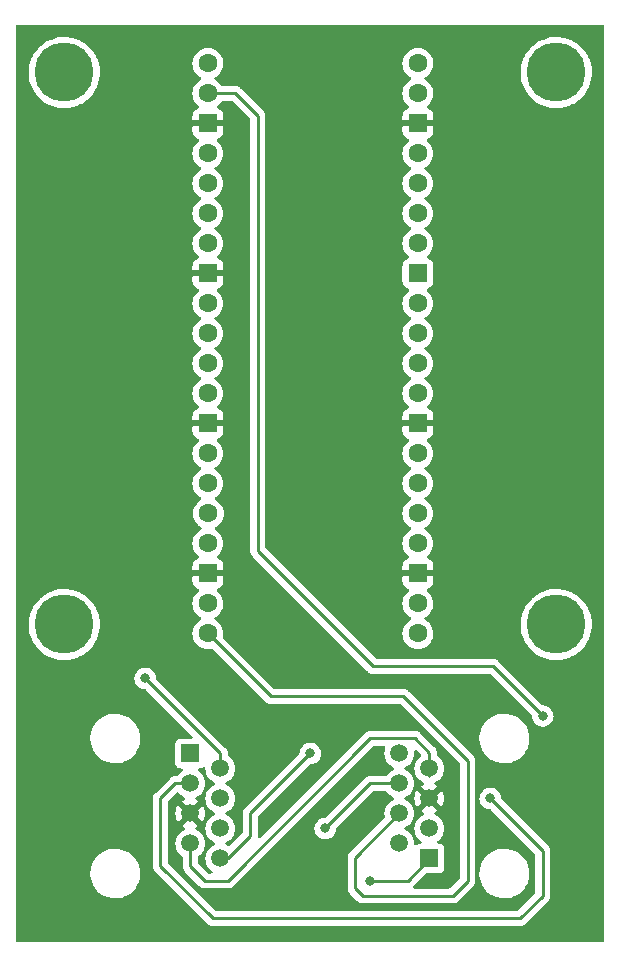
<source format=gbr>
%TF.GenerationSoftware,KiCad,Pcbnew,6.0.10-86aedd382b~118~ubuntu18.04.1*%
%TF.CreationDate,2025-01-01T16:08:03+10:30*%
%TF.ProjectId,pcb,7063622e-6b69-4636-9164-5f7063625858,1*%
%TF.SameCoordinates,Original*%
%TF.FileFunction,Copper,L2,Bot*%
%TF.FilePolarity,Positive*%
%FSLAX46Y46*%
G04 Gerber Fmt 4.6, Leading zero omitted, Abs format (unit mm)*
G04 Created by KiCad (PCBNEW 6.0.10-86aedd382b~118~ubuntu18.04.1) date 2025-01-01 16:08:03*
%MOMM*%
%LPD*%
G01*
G04 APERTURE LIST*
G04 Aperture macros list*
%AMRoundRect*
0 Rectangle with rounded corners*
0 $1 Rounding radius*
0 $2 $3 $4 $5 $6 $7 $8 $9 X,Y pos of 4 corners*
0 Add a 4 corners polygon primitive as box body*
4,1,4,$2,$3,$4,$5,$6,$7,$8,$9,$2,$3,0*
0 Add four circle primitives for the rounded corners*
1,1,$1+$1,$2,$3*
1,1,$1+$1,$4,$5*
1,1,$1+$1,$6,$7*
1,1,$1+$1,$8,$9*
0 Add four rect primitives between the rounded corners*
20,1,$1+$1,$2,$3,$4,$5,0*
20,1,$1+$1,$4,$5,$6,$7,0*
20,1,$1+$1,$6,$7,$8,$9,0*
20,1,$1+$1,$8,$9,$2,$3,0*%
G04 Aperture macros list end*
%TA.AperFunction,ComponentPad*%
%ADD10C,5.000000*%
%TD*%
%TA.AperFunction,ComponentPad*%
%ADD11C,1.600000*%
%TD*%
%TA.AperFunction,ComponentPad*%
%ADD12RoundRect,0.200000X-0.600000X-0.600000X0.600000X-0.600000X0.600000X0.600000X-0.600000X0.600000X0*%
%TD*%
%TA.AperFunction,ComponentPad*%
%ADD13R,1.500000X1.500000*%
%TD*%
%TA.AperFunction,ComponentPad*%
%ADD14C,1.500000*%
%TD*%
%TA.AperFunction,ViaPad*%
%ADD15C,0.800000*%
%TD*%
%TA.AperFunction,Conductor*%
%ADD16C,0.250000*%
%TD*%
G04 APERTURE END LIST*
D10*
%TO.P,M2,1*%
%TO.N,N/C*%
X119888000Y-62992000D03*
%TD*%
D11*
%TO.P,A1,1,GP0*%
%TO.N,unconnected-(A1-Pad1)*%
X90395000Y-62230000D03*
%TO.P,A1,2,GP1*%
%TO.N,Net-(A1-Pad2)*%
X90395000Y-64770000D03*
D12*
%TO.P,A1,3,GND*%
%TO.N,GND*%
X90395000Y-67310000D03*
D11*
%TO.P,A1,4,GP2*%
%TO.N,unconnected-(A1-Pad4)*%
X90395000Y-69850000D03*
%TO.P,A1,5,GP3*%
%TO.N,unconnected-(A1-Pad5)*%
X90395000Y-72390000D03*
%TO.P,A1,6,GP4*%
%TO.N,unconnected-(A1-Pad6)*%
X90395000Y-74930000D03*
%TO.P,A1,7,GP5*%
%TO.N,unconnected-(A1-Pad7)*%
X90395000Y-77470000D03*
D12*
%TO.P,A1,8,GND*%
%TO.N,GND*%
X90395000Y-80010000D03*
D11*
%TO.P,A1,9,GP6*%
%TO.N,unconnected-(A1-Pad9)*%
X90395000Y-82550000D03*
%TO.P,A1,10,GP7*%
%TO.N,unconnected-(A1-Pad10)*%
X90395000Y-85090000D03*
%TO.P,A1,11,GP8*%
%TO.N,Net-(A1-Pad11)*%
X90395000Y-87630000D03*
%TO.P,A1,12,GP9*%
%TO.N,Net-(A1-Pad12)*%
X90395000Y-90170000D03*
D12*
%TO.P,A1,13,GND*%
%TO.N,GND*%
X90395000Y-92710000D03*
D11*
%TO.P,A1,14,GP10*%
%TO.N,unconnected-(A1-Pad14)*%
X90395000Y-95250000D03*
%TO.P,A1,15,GP11*%
%TO.N,unconnected-(A1-Pad15)*%
X90395000Y-97790000D03*
%TO.P,A1,16,GP12*%
%TO.N,unconnected-(A1-Pad16)*%
X90436881Y-100330000D03*
%TO.P,A1,17,GP13*%
%TO.N,unconnected-(A1-Pad17)*%
X90395000Y-102870000D03*
D12*
%TO.P,A1,18,GND*%
%TO.N,GND*%
X90395000Y-105410000D03*
D11*
%TO.P,A1,19,GP14*%
%TO.N,unconnected-(A1-Pad19)*%
X90395000Y-107950000D03*
%TO.P,A1,20,GP15*%
%TO.N,Net-(A1-Pad20)*%
X90395000Y-110490000D03*
%TO.P,A1,21,GP16*%
%TO.N,Net-(A1-Pad21)*%
X108175000Y-110490000D03*
%TO.P,A1,22,GP17*%
%TO.N,unconnected-(A1-Pad22)*%
X108175000Y-107950000D03*
D12*
%TO.P,A1,23,GND*%
%TO.N,GND*%
X108175000Y-105410000D03*
D11*
%TO.P,A1,24,GP18*%
%TO.N,unconnected-(A1-Pad24)*%
X108175000Y-102870000D03*
%TO.P,A1,25,GP19*%
%TO.N,unconnected-(A1-Pad25)*%
X108175000Y-100330000D03*
%TO.P,A1,26,GP20*%
%TO.N,unconnected-(A1-Pad26)*%
X108175000Y-97790000D03*
%TO.P,A1,27,GP21*%
%TO.N,unconnected-(A1-Pad27)*%
X108175000Y-95250000D03*
D12*
%TO.P,A1,28,GND*%
%TO.N,GND*%
X108175000Y-92710000D03*
D11*
%TO.P,A1,29,GP22*%
%TO.N,unconnected-(A1-Pad29)*%
X108175000Y-90170000D03*
%TO.P,A1,30,RUN*%
%TO.N,unconnected-(A1-Pad30)*%
X108175000Y-87630000D03*
%TO.P,A1,31,GP26*%
%TO.N,unconnected-(A1-Pad31)*%
X108175000Y-85090000D03*
%TO.P,A1,32,GP27*%
%TO.N,unconnected-(A1-Pad32)*%
X108175000Y-82550000D03*
D12*
%TO.P,A1,33,AGND*%
%TO.N,unconnected-(A1-Pad33)*%
X108175000Y-80010000D03*
D11*
%TO.P,A1,34,GP28*%
%TO.N,unconnected-(A1-Pad34)*%
X108175000Y-77470000D03*
%TO.P,A1,35,ADC_VREF*%
%TO.N,unconnected-(A1-Pad35)*%
X108175000Y-74930000D03*
%TO.P,A1,36,3V3_OUT*%
%TO.N,unconnected-(A1-Pad36)*%
X108175000Y-72390000D03*
%TO.P,A1,37,3V3_EN*%
%TO.N,unconnected-(A1-Pad37)*%
X108175000Y-69850000D03*
D12*
%TO.P,A1,38,GND*%
%TO.N,GND*%
X108175000Y-67310000D03*
D11*
%TO.P,A1,39,VSYS*%
%TO.N,unconnected-(A1-Pad39)*%
X108175000Y-64770000D03*
%TO.P,A1,40,VBUS*%
%TO.N,unconnected-(A1-Pad40)*%
X108175000Y-62230000D03*
%TD*%
D10*
%TO.P,M1,1*%
%TO.N,N/C*%
X78232000Y-62992000D03*
%TD*%
%TO.P,M3,1*%
%TO.N,N/C*%
X78232000Y-109728000D03*
%TD*%
%TO.P,M4,1*%
%TO.N,N/C*%
X119888000Y-109728000D03*
%TD*%
D13*
%TO.P,J2,1*%
%TO.N,Net-(A1-Pad12)*%
X109145000Y-129540000D03*
D14*
%TO.P,J2,2*%
%TO.N,Net-(A1-Pad2)*%
X106605000Y-128270000D03*
%TO.P,J2,3*%
%TO.N,Net-(J1-Pad3)*%
X109145000Y-127000000D03*
%TO.P,J2,4*%
%TO.N,Net-(A1-Pad20)*%
X106605000Y-125730000D03*
%TO.P,J2,5*%
%TO.N,GND*%
X109145000Y-124460000D03*
%TO.P,J2,6*%
%TO.N,Net-(J1-Pad6)*%
X106605000Y-123190000D03*
%TO.P,J2,7*%
%TO.N,Net-(J1-Pad7)*%
X109145000Y-121920000D03*
%TO.P,J2,8*%
%TO.N,Net-(J1-Pad8)*%
X106605000Y-120650000D03*
%TD*%
D13*
%TO.P,J1,1*%
%TO.N,Net-(A1-Pad12)*%
X88900000Y-120650000D03*
D14*
%TO.P,J1,2*%
%TO.N,Net-(A1-Pad11)*%
X91440000Y-121920000D03*
%TO.P,J1,3*%
%TO.N,Net-(J1-Pad3)*%
X88900000Y-123190000D03*
%TO.P,J1,4*%
%TO.N,Net-(A1-Pad21)*%
X91440000Y-124460000D03*
%TO.P,J1,5*%
%TO.N,GND*%
X88900000Y-125730000D03*
%TO.P,J1,6*%
%TO.N,Net-(J1-Pad6)*%
X91440000Y-127000000D03*
%TO.P,J1,7*%
%TO.N,Net-(J1-Pad7)*%
X88900000Y-128270000D03*
%TO.P,J1,8*%
%TO.N,Net-(J1-Pad8)*%
X91440000Y-129540000D03*
%TD*%
D15*
%TO.N,Net-(J1-Pad8)*%
X99060000Y-120650000D03*
%TO.N,Net-(A1-Pad11)*%
X85090000Y-114300000D03*
%TO.N,Net-(A1-Pad12)*%
X104140000Y-131445000D03*
%TO.N,Net-(A1-Pad2)*%
X118745000Y-117475000D03*
%TO.N,Net-(J1-Pad3)*%
X114300000Y-124460000D03*
%TO.N,Net-(J1-Pad6)*%
X100330000Y-127000000D03*
%TD*%
D16*
%TO.N,Net-(J1-Pad7)*%
X92075000Y-131445000D02*
X104140000Y-119380000D01*
X90170000Y-131445000D02*
X92075000Y-131445000D01*
X109145000Y-120575000D02*
X109145000Y-122555000D01*
X88900000Y-130175000D02*
X90170000Y-131445000D01*
X107950000Y-119380000D02*
X109145000Y-120575000D01*
X104140000Y-119380000D02*
X107950000Y-119380000D01*
X88900000Y-128270000D02*
X88900000Y-130175000D01*
%TO.N,Net-(J1-Pad8)*%
X93980000Y-125730000D02*
X93980000Y-127635000D01*
X99060000Y-120650000D02*
X93980000Y-125730000D01*
X92075000Y-129540000D02*
X91440000Y-129540000D01*
X93980000Y-127635000D02*
X92075000Y-129540000D01*
%TO.N,Net-(A1-Pad11)*%
X91440000Y-121920000D02*
X91440000Y-120650000D01*
X91440000Y-120650000D02*
X85090000Y-114300000D01*
%TO.N,Net-(A1-Pad12)*%
X104140000Y-131445000D02*
X107315000Y-131445000D01*
X107315000Y-131445000D02*
X109145000Y-129615000D01*
X109145000Y-129615000D02*
X109145000Y-129540000D01*
%TO.N,Net-(A1-Pad20)*%
X106934000Y-115824000D02*
X107061000Y-115951000D01*
X96012000Y-115824000D02*
X106934000Y-115824000D01*
X106605000Y-125730000D02*
X102870000Y-129465000D01*
X95729000Y-115824000D02*
X96012000Y-115824000D01*
X102870000Y-132080000D02*
X103505000Y-132715000D01*
X112395000Y-131445000D02*
X112395000Y-121285000D01*
X102870000Y-129465000D02*
X102870000Y-132080000D01*
X90395000Y-110490000D02*
X95729000Y-115824000D01*
X111125000Y-132715000D02*
X112395000Y-131445000D01*
X112395000Y-121285000D02*
X107061000Y-115951000D01*
X103505000Y-132715000D02*
X111125000Y-132715000D01*
%TO.N,Net-(A1-Pad2)*%
X94615000Y-103505000D02*
X104394000Y-113284000D01*
X94615000Y-66675000D02*
X94615000Y-103505000D01*
X92710000Y-64770000D02*
X94615000Y-66675000D01*
X114554000Y-113284000D02*
X118745000Y-117475000D01*
X90395000Y-64770000D02*
X92710000Y-64770000D01*
X104394000Y-113284000D02*
X114554000Y-113284000D01*
%TO.N,Net-(J1-Pad3)*%
X116840000Y-134620000D02*
X118745000Y-132715000D01*
X88900000Y-123190000D02*
X87630000Y-123190000D01*
X118745000Y-128905000D02*
X114300000Y-124460000D01*
X87630000Y-123190000D02*
X86360000Y-124460000D01*
X118745000Y-132715000D02*
X118745000Y-128905000D01*
X90805000Y-134620000D02*
X116840000Y-134620000D01*
X86360000Y-124460000D02*
X86360000Y-130175000D01*
X86360000Y-130175000D02*
X90805000Y-134620000D01*
%TO.N,Net-(J1-Pad6)*%
X104140000Y-123190000D02*
X106605000Y-123190000D01*
X100330000Y-127000000D02*
X104140000Y-123190000D01*
%TD*%
%TA.AperFunction,Conductor*%
%TO.N,GND*%
G36*
X123893621Y-58948502D02*
G01*
X123940114Y-59002158D01*
X123951500Y-59054500D01*
X123951500Y-136525500D01*
X123931498Y-136593621D01*
X123877842Y-136640114D01*
X123825500Y-136651500D01*
X74294500Y-136651500D01*
X74226379Y-136631498D01*
X74179886Y-136577842D01*
X74168500Y-136525500D01*
X74168500Y-130942703D01*
X80440743Y-130942703D01*
X80478268Y-131227734D01*
X80554129Y-131505036D01*
X80555813Y-131508984D01*
X80628784Y-131680060D01*
X80666923Y-131769476D01*
X80716644Y-131852553D01*
X80805627Y-132001233D01*
X80814561Y-132016161D01*
X80994313Y-132240528D01*
X81011397Y-132256740D01*
X81192070Y-132428192D01*
X81202851Y-132438423D01*
X81436317Y-132606186D01*
X81440112Y-132608195D01*
X81440113Y-132608196D01*
X81461869Y-132619715D01*
X81690392Y-132740712D01*
X81960373Y-132839511D01*
X82241264Y-132900755D01*
X82269841Y-132903004D01*
X82464282Y-132918307D01*
X82464291Y-132918307D01*
X82466739Y-132918500D01*
X82622271Y-132918500D01*
X82624407Y-132918354D01*
X82624418Y-132918354D01*
X82832548Y-132904165D01*
X82832554Y-132904164D01*
X82836825Y-132903873D01*
X82841020Y-132903004D01*
X82841022Y-132903004D01*
X82977584Y-132874723D01*
X83118342Y-132845574D01*
X83389343Y-132749607D01*
X83644812Y-132617750D01*
X83648313Y-132615289D01*
X83648317Y-132615287D01*
X83780826Y-132522158D01*
X83880023Y-132452441D01*
X83970045Y-132368787D01*
X84087479Y-132259661D01*
X84087481Y-132259658D01*
X84090622Y-132256740D01*
X84272713Y-132034268D01*
X84422927Y-131789142D01*
X84517539Y-131573611D01*
X84536757Y-131529830D01*
X84538483Y-131525898D01*
X84617244Y-131249406D01*
X84657751Y-130964784D01*
X84657845Y-130946951D01*
X84659235Y-130681583D01*
X84659235Y-130681576D01*
X84659257Y-130677297D01*
X84656686Y-130657763D01*
X84636936Y-130507749D01*
X84621732Y-130392266D01*
X84616985Y-130374912D01*
X84575908Y-130224760D01*
X84545871Y-130114964D01*
X84535295Y-130090170D01*
X84434763Y-129854476D01*
X84434761Y-129854472D01*
X84433077Y-129850524D01*
X84285439Y-129603839D01*
X84105687Y-129379472D01*
X83956202Y-129237616D01*
X83900258Y-129184527D01*
X83900255Y-129184525D01*
X83897149Y-129181577D01*
X83663683Y-129013814D01*
X83641843Y-129002250D01*
X83586599Y-128973000D01*
X83409608Y-128879288D01*
X83139627Y-128780489D01*
X82858736Y-128719245D01*
X82827685Y-128716801D01*
X82635718Y-128701693D01*
X82635709Y-128701693D01*
X82633261Y-128701500D01*
X82477729Y-128701500D01*
X82475593Y-128701646D01*
X82475582Y-128701646D01*
X82267452Y-128715835D01*
X82267446Y-128715836D01*
X82263175Y-128716127D01*
X82258980Y-128716996D01*
X82258978Y-128716996D01*
X82155289Y-128738469D01*
X81981658Y-128774426D01*
X81710657Y-128870393D01*
X81455188Y-129002250D01*
X81451687Y-129004711D01*
X81451683Y-129004713D01*
X81389586Y-129048356D01*
X81219977Y-129167559D01*
X81192803Y-129192811D01*
X81038295Y-129336389D01*
X81009378Y-129363260D01*
X80827287Y-129585732D01*
X80677073Y-129830858D01*
X80675347Y-129834791D01*
X80675346Y-129834792D01*
X80605667Y-129993526D01*
X80561517Y-130094102D01*
X80560342Y-130098229D01*
X80560341Y-130098230D01*
X80536198Y-130182986D01*
X80482756Y-130370594D01*
X80459115Y-130536705D01*
X80444736Y-130637744D01*
X80442249Y-130655216D01*
X80442227Y-130659505D01*
X80442226Y-130659512D01*
X80441529Y-130792598D01*
X80440743Y-130942703D01*
X74168500Y-130942703D01*
X74168500Y-119512703D01*
X80440743Y-119512703D01*
X80441302Y-119516947D01*
X80441302Y-119516951D01*
X80457810Y-119642340D01*
X80478268Y-119797734D01*
X80554129Y-120075036D01*
X80555813Y-120078984D01*
X80652906Y-120306613D01*
X80666923Y-120339476D01*
X80730758Y-120446137D01*
X80803102Y-120567014D01*
X80814561Y-120586161D01*
X80994313Y-120810528D01*
X81061916Y-120874681D01*
X81170142Y-120977383D01*
X81202851Y-121008423D01*
X81436317Y-121176186D01*
X81440112Y-121178195D01*
X81440113Y-121178196D01*
X81461869Y-121189715D01*
X81690392Y-121310712D01*
X81960373Y-121409511D01*
X82241264Y-121470755D01*
X82269841Y-121473004D01*
X82464282Y-121488307D01*
X82464291Y-121488307D01*
X82466739Y-121488500D01*
X82622271Y-121488500D01*
X82624407Y-121488354D01*
X82624418Y-121488354D01*
X82832548Y-121474165D01*
X82832554Y-121474164D01*
X82836825Y-121473873D01*
X82841020Y-121473004D01*
X82841022Y-121473004D01*
X82994994Y-121441118D01*
X83118342Y-121415574D01*
X83389343Y-121319607D01*
X83634584Y-121193029D01*
X83641005Y-121189715D01*
X83641006Y-121189715D01*
X83644812Y-121187750D01*
X83648313Y-121185289D01*
X83648317Y-121185287D01*
X83795171Y-121082076D01*
X83880023Y-121022441D01*
X84023343Y-120889260D01*
X84087479Y-120829661D01*
X84087481Y-120829658D01*
X84090622Y-120826740D01*
X84272713Y-120604268D01*
X84422927Y-120359142D01*
X84511472Y-120157432D01*
X84536757Y-120099830D01*
X84538483Y-120095898D01*
X84617244Y-119819406D01*
X84657751Y-119534784D01*
X84657845Y-119516951D01*
X84659235Y-119251583D01*
X84659235Y-119251576D01*
X84659257Y-119247297D01*
X84658128Y-119238717D01*
X84642190Y-119117660D01*
X84621732Y-118962266D01*
X84620397Y-118957384D01*
X84576798Y-118798016D01*
X84545871Y-118684964D01*
X84433077Y-118420524D01*
X84285439Y-118173839D01*
X84105687Y-117949472D01*
X83897149Y-117751577D01*
X83663683Y-117583814D01*
X83641843Y-117572250D01*
X83618654Y-117559972D01*
X83409608Y-117449288D01*
X83139627Y-117350489D01*
X82858736Y-117289245D01*
X82827685Y-117286801D01*
X82635718Y-117271693D01*
X82635709Y-117271693D01*
X82633261Y-117271500D01*
X82477729Y-117271500D01*
X82475593Y-117271646D01*
X82475582Y-117271646D01*
X82267452Y-117285835D01*
X82267446Y-117285836D01*
X82263175Y-117286127D01*
X82258980Y-117286996D01*
X82258978Y-117286996D01*
X82122417Y-117315276D01*
X81981658Y-117344426D01*
X81710657Y-117440393D01*
X81455188Y-117572250D01*
X81451687Y-117574711D01*
X81451683Y-117574713D01*
X81441594Y-117581804D01*
X81219977Y-117737559D01*
X81009378Y-117933260D01*
X80827287Y-118155732D01*
X80677073Y-118400858D01*
X80561517Y-118664102D01*
X80560342Y-118668229D01*
X80560341Y-118668230D01*
X80537311Y-118749077D01*
X80482756Y-118940594D01*
X80442249Y-119225216D01*
X80442227Y-119229505D01*
X80442226Y-119229512D01*
X80441046Y-119454771D01*
X80440743Y-119512703D01*
X74168500Y-119512703D01*
X74168500Y-114300000D01*
X84176496Y-114300000D01*
X84196458Y-114489928D01*
X84255473Y-114671556D01*
X84350960Y-114836944D01*
X84478747Y-114978866D01*
X84633248Y-115091118D01*
X84639276Y-115093802D01*
X84639278Y-115093803D01*
X84773574Y-115153595D01*
X84807712Y-115168794D01*
X84891134Y-115186526D01*
X84988056Y-115207128D01*
X84988061Y-115207128D01*
X84994513Y-115208500D01*
X85050406Y-115208500D01*
X85118527Y-115228502D01*
X85139501Y-115245405D01*
X89070500Y-119176405D01*
X89104526Y-119238717D01*
X89099461Y-119309533D01*
X89056914Y-119366368D01*
X88990394Y-119391179D01*
X88981405Y-119391500D01*
X88101866Y-119391500D01*
X88039684Y-119398255D01*
X87903295Y-119449385D01*
X87786739Y-119536739D01*
X87699385Y-119653295D01*
X87648255Y-119789684D01*
X87641500Y-119851866D01*
X87641500Y-121448134D01*
X87648255Y-121510316D01*
X87699385Y-121646705D01*
X87786739Y-121763261D01*
X87903295Y-121850615D01*
X88039684Y-121901745D01*
X88101866Y-121908500D01*
X88136424Y-121908500D01*
X88204545Y-121928502D01*
X88251038Y-121982158D01*
X88261142Y-122052432D01*
X88231648Y-122117012D01*
X88208696Y-122137712D01*
X88167481Y-122166571D01*
X88092473Y-122219092D01*
X88092470Y-122219094D01*
X88087962Y-122222251D01*
X87932251Y-122377962D01*
X87929094Y-122382470D01*
X87929092Y-122382473D01*
X87844859Y-122502771D01*
X87789402Y-122547099D01*
X87741646Y-122556500D01*
X87708767Y-122556500D01*
X87697584Y-122555973D01*
X87690091Y-122554298D01*
X87682165Y-122554547D01*
X87682164Y-122554547D01*
X87622014Y-122556438D01*
X87618055Y-122556500D01*
X87590144Y-122556500D01*
X87586210Y-122556997D01*
X87586209Y-122556997D01*
X87586144Y-122557005D01*
X87574307Y-122557938D01*
X87542490Y-122558938D01*
X87538029Y-122559078D01*
X87530110Y-122559327D01*
X87516317Y-122563334D01*
X87510658Y-122564978D01*
X87491306Y-122568986D01*
X87484235Y-122569880D01*
X87471203Y-122571526D01*
X87463834Y-122574443D01*
X87463832Y-122574444D01*
X87430097Y-122587800D01*
X87418869Y-122591645D01*
X87376407Y-122603982D01*
X87369585Y-122608016D01*
X87369579Y-122608019D01*
X87358968Y-122614294D01*
X87341218Y-122622990D01*
X87329756Y-122627528D01*
X87329751Y-122627531D01*
X87322383Y-122630448D01*
X87315968Y-122635109D01*
X87286625Y-122656427D01*
X87276707Y-122662943D01*
X87258019Y-122673995D01*
X87238637Y-122685458D01*
X87224313Y-122699782D01*
X87209283Y-122712620D01*
X87192893Y-122724528D01*
X87165265Y-122757924D01*
X87164712Y-122758593D01*
X87156722Y-122767373D01*
X85967747Y-123956348D01*
X85959461Y-123963888D01*
X85952982Y-123968000D01*
X85947557Y-123973777D01*
X85906357Y-124017651D01*
X85903602Y-124020493D01*
X85883865Y-124040230D01*
X85881385Y-124043427D01*
X85873682Y-124052447D01*
X85843414Y-124084679D01*
X85839595Y-124091625D01*
X85839593Y-124091628D01*
X85833652Y-124102434D01*
X85822801Y-124118953D01*
X85810386Y-124134959D01*
X85807241Y-124142228D01*
X85807238Y-124142232D01*
X85792826Y-124175537D01*
X85787609Y-124186187D01*
X85766305Y-124224940D01*
X85764334Y-124232615D01*
X85764334Y-124232616D01*
X85761267Y-124244562D01*
X85754863Y-124263266D01*
X85746819Y-124281855D01*
X85745580Y-124289678D01*
X85745577Y-124289688D01*
X85739901Y-124325524D01*
X85737495Y-124337144D01*
X85735201Y-124346081D01*
X85726500Y-124379970D01*
X85726500Y-124400224D01*
X85724949Y-124419934D01*
X85721780Y-124439943D01*
X85722526Y-124447835D01*
X85725941Y-124483961D01*
X85726500Y-124495819D01*
X85726500Y-130096233D01*
X85725973Y-130107416D01*
X85724298Y-130114909D01*
X85724547Y-130122835D01*
X85724547Y-130122836D01*
X85726438Y-130182986D01*
X85726500Y-130186945D01*
X85726500Y-130214856D01*
X85726997Y-130218790D01*
X85726997Y-130218791D01*
X85727005Y-130218856D01*
X85727938Y-130230693D01*
X85729327Y-130274889D01*
X85734978Y-130294339D01*
X85738987Y-130313700D01*
X85741526Y-130333797D01*
X85744445Y-130341168D01*
X85744445Y-130341170D01*
X85757804Y-130374912D01*
X85761649Y-130386142D01*
X85771771Y-130420983D01*
X85773982Y-130428593D01*
X85778015Y-130435412D01*
X85778017Y-130435417D01*
X85784293Y-130446028D01*
X85792988Y-130463776D01*
X85800448Y-130482617D01*
X85805110Y-130489033D01*
X85805110Y-130489034D01*
X85826436Y-130518387D01*
X85832952Y-130528307D01*
X85842169Y-130543891D01*
X85855458Y-130566362D01*
X85869779Y-130580683D01*
X85882619Y-130595716D01*
X85894528Y-130612107D01*
X85900634Y-130617158D01*
X85928605Y-130640298D01*
X85937384Y-130648288D01*
X90301343Y-135012247D01*
X90308887Y-135020537D01*
X90313000Y-135027018D01*
X90318777Y-135032443D01*
X90362667Y-135073658D01*
X90365509Y-135076413D01*
X90385230Y-135096134D01*
X90388425Y-135098612D01*
X90397447Y-135106318D01*
X90429679Y-135136586D01*
X90436628Y-135140406D01*
X90447432Y-135146346D01*
X90463956Y-135157199D01*
X90479959Y-135169613D01*
X90520543Y-135187176D01*
X90531173Y-135192383D01*
X90569940Y-135213695D01*
X90577617Y-135215666D01*
X90577622Y-135215668D01*
X90589558Y-135218732D01*
X90608266Y-135225137D01*
X90626855Y-135233181D01*
X90634683Y-135234421D01*
X90634690Y-135234423D01*
X90670524Y-135240099D01*
X90682144Y-135242505D01*
X90713959Y-135250673D01*
X90724970Y-135253500D01*
X90745224Y-135253500D01*
X90764934Y-135255051D01*
X90784943Y-135258220D01*
X90792835Y-135257474D01*
X90811580Y-135255702D01*
X90828962Y-135254059D01*
X90840819Y-135253500D01*
X116761233Y-135253500D01*
X116772416Y-135254027D01*
X116779909Y-135255702D01*
X116787835Y-135255453D01*
X116787836Y-135255453D01*
X116847986Y-135253562D01*
X116851945Y-135253500D01*
X116879856Y-135253500D01*
X116883791Y-135253003D01*
X116883856Y-135252995D01*
X116895693Y-135252062D01*
X116927951Y-135251048D01*
X116931970Y-135250922D01*
X116939889Y-135250673D01*
X116959343Y-135245021D01*
X116978700Y-135241013D01*
X116990930Y-135239468D01*
X116990931Y-135239468D01*
X116998797Y-135238474D01*
X117006168Y-135235555D01*
X117006170Y-135235555D01*
X117039912Y-135222196D01*
X117051142Y-135218351D01*
X117085983Y-135208229D01*
X117085984Y-135208229D01*
X117093593Y-135206018D01*
X117100412Y-135201985D01*
X117100417Y-135201983D01*
X117111028Y-135195707D01*
X117128776Y-135187012D01*
X117147617Y-135179552D01*
X117167987Y-135164753D01*
X117183387Y-135153564D01*
X117193307Y-135147048D01*
X117224535Y-135128580D01*
X117224538Y-135128578D01*
X117231362Y-135124542D01*
X117245683Y-135110221D01*
X117260717Y-135097380D01*
X117262432Y-135096134D01*
X117277107Y-135085472D01*
X117305298Y-135051395D01*
X117313288Y-135042616D01*
X119137253Y-133218652D01*
X119145539Y-133211112D01*
X119152018Y-133207000D01*
X119198644Y-133157348D01*
X119201398Y-133154507D01*
X119221135Y-133134770D01*
X119223615Y-133131573D01*
X119231320Y-133122551D01*
X119231821Y-133122018D01*
X119261586Y-133090321D01*
X119265405Y-133083375D01*
X119265407Y-133083372D01*
X119271348Y-133072566D01*
X119282199Y-133056047D01*
X119289758Y-133046301D01*
X119294614Y-133040041D01*
X119297759Y-133032772D01*
X119297762Y-133032768D01*
X119312174Y-132999463D01*
X119317391Y-132988813D01*
X119338695Y-132950060D01*
X119343733Y-132930437D01*
X119350137Y-132911734D01*
X119355033Y-132900420D01*
X119355033Y-132900419D01*
X119358181Y-132893145D01*
X119359420Y-132885322D01*
X119359423Y-132885312D01*
X119365099Y-132849476D01*
X119367505Y-132837856D01*
X119376528Y-132802711D01*
X119376528Y-132802710D01*
X119378500Y-132795030D01*
X119378500Y-132774776D01*
X119380051Y-132755065D01*
X119380916Y-132749607D01*
X119383220Y-132735057D01*
X119379059Y-132691038D01*
X119378500Y-132679181D01*
X119378500Y-128983767D01*
X119379027Y-128972584D01*
X119380702Y-128965091D01*
X119378562Y-128897014D01*
X119378500Y-128893055D01*
X119378500Y-128865144D01*
X119377995Y-128861144D01*
X119377062Y-128849301D01*
X119375922Y-128813029D01*
X119375673Y-128805110D01*
X119370022Y-128785658D01*
X119366014Y-128766306D01*
X119364467Y-128754063D01*
X119363474Y-128746203D01*
X119356252Y-128727962D01*
X119347200Y-128705097D01*
X119343355Y-128693870D01*
X119339233Y-128679684D01*
X119331018Y-128651407D01*
X119326984Y-128644585D01*
X119326981Y-128644579D01*
X119320706Y-128633968D01*
X119312010Y-128616218D01*
X119307472Y-128604756D01*
X119307469Y-128604751D01*
X119304552Y-128597383D01*
X119278573Y-128561625D01*
X119272057Y-128551707D01*
X119253575Y-128520457D01*
X119249542Y-128513637D01*
X119235218Y-128499313D01*
X119222376Y-128484278D01*
X119222097Y-128483894D01*
X119210472Y-128467893D01*
X119176406Y-128439711D01*
X119167627Y-128431722D01*
X115247122Y-124511217D01*
X115213096Y-124448905D01*
X115210907Y-124435292D01*
X115194232Y-124276635D01*
X115194232Y-124276633D01*
X115193542Y-124270072D01*
X115134527Y-124088444D01*
X115039040Y-123923056D01*
X114994503Y-123873592D01*
X114915675Y-123786045D01*
X114915674Y-123786044D01*
X114911253Y-123781134D01*
X114756752Y-123668882D01*
X114750724Y-123666198D01*
X114750722Y-123666197D01*
X114588319Y-123593891D01*
X114588318Y-123593891D01*
X114582288Y-123591206D01*
X114488888Y-123571353D01*
X114401944Y-123552872D01*
X114401939Y-123552872D01*
X114395487Y-123551500D01*
X114204513Y-123551500D01*
X114198061Y-123552872D01*
X114198056Y-123552872D01*
X114111112Y-123571353D01*
X114017712Y-123591206D01*
X114011682Y-123593891D01*
X114011681Y-123593891D01*
X113849278Y-123666197D01*
X113849276Y-123666198D01*
X113843248Y-123668882D01*
X113688747Y-123781134D01*
X113684326Y-123786044D01*
X113684325Y-123786045D01*
X113605498Y-123873592D01*
X113560960Y-123923056D01*
X113465473Y-124088444D01*
X113406458Y-124270072D01*
X113405768Y-124276633D01*
X113405768Y-124276635D01*
X113398498Y-124345805D01*
X113386496Y-124460000D01*
X113387186Y-124466565D01*
X113405366Y-124639534D01*
X113406458Y-124649928D01*
X113465473Y-124831556D01*
X113560960Y-124996944D01*
X113565378Y-125001851D01*
X113565379Y-125001852D01*
X113656754Y-125103334D01*
X113688747Y-125138866D01*
X113787843Y-125210864D01*
X113825193Y-125238000D01*
X113843248Y-125251118D01*
X113849276Y-125253802D01*
X113849278Y-125253803D01*
X114011681Y-125326109D01*
X114017712Y-125328794D01*
X114111113Y-125348647D01*
X114198056Y-125367128D01*
X114198061Y-125367128D01*
X114204513Y-125368500D01*
X114260406Y-125368500D01*
X114328527Y-125388502D01*
X114349501Y-125405405D01*
X118074595Y-129130499D01*
X118108621Y-129192811D01*
X118111500Y-129219594D01*
X118111500Y-132400406D01*
X118091498Y-132468527D01*
X118074595Y-132489501D01*
X116614500Y-133949595D01*
X116552188Y-133983621D01*
X116525405Y-133986500D01*
X91119595Y-133986500D01*
X91051474Y-133966498D01*
X91030500Y-133949595D01*
X87030405Y-129949500D01*
X86996379Y-129887188D01*
X86993500Y-129860405D01*
X86993500Y-125735475D01*
X87637674Y-125735475D01*
X87655901Y-125943804D01*
X87657804Y-125954599D01*
X87711928Y-126156595D01*
X87715674Y-126166887D01*
X87804054Y-126356417D01*
X87809534Y-126365907D01*
X87838411Y-126407149D01*
X87848887Y-126415523D01*
X87862334Y-126408455D01*
X88527979Y-125742811D01*
X88534356Y-125731132D01*
X89264408Y-125731132D01*
X89264539Y-125732966D01*
X89268790Y-125739580D01*
X89938391Y-126409180D01*
X89950161Y-126415607D01*
X89962176Y-126406311D01*
X89990466Y-126365907D01*
X89995946Y-126356417D01*
X90084326Y-126166887D01*
X90088072Y-126156595D01*
X90142196Y-125954599D01*
X90144099Y-125943804D01*
X90162326Y-125735475D01*
X90162326Y-125724525D01*
X90144099Y-125516196D01*
X90142196Y-125505401D01*
X90088072Y-125303405D01*
X90084326Y-125293113D01*
X89995946Y-125103583D01*
X89990466Y-125094093D01*
X89961589Y-125052851D01*
X89951113Y-125044477D01*
X89937666Y-125051545D01*
X89272021Y-125717189D01*
X89264408Y-125731132D01*
X88534356Y-125731132D01*
X88535592Y-125728868D01*
X88535461Y-125727034D01*
X88531210Y-125720420D01*
X87861609Y-125050820D01*
X87849839Y-125044393D01*
X87837824Y-125053689D01*
X87809534Y-125094093D01*
X87804054Y-125103583D01*
X87715674Y-125293113D01*
X87711928Y-125303405D01*
X87657804Y-125505401D01*
X87655901Y-125516196D01*
X87637674Y-125724525D01*
X87637674Y-125735475D01*
X86993500Y-125735475D01*
X86993500Y-124774594D01*
X87013502Y-124706473D01*
X87030405Y-124685499D01*
X87736132Y-123979772D01*
X87798444Y-123945746D01*
X87869259Y-123950811D01*
X87924907Y-123993860D01*
X87925557Y-123993314D01*
X87928066Y-123996304D01*
X87928436Y-123996590D01*
X87929091Y-123997526D01*
X87929092Y-123997527D01*
X87932251Y-124002038D01*
X88087962Y-124157749D01*
X88092471Y-124160906D01*
X88092473Y-124160908D01*
X88121152Y-124180989D01*
X88268346Y-124284056D01*
X88273328Y-124286379D01*
X88273333Y-124286382D01*
X88401359Y-124346081D01*
X88454644Y-124392998D01*
X88474105Y-124461276D01*
X88453563Y-124529236D01*
X88401359Y-124574471D01*
X88273583Y-124634054D01*
X88264093Y-124639534D01*
X88222851Y-124668411D01*
X88214477Y-124678887D01*
X88221545Y-124692334D01*
X88887189Y-125357979D01*
X88901132Y-125365592D01*
X88902966Y-125365461D01*
X88909580Y-125361210D01*
X89579180Y-124691609D01*
X89585607Y-124679839D01*
X89576313Y-124667825D01*
X89535912Y-124639536D01*
X89526416Y-124634053D01*
X89398641Y-124574471D01*
X89345356Y-124527554D01*
X89325895Y-124459276D01*
X89346437Y-124391316D01*
X89398641Y-124346081D01*
X89526667Y-124286382D01*
X89526672Y-124286379D01*
X89531654Y-124284056D01*
X89678848Y-124180989D01*
X89707527Y-124160908D01*
X89707529Y-124160906D01*
X89712038Y-124157749D01*
X89867749Y-124002038D01*
X89870909Y-123997526D01*
X89990899Y-123826162D01*
X89990900Y-123826160D01*
X89994056Y-123821653D01*
X89996379Y-123816671D01*
X89996382Y-123816666D01*
X90066546Y-123666197D01*
X90087120Y-123622076D01*
X90144115Y-123409371D01*
X90163307Y-123190000D01*
X90144115Y-122970629D01*
X90087120Y-122757924D01*
X90026316Y-122627528D01*
X89996382Y-122563334D01*
X89996379Y-122563329D01*
X89994056Y-122558347D01*
X89985877Y-122546666D01*
X89870908Y-122382473D01*
X89870906Y-122382470D01*
X89867749Y-122377962D01*
X89712038Y-122222251D01*
X89591306Y-122137713D01*
X89546978Y-122082256D01*
X89539669Y-122011636D01*
X89571700Y-121948276D01*
X89632901Y-121912291D01*
X89663577Y-121908500D01*
X89698134Y-121908500D01*
X89760316Y-121901745D01*
X89896705Y-121850615D01*
X89977173Y-121790308D01*
X90043679Y-121765461D01*
X90113061Y-121780514D01*
X90163291Y-121830689D01*
X90178257Y-121902119D01*
X90177172Y-121914518D01*
X90177172Y-121914525D01*
X90176693Y-121920000D01*
X90195885Y-122139371D01*
X90252880Y-122352076D01*
X90296415Y-122445438D01*
X90343618Y-122546666D01*
X90343621Y-122546671D01*
X90345944Y-122551653D01*
X90349100Y-122556160D01*
X90349101Y-122556162D01*
X90443563Y-122691067D01*
X90472251Y-122732038D01*
X90627962Y-122887749D01*
X90808346Y-123014056D01*
X90813328Y-123016379D01*
X90813333Y-123016382D01*
X90940768Y-123075805D01*
X90994053Y-123122722D01*
X91013514Y-123190999D01*
X90992972Y-123258959D01*
X90940768Y-123304195D01*
X90813334Y-123363618D01*
X90813329Y-123363621D01*
X90808347Y-123365944D01*
X90803840Y-123369100D01*
X90803838Y-123369101D01*
X90632473Y-123489092D01*
X90632470Y-123489094D01*
X90627962Y-123492251D01*
X90472251Y-123647962D01*
X90469094Y-123652470D01*
X90469092Y-123652473D01*
X90377214Y-123783689D01*
X90345944Y-123828347D01*
X90343621Y-123833329D01*
X90343618Y-123833334D01*
X90343502Y-123833583D01*
X90252880Y-124027924D01*
X90195885Y-124240629D01*
X90176693Y-124460000D01*
X90195885Y-124679371D01*
X90252880Y-124892076D01*
X90296415Y-124985438D01*
X90343618Y-125086666D01*
X90343621Y-125086671D01*
X90345944Y-125091653D01*
X90349100Y-125096160D01*
X90349101Y-125096162D01*
X90459483Y-125253803D01*
X90472251Y-125272038D01*
X90627962Y-125427749D01*
X90632471Y-125430906D01*
X90632473Y-125430908D01*
X90661152Y-125450989D01*
X90808346Y-125554056D01*
X90813328Y-125556379D01*
X90813333Y-125556382D01*
X90940768Y-125615805D01*
X90994053Y-125662722D01*
X91013514Y-125730999D01*
X90992972Y-125798959D01*
X90940768Y-125844195D01*
X90813334Y-125903618D01*
X90813329Y-125903621D01*
X90808347Y-125905944D01*
X90803840Y-125909100D01*
X90803838Y-125909101D01*
X90632473Y-126029092D01*
X90632470Y-126029094D01*
X90627962Y-126032251D01*
X90472251Y-126187962D01*
X90469094Y-126192470D01*
X90469092Y-126192473D01*
X90454885Y-126212763D01*
X90345944Y-126368347D01*
X90343621Y-126373329D01*
X90343618Y-126373334D01*
X90323906Y-126415607D01*
X90252880Y-126567924D01*
X90195885Y-126780629D01*
X90176693Y-127000000D01*
X90195885Y-127219371D01*
X90252880Y-127432076D01*
X90296415Y-127525438D01*
X90343618Y-127626666D01*
X90343621Y-127626671D01*
X90345944Y-127631653D01*
X90349100Y-127636160D01*
X90349101Y-127636162D01*
X90459483Y-127793803D01*
X90472251Y-127812038D01*
X90627962Y-127967749D01*
X90632471Y-127970906D01*
X90632473Y-127970908D01*
X90688761Y-128010321D01*
X90808346Y-128094056D01*
X90813328Y-128096379D01*
X90813333Y-128096382D01*
X90940768Y-128155805D01*
X90994053Y-128202722D01*
X91013514Y-128270999D01*
X90992972Y-128338959D01*
X90940768Y-128384195D01*
X90813334Y-128443618D01*
X90813329Y-128443621D01*
X90808347Y-128445944D01*
X90803840Y-128449100D01*
X90803838Y-128449101D01*
X90632473Y-128569092D01*
X90632470Y-128569094D01*
X90627962Y-128572251D01*
X90472251Y-128727962D01*
X90469094Y-128732470D01*
X90469092Y-128732473D01*
X90355260Y-128895042D01*
X90345944Y-128908347D01*
X90343621Y-128913329D01*
X90343618Y-128913334D01*
X90315796Y-128973000D01*
X90252880Y-129107924D01*
X90195885Y-129320629D01*
X90176693Y-129540000D01*
X90195885Y-129759371D01*
X90252880Y-129972076D01*
X90272663Y-130014501D01*
X90343618Y-130166666D01*
X90343621Y-130166671D01*
X90345944Y-130171653D01*
X90349100Y-130176160D01*
X90349101Y-130176162D01*
X90460123Y-130334717D01*
X90472251Y-130352038D01*
X90627962Y-130507749D01*
X90632471Y-130510906D01*
X90632473Y-130510908D01*
X90734413Y-130582287D01*
X90778741Y-130637744D01*
X90786050Y-130708364D01*
X90754019Y-130771724D01*
X90692818Y-130807709D01*
X90662142Y-130811500D01*
X90484595Y-130811500D01*
X90416474Y-130791498D01*
X90395500Y-130774595D01*
X89570405Y-129949500D01*
X89536379Y-129887188D01*
X89533500Y-129860405D01*
X89533500Y-129428354D01*
X89553502Y-129360233D01*
X89587228Y-129325142D01*
X89668455Y-129268266D01*
X89707527Y-129240908D01*
X89707530Y-129240906D01*
X89712038Y-129237749D01*
X89867749Y-129082038D01*
X89884967Y-129057449D01*
X89990899Y-128906162D01*
X89990900Y-128906160D01*
X89994056Y-128901653D01*
X89996379Y-128896671D01*
X89996382Y-128896666D01*
X90049868Y-128781964D01*
X90087120Y-128702076D01*
X90144115Y-128489371D01*
X90163307Y-128270000D01*
X90144115Y-128050629D01*
X90087120Y-127837924D01*
X90043585Y-127744562D01*
X89996382Y-127643334D01*
X89996379Y-127643329D01*
X89994056Y-127638347D01*
X89966632Y-127599181D01*
X89870908Y-127462473D01*
X89870906Y-127462470D01*
X89867749Y-127457962D01*
X89712038Y-127302251D01*
X89531654Y-127175944D01*
X89526672Y-127173621D01*
X89526667Y-127173618D01*
X89398641Y-127113919D01*
X89345356Y-127067002D01*
X89325895Y-126998724D01*
X89346437Y-126930764D01*
X89398641Y-126885529D01*
X89526416Y-126825947D01*
X89535912Y-126820464D01*
X89577148Y-126791590D01*
X89585523Y-126781112D01*
X89578457Y-126767668D01*
X88912811Y-126102021D01*
X88898868Y-126094408D01*
X88897034Y-126094539D01*
X88890420Y-126098790D01*
X88220820Y-126768391D01*
X88214393Y-126780161D01*
X88223687Y-126792175D01*
X88264088Y-126820464D01*
X88273584Y-126825947D01*
X88401359Y-126885529D01*
X88454644Y-126932446D01*
X88474105Y-127000724D01*
X88453563Y-127068684D01*
X88401359Y-127113919D01*
X88273334Y-127173618D01*
X88273329Y-127173621D01*
X88268347Y-127175944D01*
X88263840Y-127179100D01*
X88263838Y-127179101D01*
X88092473Y-127299092D01*
X88092470Y-127299094D01*
X88087962Y-127302251D01*
X87932251Y-127457962D01*
X87929094Y-127462470D01*
X87929092Y-127462473D01*
X87833368Y-127599181D01*
X87805944Y-127638347D01*
X87803621Y-127643329D01*
X87803618Y-127643334D01*
X87756415Y-127744562D01*
X87712880Y-127837924D01*
X87655885Y-128050629D01*
X87636693Y-128270000D01*
X87655885Y-128489371D01*
X87712880Y-128702076D01*
X87750132Y-128781964D01*
X87803618Y-128896666D01*
X87803621Y-128896671D01*
X87805944Y-128901653D01*
X87809100Y-128906160D01*
X87809101Y-128906162D01*
X87915034Y-129057449D01*
X87932251Y-129082038D01*
X88087962Y-129237749D01*
X88092470Y-129240906D01*
X88092473Y-129240908D01*
X88131545Y-129268266D01*
X88212772Y-129325142D01*
X88257099Y-129380598D01*
X88266500Y-129428354D01*
X88266500Y-130096233D01*
X88265973Y-130107416D01*
X88264298Y-130114909D01*
X88264547Y-130122835D01*
X88264547Y-130122836D01*
X88266438Y-130182986D01*
X88266500Y-130186945D01*
X88266500Y-130214856D01*
X88266997Y-130218790D01*
X88266997Y-130218791D01*
X88267005Y-130218856D01*
X88267938Y-130230693D01*
X88269327Y-130274889D01*
X88274978Y-130294339D01*
X88278987Y-130313700D01*
X88281526Y-130333797D01*
X88284445Y-130341168D01*
X88284445Y-130341170D01*
X88297804Y-130374912D01*
X88301649Y-130386142D01*
X88311771Y-130420983D01*
X88313982Y-130428593D01*
X88318015Y-130435412D01*
X88318017Y-130435417D01*
X88324293Y-130446028D01*
X88332988Y-130463776D01*
X88340448Y-130482617D01*
X88345110Y-130489033D01*
X88345110Y-130489034D01*
X88366436Y-130518387D01*
X88372952Y-130528307D01*
X88382169Y-130543891D01*
X88395458Y-130566362D01*
X88409779Y-130580683D01*
X88422619Y-130595716D01*
X88434528Y-130612107D01*
X88440634Y-130617158D01*
X88468605Y-130640298D01*
X88477384Y-130648288D01*
X89666343Y-131837247D01*
X89673887Y-131845537D01*
X89678000Y-131852018D01*
X89683777Y-131857443D01*
X89727667Y-131898658D01*
X89730509Y-131901413D01*
X89750230Y-131921134D01*
X89753425Y-131923612D01*
X89762447Y-131931318D01*
X89794679Y-131961586D01*
X89801628Y-131965406D01*
X89812432Y-131971346D01*
X89828956Y-131982199D01*
X89844959Y-131994613D01*
X89885543Y-132012176D01*
X89896173Y-132017383D01*
X89934940Y-132038695D01*
X89942617Y-132040666D01*
X89942622Y-132040668D01*
X89954558Y-132043732D01*
X89973266Y-132050137D01*
X89991855Y-132058181D01*
X89999683Y-132059421D01*
X89999690Y-132059423D01*
X90035524Y-132065099D01*
X90047144Y-132067505D01*
X90078959Y-132075673D01*
X90089970Y-132078500D01*
X90110224Y-132078500D01*
X90129934Y-132080051D01*
X90149943Y-132083220D01*
X90157835Y-132082474D01*
X90176580Y-132080702D01*
X90193962Y-132079059D01*
X90205819Y-132078500D01*
X91996233Y-132078500D01*
X92007416Y-132079027D01*
X92014909Y-132080702D01*
X92022835Y-132080453D01*
X92022836Y-132080453D01*
X92082986Y-132078562D01*
X92086945Y-132078500D01*
X92114856Y-132078500D01*
X92118791Y-132078003D01*
X92118856Y-132077995D01*
X92130693Y-132077062D01*
X92162951Y-132076048D01*
X92166970Y-132075922D01*
X92174889Y-132075673D01*
X92194343Y-132070021D01*
X92213700Y-132066013D01*
X92225930Y-132064468D01*
X92225931Y-132064468D01*
X92233797Y-132063474D01*
X92241168Y-132060555D01*
X92241170Y-132060555D01*
X92274912Y-132047196D01*
X92286142Y-132043351D01*
X92320983Y-132033229D01*
X92320984Y-132033229D01*
X92328593Y-132031018D01*
X92335412Y-132026985D01*
X92335417Y-132026983D01*
X92346028Y-132020707D01*
X92363776Y-132012012D01*
X92382617Y-132004552D01*
X92402987Y-131989753D01*
X92418387Y-131978564D01*
X92428307Y-131972048D01*
X92459535Y-131953580D01*
X92459538Y-131953578D01*
X92466362Y-131949542D01*
X92480683Y-131935221D01*
X92495717Y-131922380D01*
X92497432Y-131921134D01*
X92512107Y-131910472D01*
X92540298Y-131876395D01*
X92548288Y-131867616D01*
X104365499Y-120050405D01*
X104427811Y-120016379D01*
X104454594Y-120013500D01*
X105315424Y-120013500D01*
X105383545Y-120033502D01*
X105430038Y-120087158D01*
X105440142Y-120157432D01*
X105429618Y-120192751D01*
X105420206Y-120212934D01*
X105420203Y-120212942D01*
X105417880Y-120217924D01*
X105360885Y-120430629D01*
X105341693Y-120650000D01*
X105360885Y-120869371D01*
X105417880Y-121082076D01*
X105435020Y-121118832D01*
X105508618Y-121276666D01*
X105508621Y-121276671D01*
X105510944Y-121281653D01*
X105514100Y-121286160D01*
X105514101Y-121286162D01*
X105625123Y-121444717D01*
X105637251Y-121462038D01*
X105792962Y-121617749D01*
X105973346Y-121744056D01*
X105978328Y-121746379D01*
X105978333Y-121746382D01*
X106105768Y-121805805D01*
X106159053Y-121852722D01*
X106178514Y-121920999D01*
X106157972Y-121988959D01*
X106105768Y-122034195D01*
X105978334Y-122093618D01*
X105978329Y-122093621D01*
X105973347Y-122095944D01*
X105968840Y-122099100D01*
X105968838Y-122099101D01*
X105797473Y-122219092D01*
X105797470Y-122219094D01*
X105792962Y-122222251D01*
X105637251Y-122377962D01*
X105634094Y-122382470D01*
X105634092Y-122382473D01*
X105549859Y-122502771D01*
X105494402Y-122547099D01*
X105446646Y-122556500D01*
X104218768Y-122556500D01*
X104207585Y-122555973D01*
X104200092Y-122554298D01*
X104192166Y-122554547D01*
X104192165Y-122554547D01*
X104132002Y-122556438D01*
X104128044Y-122556500D01*
X104100144Y-122556500D01*
X104096154Y-122557004D01*
X104084320Y-122557936D01*
X104040111Y-122559326D01*
X104032495Y-122561539D01*
X104032493Y-122561539D01*
X104020652Y-122564979D01*
X104001293Y-122568988D01*
X103999983Y-122569154D01*
X103981203Y-122571526D01*
X103973837Y-122574442D01*
X103973831Y-122574444D01*
X103940098Y-122587800D01*
X103928868Y-122591645D01*
X103894017Y-122601770D01*
X103886407Y-122603981D01*
X103879584Y-122608016D01*
X103868966Y-122614295D01*
X103851213Y-122622992D01*
X103843568Y-122626019D01*
X103832383Y-122630448D01*
X103825968Y-122635109D01*
X103796612Y-122656437D01*
X103786695Y-122662951D01*
X103748638Y-122685458D01*
X103734317Y-122699779D01*
X103719284Y-122712619D01*
X103702893Y-122724528D01*
X103679389Y-122752939D01*
X103674702Y-122758605D01*
X103666712Y-122767384D01*
X100379500Y-126054595D01*
X100317188Y-126088621D01*
X100290405Y-126091500D01*
X100234513Y-126091500D01*
X100228061Y-126092872D01*
X100228056Y-126092872D01*
X100141113Y-126111353D01*
X100047712Y-126131206D01*
X100041682Y-126133891D01*
X100041681Y-126133891D01*
X99879278Y-126206197D01*
X99879276Y-126206198D01*
X99873248Y-126208882D01*
X99718747Y-126321134D01*
X99714326Y-126326044D01*
X99714325Y-126326045D01*
X99682264Y-126361653D01*
X99590960Y-126463056D01*
X99495473Y-126628444D01*
X99436458Y-126810072D01*
X99416496Y-127000000D01*
X99417186Y-127006565D01*
X99427494Y-127104636D01*
X99436458Y-127189928D01*
X99495473Y-127371556D01*
X99590960Y-127536944D01*
X99595378Y-127541851D01*
X99595379Y-127541852D01*
X99714325Y-127673955D01*
X99718747Y-127678866D01*
X99873248Y-127791118D01*
X99879276Y-127793802D01*
X99879278Y-127793803D01*
X99990305Y-127843235D01*
X100047712Y-127868794D01*
X100141112Y-127888647D01*
X100228056Y-127907128D01*
X100228061Y-127907128D01*
X100234513Y-127908500D01*
X100425487Y-127908500D01*
X100431939Y-127907128D01*
X100431944Y-127907128D01*
X100518888Y-127888647D01*
X100612288Y-127868794D01*
X100669695Y-127843235D01*
X100780722Y-127793803D01*
X100780724Y-127793802D01*
X100786752Y-127791118D01*
X100941253Y-127678866D01*
X100945675Y-127673955D01*
X101064621Y-127541852D01*
X101064622Y-127541851D01*
X101069040Y-127536944D01*
X101164527Y-127371556D01*
X101223542Y-127189928D01*
X101240907Y-127024706D01*
X101267920Y-126959050D01*
X101277122Y-126948782D01*
X104365499Y-123860405D01*
X104427811Y-123826379D01*
X104454594Y-123823500D01*
X105446646Y-123823500D01*
X105514767Y-123843502D01*
X105549858Y-123877228D01*
X105581947Y-123923056D01*
X105634092Y-123997526D01*
X105637251Y-124002038D01*
X105792962Y-124157749D01*
X105797471Y-124160906D01*
X105797473Y-124160908D01*
X105826152Y-124180989D01*
X105973346Y-124284056D01*
X105978328Y-124286379D01*
X105978333Y-124286382D01*
X106105768Y-124345805D01*
X106159053Y-124392722D01*
X106178514Y-124460999D01*
X106157972Y-124528959D01*
X106105768Y-124574195D01*
X105978334Y-124633618D01*
X105978329Y-124633621D01*
X105973347Y-124635944D01*
X105968840Y-124639100D01*
X105968838Y-124639101D01*
X105797473Y-124759092D01*
X105797470Y-124759094D01*
X105792962Y-124762251D01*
X105637251Y-124917962D01*
X105634094Y-124922470D01*
X105634092Y-124922473D01*
X105542214Y-125053689D01*
X105510944Y-125098347D01*
X105508621Y-125103329D01*
X105508618Y-125103334D01*
X105488906Y-125145607D01*
X105417880Y-125297924D01*
X105360885Y-125510629D01*
X105341693Y-125730000D01*
X105360885Y-125949371D01*
X105362308Y-125954681D01*
X105362309Y-125954685D01*
X105369284Y-125980717D01*
X105367594Y-126051694D01*
X105336672Y-126102423D01*
X102477747Y-128961348D01*
X102469461Y-128968888D01*
X102462982Y-128973000D01*
X102457557Y-128978777D01*
X102416357Y-129022651D01*
X102413602Y-129025493D01*
X102393865Y-129045230D01*
X102391385Y-129048427D01*
X102383682Y-129057447D01*
X102353414Y-129089679D01*
X102349595Y-129096625D01*
X102349593Y-129096628D01*
X102343652Y-129107434D01*
X102332801Y-129123953D01*
X102320386Y-129139959D01*
X102317241Y-129147228D01*
X102317238Y-129147232D01*
X102302826Y-129180537D01*
X102297609Y-129191187D01*
X102276305Y-129229940D01*
X102274334Y-129237615D01*
X102274334Y-129237616D01*
X102271267Y-129249562D01*
X102264863Y-129268266D01*
X102256819Y-129286855D01*
X102255580Y-129294678D01*
X102255577Y-129294688D01*
X102249901Y-129330524D01*
X102247495Y-129342144D01*
X102241222Y-129366579D01*
X102236500Y-129384970D01*
X102236500Y-129405224D01*
X102234949Y-129424934D01*
X102231780Y-129444943D01*
X102232526Y-129452835D01*
X102235941Y-129488961D01*
X102236500Y-129500819D01*
X102236500Y-132001233D01*
X102235973Y-132012416D01*
X102234298Y-132019909D01*
X102234547Y-132027835D01*
X102234547Y-132027836D01*
X102236438Y-132087986D01*
X102236500Y-132091945D01*
X102236500Y-132119856D01*
X102236997Y-132123790D01*
X102236997Y-132123791D01*
X102237005Y-132123856D01*
X102237938Y-132135693D01*
X102239327Y-132179889D01*
X102244978Y-132199339D01*
X102248987Y-132218700D01*
X102251526Y-132238797D01*
X102254445Y-132246168D01*
X102254445Y-132246170D01*
X102267804Y-132279912D01*
X102271649Y-132291142D01*
X102283982Y-132333593D01*
X102288015Y-132340412D01*
X102288017Y-132340417D01*
X102294293Y-132351028D01*
X102302988Y-132368776D01*
X102310448Y-132387617D01*
X102315110Y-132394033D01*
X102315110Y-132394034D01*
X102336436Y-132423387D01*
X102342952Y-132433307D01*
X102355725Y-132454904D01*
X102365458Y-132471362D01*
X102379779Y-132485683D01*
X102392619Y-132500716D01*
X102404528Y-132517107D01*
X102410634Y-132522158D01*
X102438605Y-132545298D01*
X102447384Y-132553288D01*
X103001343Y-133107247D01*
X103008887Y-133115537D01*
X103013000Y-133122018D01*
X103018777Y-133127443D01*
X103062667Y-133168658D01*
X103065509Y-133171413D01*
X103085231Y-133191135D01*
X103088355Y-133193558D01*
X103088359Y-133193562D01*
X103088424Y-133193612D01*
X103097445Y-133201317D01*
X103129679Y-133231586D01*
X103136627Y-133235405D01*
X103136629Y-133235407D01*
X103147432Y-133241346D01*
X103163959Y-133252202D01*
X103173698Y-133259757D01*
X103173700Y-133259758D01*
X103179960Y-133264614D01*
X103220540Y-133282174D01*
X103231188Y-133287391D01*
X103255976Y-133301018D01*
X103269940Y-133308695D01*
X103277616Y-133310666D01*
X103277619Y-133310667D01*
X103289562Y-133313733D01*
X103308267Y-133320137D01*
X103326855Y-133328181D01*
X103334678Y-133329420D01*
X103334688Y-133329423D01*
X103370524Y-133335099D01*
X103382144Y-133337505D01*
X103413959Y-133345673D01*
X103424970Y-133348500D01*
X103445224Y-133348500D01*
X103464934Y-133350051D01*
X103484943Y-133353220D01*
X103492835Y-133352474D01*
X103511580Y-133350702D01*
X103528962Y-133349059D01*
X103540819Y-133348500D01*
X111046233Y-133348500D01*
X111057416Y-133349027D01*
X111064909Y-133350702D01*
X111072835Y-133350453D01*
X111072836Y-133350453D01*
X111132986Y-133348562D01*
X111136945Y-133348500D01*
X111164856Y-133348500D01*
X111168791Y-133348003D01*
X111168856Y-133347995D01*
X111180693Y-133347062D01*
X111212951Y-133346048D01*
X111216970Y-133345922D01*
X111224889Y-133345673D01*
X111244343Y-133340021D01*
X111263700Y-133336013D01*
X111275930Y-133334468D01*
X111275931Y-133334468D01*
X111283797Y-133333474D01*
X111291168Y-133330555D01*
X111291170Y-133330555D01*
X111324912Y-133317196D01*
X111336142Y-133313351D01*
X111370983Y-133303229D01*
X111370984Y-133303229D01*
X111378593Y-133301018D01*
X111385412Y-133296985D01*
X111385417Y-133296983D01*
X111396028Y-133290707D01*
X111413776Y-133282012D01*
X111432617Y-133274552D01*
X111468387Y-133248564D01*
X111478307Y-133242048D01*
X111509535Y-133223580D01*
X111509538Y-133223578D01*
X111516362Y-133219542D01*
X111530683Y-133205221D01*
X111545717Y-133192380D01*
X111547431Y-133191135D01*
X111562107Y-133180472D01*
X111590298Y-133146395D01*
X111598288Y-133137616D01*
X112787247Y-131948657D01*
X112795537Y-131941113D01*
X112802018Y-131937000D01*
X112848659Y-131887332D01*
X112851413Y-131884491D01*
X112871134Y-131864770D01*
X112873612Y-131861575D01*
X112881318Y-131852553D01*
X112906158Y-131826101D01*
X112911586Y-131820321D01*
X112921346Y-131802568D01*
X112932199Y-131786045D01*
X112939753Y-131776306D01*
X112944613Y-131770041D01*
X112962176Y-131729457D01*
X112967383Y-131718827D01*
X112988695Y-131680060D01*
X112990666Y-131672383D01*
X112990668Y-131672378D01*
X112993732Y-131660442D01*
X113000138Y-131641730D01*
X113005033Y-131630419D01*
X113008181Y-131623145D01*
X113009421Y-131615317D01*
X113009423Y-131615310D01*
X113015099Y-131579476D01*
X113017505Y-131567856D01*
X113026528Y-131532711D01*
X113026528Y-131532710D01*
X113028500Y-131525030D01*
X113028500Y-131504776D01*
X113030051Y-131485065D01*
X113031980Y-131472886D01*
X113033220Y-131465057D01*
X113029059Y-131421038D01*
X113028500Y-131409181D01*
X113028500Y-130942703D01*
X113385743Y-130942703D01*
X113423268Y-131227734D01*
X113499129Y-131505036D01*
X113500813Y-131508984D01*
X113573784Y-131680060D01*
X113611923Y-131769476D01*
X113661644Y-131852553D01*
X113750627Y-132001233D01*
X113759561Y-132016161D01*
X113939313Y-132240528D01*
X113956397Y-132256740D01*
X114137070Y-132428192D01*
X114147851Y-132438423D01*
X114381317Y-132606186D01*
X114385112Y-132608195D01*
X114385113Y-132608196D01*
X114406869Y-132619715D01*
X114635392Y-132740712D01*
X114905373Y-132839511D01*
X115186264Y-132900755D01*
X115214841Y-132903004D01*
X115409282Y-132918307D01*
X115409291Y-132918307D01*
X115411739Y-132918500D01*
X115567271Y-132918500D01*
X115569407Y-132918354D01*
X115569418Y-132918354D01*
X115777548Y-132904165D01*
X115777554Y-132904164D01*
X115781825Y-132903873D01*
X115786020Y-132903004D01*
X115786022Y-132903004D01*
X115922584Y-132874723D01*
X116063342Y-132845574D01*
X116334343Y-132749607D01*
X116589812Y-132617750D01*
X116593313Y-132615289D01*
X116593317Y-132615287D01*
X116725826Y-132522158D01*
X116825023Y-132452441D01*
X116915045Y-132368787D01*
X117032479Y-132259661D01*
X117032481Y-132259658D01*
X117035622Y-132256740D01*
X117217713Y-132034268D01*
X117367927Y-131789142D01*
X117462539Y-131573611D01*
X117481757Y-131529830D01*
X117483483Y-131525898D01*
X117562244Y-131249406D01*
X117602751Y-130964784D01*
X117602845Y-130946951D01*
X117604235Y-130681583D01*
X117604235Y-130681576D01*
X117604257Y-130677297D01*
X117601686Y-130657763D01*
X117581936Y-130507749D01*
X117566732Y-130392266D01*
X117561985Y-130374912D01*
X117520908Y-130224760D01*
X117490871Y-130114964D01*
X117480295Y-130090170D01*
X117379763Y-129854476D01*
X117379761Y-129854472D01*
X117378077Y-129850524D01*
X117230439Y-129603839D01*
X117050687Y-129379472D01*
X116901202Y-129237616D01*
X116845258Y-129184527D01*
X116845255Y-129184525D01*
X116842149Y-129181577D01*
X116608683Y-129013814D01*
X116586843Y-129002250D01*
X116531599Y-128973000D01*
X116354608Y-128879288D01*
X116084627Y-128780489D01*
X115803736Y-128719245D01*
X115772685Y-128716801D01*
X115580718Y-128701693D01*
X115580709Y-128701693D01*
X115578261Y-128701500D01*
X115422729Y-128701500D01*
X115420593Y-128701646D01*
X115420582Y-128701646D01*
X115212452Y-128715835D01*
X115212446Y-128715836D01*
X115208175Y-128716127D01*
X115203980Y-128716996D01*
X115203978Y-128716996D01*
X115100289Y-128738469D01*
X114926658Y-128774426D01*
X114655657Y-128870393D01*
X114400188Y-129002250D01*
X114396687Y-129004711D01*
X114396683Y-129004713D01*
X114334586Y-129048356D01*
X114164977Y-129167559D01*
X114137803Y-129192811D01*
X113983295Y-129336389D01*
X113954378Y-129363260D01*
X113772287Y-129585732D01*
X113622073Y-129830858D01*
X113620347Y-129834791D01*
X113620346Y-129834792D01*
X113550667Y-129993526D01*
X113506517Y-130094102D01*
X113505342Y-130098229D01*
X113505341Y-130098230D01*
X113481198Y-130182986D01*
X113427756Y-130370594D01*
X113404115Y-130536705D01*
X113389736Y-130637744D01*
X113387249Y-130655216D01*
X113387227Y-130659505D01*
X113387226Y-130659512D01*
X113386529Y-130792598D01*
X113385743Y-130942703D01*
X113028500Y-130942703D01*
X113028500Y-121363767D01*
X113029027Y-121352584D01*
X113030702Y-121345091D01*
X113028562Y-121277014D01*
X113028500Y-121273055D01*
X113028500Y-121245144D01*
X113027995Y-121241144D01*
X113027062Y-121229301D01*
X113025922Y-121193029D01*
X113025673Y-121185110D01*
X113020022Y-121165658D01*
X113016014Y-121146306D01*
X113014467Y-121134063D01*
X113013474Y-121126203D01*
X113006252Y-121107962D01*
X112997200Y-121085097D01*
X112993355Y-121073870D01*
X112992721Y-121071687D01*
X112981018Y-121031407D01*
X112975716Y-121022441D01*
X112970707Y-121013972D01*
X112962012Y-120996224D01*
X112954552Y-120977383D01*
X112928564Y-120941613D01*
X112922048Y-120931693D01*
X112903580Y-120900465D01*
X112903578Y-120900462D01*
X112899542Y-120893638D01*
X112885221Y-120879317D01*
X112872380Y-120864283D01*
X112865131Y-120854306D01*
X112860472Y-120847893D01*
X112826395Y-120819702D01*
X112817616Y-120811712D01*
X111518607Y-119512703D01*
X113385743Y-119512703D01*
X113386302Y-119516947D01*
X113386302Y-119516951D01*
X113402810Y-119642340D01*
X113423268Y-119797734D01*
X113499129Y-120075036D01*
X113500813Y-120078984D01*
X113597906Y-120306613D01*
X113611923Y-120339476D01*
X113675758Y-120446137D01*
X113748102Y-120567014D01*
X113759561Y-120586161D01*
X113939313Y-120810528D01*
X114006916Y-120874681D01*
X114115142Y-120977383D01*
X114147851Y-121008423D01*
X114381317Y-121176186D01*
X114385112Y-121178195D01*
X114385113Y-121178196D01*
X114406869Y-121189715D01*
X114635392Y-121310712D01*
X114905373Y-121409511D01*
X115186264Y-121470755D01*
X115214841Y-121473004D01*
X115409282Y-121488307D01*
X115409291Y-121488307D01*
X115411739Y-121488500D01*
X115567271Y-121488500D01*
X115569407Y-121488354D01*
X115569418Y-121488354D01*
X115777548Y-121474165D01*
X115777554Y-121474164D01*
X115781825Y-121473873D01*
X115786020Y-121473004D01*
X115786022Y-121473004D01*
X115939994Y-121441118D01*
X116063342Y-121415574D01*
X116334343Y-121319607D01*
X116579584Y-121193029D01*
X116586005Y-121189715D01*
X116586006Y-121189715D01*
X116589812Y-121187750D01*
X116593313Y-121185289D01*
X116593317Y-121185287D01*
X116740171Y-121082076D01*
X116825023Y-121022441D01*
X116968343Y-120889260D01*
X117032479Y-120829661D01*
X117032481Y-120829658D01*
X117035622Y-120826740D01*
X117217713Y-120604268D01*
X117367927Y-120359142D01*
X117456472Y-120157432D01*
X117481757Y-120099830D01*
X117483483Y-120095898D01*
X117562244Y-119819406D01*
X117602751Y-119534784D01*
X117602845Y-119516951D01*
X117604235Y-119251583D01*
X117604235Y-119251576D01*
X117604257Y-119247297D01*
X117603128Y-119238717D01*
X117587190Y-119117660D01*
X117566732Y-118962266D01*
X117565397Y-118957384D01*
X117521798Y-118798016D01*
X117490871Y-118684964D01*
X117378077Y-118420524D01*
X117230439Y-118173839D01*
X117050687Y-117949472D01*
X116842149Y-117751577D01*
X116608683Y-117583814D01*
X116586843Y-117572250D01*
X116563654Y-117559972D01*
X116354608Y-117449288D01*
X116084627Y-117350489D01*
X115803736Y-117289245D01*
X115772685Y-117286801D01*
X115580718Y-117271693D01*
X115580709Y-117271693D01*
X115578261Y-117271500D01*
X115422729Y-117271500D01*
X115420593Y-117271646D01*
X115420582Y-117271646D01*
X115212452Y-117285835D01*
X115212446Y-117285836D01*
X115208175Y-117286127D01*
X115203980Y-117286996D01*
X115203978Y-117286996D01*
X115067417Y-117315276D01*
X114926658Y-117344426D01*
X114655657Y-117440393D01*
X114400188Y-117572250D01*
X114396687Y-117574711D01*
X114396683Y-117574713D01*
X114386594Y-117581804D01*
X114164977Y-117737559D01*
X113954378Y-117933260D01*
X113772287Y-118155732D01*
X113622073Y-118400858D01*
X113506517Y-118664102D01*
X113505342Y-118668229D01*
X113505341Y-118668230D01*
X113482311Y-118749077D01*
X113427756Y-118940594D01*
X113387249Y-119225216D01*
X113387227Y-119229505D01*
X113387226Y-119229512D01*
X113386046Y-119454771D01*
X113385743Y-119512703D01*
X111518607Y-119512703D01*
X107480776Y-115474871D01*
X107480770Y-115474865D01*
X107480767Y-115474863D01*
X107437653Y-115431749D01*
X107430113Y-115423463D01*
X107426000Y-115416982D01*
X107376347Y-115370355D01*
X107373506Y-115367601D01*
X107353770Y-115347865D01*
X107350573Y-115345385D01*
X107341551Y-115337680D01*
X107315100Y-115312841D01*
X107309321Y-115307414D01*
X107302375Y-115303595D01*
X107302372Y-115303593D01*
X107291566Y-115297652D01*
X107275047Y-115286801D01*
X107274583Y-115286441D01*
X107259041Y-115274386D01*
X107251772Y-115271241D01*
X107251768Y-115271238D01*
X107218463Y-115256826D01*
X107207813Y-115251609D01*
X107169060Y-115230305D01*
X107149437Y-115225267D01*
X107130734Y-115218863D01*
X107119420Y-115213967D01*
X107119419Y-115213967D01*
X107112145Y-115210819D01*
X107104322Y-115209580D01*
X107104312Y-115209577D01*
X107068476Y-115203901D01*
X107056856Y-115201495D01*
X107021711Y-115192472D01*
X107021710Y-115192472D01*
X107014030Y-115190500D01*
X106993776Y-115190500D01*
X106974065Y-115188949D01*
X106961886Y-115187020D01*
X106954057Y-115185780D01*
X106946165Y-115186526D01*
X106910039Y-115189941D01*
X106898181Y-115190500D01*
X96043594Y-115190500D01*
X95975473Y-115170498D01*
X95954499Y-115153595D01*
X91704152Y-110903248D01*
X91670126Y-110840936D01*
X91671541Y-110781541D01*
X91687118Y-110723409D01*
X91687120Y-110723398D01*
X91688543Y-110718087D01*
X91708498Y-110490000D01*
X91688543Y-110261913D01*
X91629284Y-110040757D01*
X91602707Y-109983762D01*
X91534849Y-109838238D01*
X91534846Y-109838233D01*
X91532523Y-109833251D01*
X91401198Y-109645700D01*
X91239300Y-109483802D01*
X91234792Y-109480645D01*
X91234789Y-109480643D01*
X91156611Y-109425902D01*
X91051749Y-109352477D01*
X91046767Y-109350154D01*
X91046762Y-109350151D01*
X91012543Y-109334195D01*
X90959258Y-109287278D01*
X90939797Y-109219001D01*
X90960339Y-109151041D01*
X91012543Y-109105805D01*
X91046762Y-109089849D01*
X91046767Y-109089846D01*
X91051749Y-109087523D01*
X91156611Y-109014098D01*
X91234789Y-108959357D01*
X91234792Y-108959355D01*
X91239300Y-108956198D01*
X91401198Y-108794300D01*
X91532523Y-108606749D01*
X91534846Y-108601767D01*
X91534849Y-108601762D01*
X91626961Y-108404225D01*
X91626961Y-108404224D01*
X91629284Y-108399243D01*
X91653945Y-108307210D01*
X91687119Y-108183402D01*
X91687119Y-108183400D01*
X91688543Y-108178087D01*
X91708498Y-107950000D01*
X91688543Y-107721913D01*
X91629284Y-107500757D01*
X91624752Y-107491037D01*
X91534849Y-107298238D01*
X91534846Y-107298233D01*
X91532523Y-107293251D01*
X91401198Y-107105700D01*
X91239300Y-106943802D01*
X91234792Y-106940645D01*
X91234789Y-106940643D01*
X91184281Y-106905277D01*
X91139953Y-106849820D01*
X91132644Y-106779200D01*
X91164675Y-106715840D01*
X91218873Y-106681830D01*
X91281243Y-106662285D01*
X91294988Y-106656079D01*
X91428574Y-106575176D01*
X91440443Y-106565869D01*
X91550869Y-106455443D01*
X91560176Y-106443574D01*
X91641079Y-106309988D01*
X91647285Y-106296243D01*
X91694256Y-106146356D01*
X91696869Y-106133306D01*
X91702734Y-106069479D01*
X91703000Y-106063691D01*
X91703000Y-105682115D01*
X91698525Y-105666876D01*
X91697135Y-105665671D01*
X91689452Y-105664000D01*
X89105116Y-105664000D01*
X89089877Y-105668475D01*
X89088672Y-105669865D01*
X89087001Y-105677548D01*
X89087001Y-106063705D01*
X89087264Y-106069454D01*
X89093132Y-106133315D01*
X89095743Y-106146351D01*
X89142715Y-106296243D01*
X89148921Y-106309988D01*
X89229824Y-106443574D01*
X89239131Y-106455443D01*
X89349557Y-106565869D01*
X89361426Y-106575176D01*
X89495012Y-106656079D01*
X89508757Y-106662285D01*
X89571127Y-106681830D01*
X89630149Y-106721287D01*
X89658469Y-106786391D01*
X89647096Y-106856470D01*
X89605719Y-106905277D01*
X89555211Y-106940643D01*
X89555208Y-106940645D01*
X89550700Y-106943802D01*
X89388802Y-107105700D01*
X89257477Y-107293251D01*
X89255154Y-107298233D01*
X89255151Y-107298238D01*
X89165248Y-107491037D01*
X89160716Y-107500757D01*
X89101457Y-107721913D01*
X89081502Y-107950000D01*
X89101457Y-108178087D01*
X89102881Y-108183400D01*
X89102881Y-108183402D01*
X89136056Y-108307210D01*
X89160716Y-108399243D01*
X89163039Y-108404224D01*
X89163039Y-108404225D01*
X89255151Y-108601762D01*
X89255154Y-108601767D01*
X89257477Y-108606749D01*
X89388802Y-108794300D01*
X89550700Y-108956198D01*
X89555208Y-108959355D01*
X89555211Y-108959357D01*
X89633389Y-109014098D01*
X89738251Y-109087523D01*
X89743233Y-109089846D01*
X89743238Y-109089849D01*
X89777457Y-109105805D01*
X89830742Y-109152722D01*
X89850203Y-109220999D01*
X89829661Y-109288959D01*
X89777457Y-109334195D01*
X89743238Y-109350151D01*
X89743233Y-109350154D01*
X89738251Y-109352477D01*
X89633389Y-109425902D01*
X89555211Y-109480643D01*
X89555208Y-109480645D01*
X89550700Y-109483802D01*
X89388802Y-109645700D01*
X89257477Y-109833251D01*
X89255154Y-109838233D01*
X89255151Y-109838238D01*
X89187293Y-109983762D01*
X89160716Y-110040757D01*
X89101457Y-110261913D01*
X89081502Y-110490000D01*
X89101457Y-110718087D01*
X89102881Y-110723400D01*
X89102881Y-110723402D01*
X89134375Y-110840936D01*
X89160716Y-110939243D01*
X89163039Y-110944224D01*
X89163039Y-110944225D01*
X89255151Y-111141762D01*
X89255154Y-111141767D01*
X89257477Y-111146749D01*
X89321249Y-111237825D01*
X89359262Y-111292112D01*
X89388802Y-111334300D01*
X89550700Y-111496198D01*
X89555208Y-111499355D01*
X89555211Y-111499357D01*
X89587202Y-111521757D01*
X89738251Y-111627523D01*
X89743233Y-111629846D01*
X89743238Y-111629849D01*
X89940775Y-111721961D01*
X89945757Y-111724284D01*
X89951065Y-111725706D01*
X89951067Y-111725707D01*
X90161598Y-111782119D01*
X90161600Y-111782119D01*
X90166913Y-111783543D01*
X90395000Y-111803498D01*
X90623087Y-111783543D01*
X90628398Y-111782120D01*
X90628409Y-111782118D01*
X90686541Y-111766541D01*
X90757517Y-111768230D01*
X90808248Y-111799152D01*
X95225343Y-116216247D01*
X95232887Y-116224537D01*
X95237000Y-116231018D01*
X95242777Y-116236443D01*
X95286667Y-116277658D01*
X95289509Y-116280413D01*
X95309230Y-116300134D01*
X95312425Y-116302612D01*
X95321447Y-116310318D01*
X95353679Y-116340586D01*
X95360628Y-116344406D01*
X95371432Y-116350346D01*
X95387956Y-116361199D01*
X95403959Y-116373613D01*
X95444543Y-116391176D01*
X95455173Y-116396383D01*
X95493940Y-116417695D01*
X95501617Y-116419666D01*
X95501622Y-116419668D01*
X95513558Y-116422732D01*
X95532266Y-116429137D01*
X95550855Y-116437181D01*
X95558683Y-116438421D01*
X95558690Y-116438423D01*
X95594524Y-116444099D01*
X95606144Y-116446505D01*
X95641289Y-116455528D01*
X95648970Y-116457500D01*
X95669224Y-116457500D01*
X95688934Y-116459051D01*
X95708943Y-116462220D01*
X95716835Y-116461474D01*
X95752961Y-116458059D01*
X95764819Y-116457500D01*
X106619406Y-116457500D01*
X106687527Y-116477502D01*
X106708501Y-116494405D01*
X111724595Y-121510499D01*
X111758621Y-121572811D01*
X111761500Y-121599594D01*
X111761500Y-131130405D01*
X111741498Y-131198526D01*
X111724595Y-131219500D01*
X110899500Y-132044595D01*
X110837188Y-132078621D01*
X110810405Y-132081500D01*
X107878594Y-132081500D01*
X107810473Y-132061498D01*
X107763980Y-132007842D01*
X107753876Y-131937568D01*
X107783370Y-131872988D01*
X107789499Y-131866405D01*
X108820500Y-130835405D01*
X108882812Y-130801379D01*
X108909595Y-130798500D01*
X109943134Y-130798500D01*
X110005316Y-130791745D01*
X110141705Y-130740615D01*
X110258261Y-130653261D01*
X110345615Y-130536705D01*
X110396745Y-130400316D01*
X110403500Y-130338134D01*
X110403500Y-128741866D01*
X110396745Y-128679684D01*
X110345615Y-128543295D01*
X110258261Y-128426739D01*
X110141705Y-128339385D01*
X110005316Y-128288255D01*
X109943134Y-128281500D01*
X109908577Y-128281500D01*
X109840456Y-128261498D01*
X109793963Y-128207842D01*
X109783859Y-128137568D01*
X109813353Y-128072988D01*
X109836306Y-128052287D01*
X109952527Y-127970908D01*
X109952529Y-127970906D01*
X109957038Y-127967749D01*
X110112749Y-127812038D01*
X110125518Y-127793803D01*
X110235899Y-127636162D01*
X110235900Y-127636160D01*
X110239056Y-127631653D01*
X110241379Y-127626671D01*
X110241382Y-127626666D01*
X110288585Y-127525438D01*
X110332120Y-127432076D01*
X110389115Y-127219371D01*
X110408307Y-127000000D01*
X110389115Y-126780629D01*
X110332120Y-126567924D01*
X110261094Y-126415607D01*
X110241382Y-126373334D01*
X110241379Y-126373329D01*
X110239056Y-126368347D01*
X110130115Y-126212763D01*
X110115908Y-126192473D01*
X110115906Y-126192470D01*
X110112749Y-126187962D01*
X109957038Y-126032251D01*
X109776654Y-125905944D01*
X109771672Y-125903621D01*
X109771667Y-125903618D01*
X109643641Y-125843919D01*
X109590356Y-125797002D01*
X109570895Y-125728724D01*
X109591437Y-125660764D01*
X109643641Y-125615529D01*
X109771416Y-125555947D01*
X109780912Y-125550464D01*
X109822148Y-125521590D01*
X109830523Y-125511112D01*
X109823457Y-125497668D01*
X109157811Y-124832021D01*
X109143868Y-124824408D01*
X109142034Y-124824539D01*
X109135420Y-124828790D01*
X108465820Y-125498391D01*
X108459393Y-125510161D01*
X108468687Y-125522175D01*
X108509088Y-125550464D01*
X108518584Y-125555947D01*
X108646359Y-125615529D01*
X108699644Y-125662446D01*
X108719105Y-125730724D01*
X108698563Y-125798684D01*
X108646359Y-125843919D01*
X108518334Y-125903618D01*
X108518329Y-125903621D01*
X108513347Y-125905944D01*
X108508840Y-125909100D01*
X108508838Y-125909101D01*
X108337473Y-126029092D01*
X108337470Y-126029094D01*
X108332962Y-126032251D01*
X108177251Y-126187962D01*
X108174094Y-126192470D01*
X108174092Y-126192473D01*
X108159885Y-126212763D01*
X108050944Y-126368347D01*
X108048621Y-126373329D01*
X108048618Y-126373334D01*
X108028906Y-126415607D01*
X107957880Y-126567924D01*
X107900885Y-126780629D01*
X107881693Y-127000000D01*
X107900885Y-127219371D01*
X107957880Y-127432076D01*
X108001415Y-127525438D01*
X108048618Y-127626666D01*
X108048621Y-127626671D01*
X108050944Y-127631653D01*
X108054100Y-127636160D01*
X108054101Y-127636162D01*
X108164483Y-127793803D01*
X108177251Y-127812038D01*
X108332962Y-127967749D01*
X108337471Y-127970906D01*
X108337473Y-127970908D01*
X108453694Y-128052287D01*
X108498022Y-128107744D01*
X108505331Y-128178364D01*
X108473300Y-128241724D01*
X108412099Y-128277709D01*
X108381423Y-128281500D01*
X108346866Y-128281500D01*
X108284684Y-128288255D01*
X108148295Y-128339385D01*
X108067828Y-128399692D01*
X108001321Y-128424539D01*
X107931939Y-128409486D01*
X107881709Y-128359311D01*
X107866743Y-128287881D01*
X107867828Y-128275482D01*
X107867828Y-128275475D01*
X107868307Y-128270000D01*
X107849115Y-128050629D01*
X107792120Y-127837924D01*
X107748585Y-127744562D01*
X107701382Y-127643334D01*
X107701379Y-127643329D01*
X107699056Y-127638347D01*
X107671632Y-127599181D01*
X107575908Y-127462473D01*
X107575906Y-127462470D01*
X107572749Y-127457962D01*
X107417038Y-127302251D01*
X107236654Y-127175944D01*
X107231672Y-127173621D01*
X107231667Y-127173618D01*
X107104232Y-127114195D01*
X107050947Y-127067278D01*
X107031486Y-126999001D01*
X107052028Y-126931041D01*
X107104232Y-126885805D01*
X107231667Y-126826382D01*
X107231672Y-126826379D01*
X107236654Y-126824056D01*
X107417038Y-126697749D01*
X107572749Y-126542038D01*
X107631490Y-126458148D01*
X107695899Y-126366162D01*
X107695900Y-126366160D01*
X107699056Y-126361653D01*
X107701379Y-126356671D01*
X107701382Y-126356666D01*
X107771546Y-126206197D01*
X107792120Y-126162076D01*
X107849115Y-125949371D01*
X107868307Y-125730000D01*
X107849115Y-125510629D01*
X107792120Y-125297924D01*
X107721094Y-125145607D01*
X107701382Y-125103334D01*
X107701379Y-125103329D01*
X107699056Y-125098347D01*
X107667786Y-125053689D01*
X107575908Y-124922473D01*
X107575906Y-124922470D01*
X107572749Y-124917962D01*
X107417038Y-124762251D01*
X107236654Y-124635944D01*
X107231672Y-124633621D01*
X107231667Y-124633618D01*
X107104232Y-124574195D01*
X107050947Y-124527278D01*
X107033331Y-124465475D01*
X107882674Y-124465475D01*
X107900901Y-124673804D01*
X107902804Y-124684599D01*
X107956928Y-124886595D01*
X107960674Y-124896887D01*
X108049054Y-125086417D01*
X108054534Y-125095907D01*
X108083411Y-125137149D01*
X108093887Y-125145523D01*
X108107334Y-125138455D01*
X108772979Y-124472811D01*
X108779356Y-124461132D01*
X109509408Y-124461132D01*
X109509539Y-124462966D01*
X109513790Y-124469580D01*
X110183391Y-125139180D01*
X110195161Y-125145607D01*
X110207176Y-125136311D01*
X110235466Y-125095907D01*
X110240946Y-125086417D01*
X110329326Y-124896887D01*
X110333072Y-124886595D01*
X110387196Y-124684599D01*
X110389099Y-124673804D01*
X110407326Y-124465475D01*
X110407326Y-124454525D01*
X110389099Y-124246196D01*
X110387196Y-124235401D01*
X110333072Y-124033405D01*
X110329326Y-124023113D01*
X110240946Y-123833583D01*
X110235466Y-123824093D01*
X110206589Y-123782851D01*
X110196113Y-123774477D01*
X110182666Y-123781545D01*
X109517021Y-124447189D01*
X109509408Y-124461132D01*
X108779356Y-124461132D01*
X108780592Y-124458868D01*
X108780461Y-124457034D01*
X108776210Y-124450420D01*
X108106609Y-123780820D01*
X108094839Y-123774393D01*
X108082824Y-123783689D01*
X108054534Y-123824093D01*
X108049054Y-123833583D01*
X107960674Y-124023113D01*
X107956928Y-124033405D01*
X107902804Y-124235401D01*
X107900901Y-124246196D01*
X107882674Y-124454525D01*
X107882674Y-124465475D01*
X107033331Y-124465475D01*
X107031486Y-124459001D01*
X107052028Y-124391041D01*
X107104232Y-124345805D01*
X107231667Y-124286382D01*
X107231672Y-124286379D01*
X107236654Y-124284056D01*
X107383848Y-124180989D01*
X107412527Y-124160908D01*
X107412529Y-124160906D01*
X107417038Y-124157749D01*
X107572749Y-124002038D01*
X107575909Y-123997526D01*
X107695899Y-123826162D01*
X107695900Y-123826160D01*
X107699056Y-123821653D01*
X107701379Y-123816671D01*
X107701382Y-123816666D01*
X107771546Y-123666197D01*
X107792120Y-123622076D01*
X107849115Y-123409371D01*
X107868307Y-123190000D01*
X107849115Y-122970629D01*
X107792120Y-122757924D01*
X107731316Y-122627528D01*
X107701382Y-122563334D01*
X107701379Y-122563329D01*
X107699056Y-122558347D01*
X107690877Y-122546666D01*
X107575908Y-122382473D01*
X107575906Y-122382470D01*
X107572749Y-122377962D01*
X107417038Y-122222251D01*
X107236654Y-122095944D01*
X107231672Y-122093621D01*
X107231667Y-122093618D01*
X107104232Y-122034195D01*
X107050947Y-121987278D01*
X107031486Y-121919001D01*
X107052028Y-121851041D01*
X107104232Y-121805805D01*
X107231667Y-121746382D01*
X107231672Y-121746379D01*
X107236654Y-121744056D01*
X107417038Y-121617749D01*
X107572749Y-121462038D01*
X107584878Y-121444717D01*
X107695899Y-121286162D01*
X107695900Y-121286160D01*
X107699056Y-121281653D01*
X107701379Y-121276671D01*
X107701382Y-121276666D01*
X107774980Y-121118832D01*
X107792120Y-121082076D01*
X107849115Y-120869371D01*
X107868307Y-120650000D01*
X107854779Y-120495374D01*
X107868768Y-120425771D01*
X107918168Y-120374778D01*
X107987294Y-120358588D01*
X108054199Y-120382340D01*
X108069395Y-120395299D01*
X108399340Y-120725244D01*
X108433366Y-120787556D01*
X108428301Y-120858371D01*
X108382517Y-120917551D01*
X108338396Y-120948446D01*
X108332962Y-120952251D01*
X108177251Y-121107962D01*
X108174094Y-121112470D01*
X108174092Y-121112473D01*
X108060260Y-121275042D01*
X108050944Y-121288347D01*
X108048621Y-121293329D01*
X108048618Y-121293334D01*
X108019890Y-121354942D01*
X107957880Y-121487924D01*
X107900885Y-121700629D01*
X107881693Y-121920000D01*
X107900885Y-122139371D01*
X107957880Y-122352076D01*
X108001415Y-122445438D01*
X108048618Y-122546666D01*
X108048621Y-122546671D01*
X108050944Y-122551653D01*
X108054100Y-122556160D01*
X108054101Y-122556162D01*
X108148563Y-122691067D01*
X108177251Y-122732038D01*
X108332962Y-122887749D01*
X108513346Y-123014056D01*
X108518328Y-123016379D01*
X108518333Y-123016382D01*
X108646359Y-123076081D01*
X108699644Y-123122998D01*
X108719105Y-123191276D01*
X108698563Y-123259236D01*
X108646359Y-123304471D01*
X108518583Y-123364054D01*
X108509093Y-123369534D01*
X108467851Y-123398411D01*
X108459477Y-123408887D01*
X108466545Y-123422334D01*
X109132189Y-124087979D01*
X109146132Y-124095592D01*
X109147966Y-124095461D01*
X109154580Y-124091210D01*
X109824180Y-123421609D01*
X109830607Y-123409839D01*
X109821313Y-123397825D01*
X109780912Y-123369536D01*
X109771416Y-123364053D01*
X109643641Y-123304471D01*
X109590356Y-123257554D01*
X109570895Y-123189276D01*
X109591437Y-123121316D01*
X109643641Y-123076081D01*
X109771667Y-123016382D01*
X109771672Y-123016379D01*
X109776654Y-123014056D01*
X109957038Y-122887749D01*
X110112749Y-122732038D01*
X110141438Y-122691067D01*
X110235899Y-122556162D01*
X110235900Y-122556160D01*
X110239056Y-122551653D01*
X110241379Y-122546671D01*
X110241382Y-122546666D01*
X110288585Y-122445438D01*
X110332120Y-122352076D01*
X110389115Y-122139371D01*
X110408307Y-121920000D01*
X110389115Y-121700629D01*
X110332120Y-121487924D01*
X110270110Y-121354942D01*
X110241382Y-121293334D01*
X110241379Y-121293329D01*
X110239056Y-121288347D01*
X110229740Y-121275042D01*
X110115908Y-121112473D01*
X110115906Y-121112470D01*
X110112749Y-121107962D01*
X109957038Y-120952251D01*
X109952530Y-120949094D01*
X109952527Y-120949092D01*
X109873330Y-120893638D01*
X109832228Y-120864858D01*
X109787901Y-120809402D01*
X109778500Y-120761646D01*
X109778500Y-120653767D01*
X109779027Y-120642584D01*
X109780702Y-120635091D01*
X109780043Y-120614108D01*
X109778562Y-120567014D01*
X109778500Y-120563055D01*
X109778500Y-120535144D01*
X109777995Y-120531144D01*
X109777062Y-120519301D01*
X109775922Y-120483029D01*
X109775673Y-120475110D01*
X109770022Y-120455658D01*
X109766014Y-120436306D01*
X109764467Y-120424063D01*
X109763474Y-120416203D01*
X109758649Y-120404016D01*
X109747200Y-120375097D01*
X109743355Y-120363870D01*
X109739254Y-120349754D01*
X109731018Y-120321407D01*
X109726984Y-120314585D01*
X109726981Y-120314579D01*
X109720706Y-120303968D01*
X109712010Y-120286218D01*
X109707472Y-120274756D01*
X109707469Y-120274751D01*
X109704552Y-120267383D01*
X109678573Y-120231625D01*
X109672057Y-120221707D01*
X109653575Y-120190457D01*
X109649542Y-120183637D01*
X109635218Y-120169313D01*
X109622376Y-120154278D01*
X109610472Y-120137893D01*
X109576406Y-120109711D01*
X109567627Y-120101722D01*
X108453652Y-118987747D01*
X108446112Y-118979461D01*
X108442000Y-118972982D01*
X108392348Y-118926356D01*
X108389507Y-118923602D01*
X108369770Y-118903865D01*
X108366573Y-118901385D01*
X108357551Y-118893680D01*
X108353397Y-118889779D01*
X108325321Y-118863414D01*
X108318375Y-118859595D01*
X108318372Y-118859593D01*
X108307566Y-118853652D01*
X108291047Y-118842801D01*
X108290583Y-118842441D01*
X108275041Y-118830386D01*
X108267772Y-118827241D01*
X108267768Y-118827238D01*
X108234463Y-118812826D01*
X108223813Y-118807609D01*
X108185060Y-118786305D01*
X108165437Y-118781267D01*
X108146734Y-118774863D01*
X108135420Y-118769967D01*
X108135419Y-118769967D01*
X108128145Y-118766819D01*
X108120322Y-118765580D01*
X108120312Y-118765577D01*
X108084476Y-118759901D01*
X108072856Y-118757495D01*
X108037711Y-118748472D01*
X108037710Y-118748472D01*
X108030030Y-118746500D01*
X108009776Y-118746500D01*
X107990065Y-118744949D01*
X107977886Y-118743020D01*
X107970057Y-118741780D01*
X107940786Y-118744547D01*
X107926039Y-118745941D01*
X107914181Y-118746500D01*
X104218768Y-118746500D01*
X104207585Y-118745973D01*
X104200092Y-118744298D01*
X104192166Y-118744547D01*
X104192165Y-118744547D01*
X104132002Y-118746438D01*
X104128044Y-118746500D01*
X104100144Y-118746500D01*
X104096154Y-118747004D01*
X104084320Y-118747936D01*
X104040111Y-118749326D01*
X104032495Y-118751539D01*
X104032493Y-118751539D01*
X104020652Y-118754979D01*
X104001293Y-118758988D01*
X103999983Y-118759154D01*
X103981203Y-118761526D01*
X103973837Y-118764442D01*
X103973831Y-118764444D01*
X103940098Y-118777800D01*
X103928868Y-118781645D01*
X103912828Y-118786305D01*
X103886407Y-118793981D01*
X103879584Y-118798016D01*
X103868966Y-118804295D01*
X103851213Y-118812992D01*
X103843568Y-118816019D01*
X103832383Y-118820448D01*
X103818705Y-118830386D01*
X103796612Y-118846437D01*
X103786695Y-118852951D01*
X103748638Y-118875458D01*
X103734317Y-118889779D01*
X103719284Y-118902619D01*
X103702893Y-118914528D01*
X103694217Y-118925016D01*
X103674702Y-118948605D01*
X103666712Y-118957384D01*
X94828595Y-127795500D01*
X94766283Y-127829526D01*
X94695468Y-127824461D01*
X94638632Y-127781914D01*
X94613821Y-127715394D01*
X94613500Y-127706405D01*
X94613500Y-127694776D01*
X94615051Y-127675065D01*
X94616980Y-127662886D01*
X94618220Y-127655057D01*
X94614059Y-127611038D01*
X94613500Y-127599181D01*
X94613500Y-126044594D01*
X94633502Y-125976473D01*
X94650405Y-125955499D01*
X99010500Y-121595405D01*
X99072812Y-121561379D01*
X99099595Y-121558500D01*
X99155487Y-121558500D01*
X99161939Y-121557128D01*
X99161944Y-121557128D01*
X99248887Y-121538647D01*
X99342288Y-121518794D01*
X99410658Y-121488354D01*
X99510722Y-121443803D01*
X99510724Y-121443802D01*
X99516752Y-121441118D01*
X99671253Y-121328866D01*
X99703246Y-121293334D01*
X99794621Y-121191852D01*
X99794622Y-121191851D01*
X99799040Y-121186944D01*
X99864323Y-121073870D01*
X99891223Y-121027279D01*
X99891224Y-121027278D01*
X99894527Y-121021556D01*
X99953542Y-120839928D01*
X99956751Y-120809402D01*
X99972814Y-120656565D01*
X99973504Y-120650000D01*
X99963005Y-120550110D01*
X99954232Y-120466635D01*
X99954232Y-120466633D01*
X99953542Y-120460072D01*
X99894527Y-120278444D01*
X99879853Y-120253027D01*
X99831520Y-120169313D01*
X99799040Y-120113056D01*
X99775722Y-120087158D01*
X99675675Y-119976045D01*
X99675674Y-119976044D01*
X99671253Y-119971134D01*
X99516752Y-119858882D01*
X99510724Y-119856198D01*
X99510722Y-119856197D01*
X99348319Y-119783891D01*
X99348318Y-119783891D01*
X99342288Y-119781206D01*
X99248888Y-119761353D01*
X99161944Y-119742872D01*
X99161939Y-119742872D01*
X99155487Y-119741500D01*
X98964513Y-119741500D01*
X98958061Y-119742872D01*
X98958056Y-119742872D01*
X98871112Y-119761353D01*
X98777712Y-119781206D01*
X98771682Y-119783891D01*
X98771681Y-119783891D01*
X98609278Y-119856197D01*
X98609276Y-119856198D01*
X98603248Y-119858882D01*
X98448747Y-119971134D01*
X98444326Y-119976044D01*
X98444325Y-119976045D01*
X98344279Y-120087158D01*
X98320960Y-120113056D01*
X98288480Y-120169313D01*
X98240148Y-120253027D01*
X98225473Y-120278444D01*
X98166458Y-120460072D01*
X98150269Y-120614108D01*
X98149093Y-120625293D01*
X98122080Y-120690950D01*
X98112878Y-120701218D01*
X93587747Y-125226348D01*
X93579461Y-125233888D01*
X93572982Y-125238000D01*
X93567557Y-125243777D01*
X93526357Y-125287651D01*
X93523602Y-125290493D01*
X93503865Y-125310230D01*
X93501385Y-125313427D01*
X93493682Y-125322447D01*
X93463414Y-125354679D01*
X93459595Y-125361625D01*
X93459593Y-125361628D01*
X93453652Y-125372434D01*
X93442801Y-125388953D01*
X93430386Y-125404959D01*
X93427241Y-125412228D01*
X93427238Y-125412232D01*
X93412826Y-125445537D01*
X93407609Y-125456187D01*
X93386305Y-125494940D01*
X93384334Y-125502615D01*
X93384334Y-125502616D01*
X93381267Y-125514562D01*
X93374863Y-125533266D01*
X93366819Y-125551855D01*
X93365580Y-125559678D01*
X93365577Y-125559688D01*
X93359901Y-125595524D01*
X93357495Y-125607144D01*
X93348472Y-125642289D01*
X93346500Y-125649970D01*
X93346500Y-125670224D01*
X93344949Y-125689934D01*
X93341780Y-125709943D01*
X93342526Y-125717835D01*
X93345941Y-125753961D01*
X93346500Y-125765819D01*
X93346500Y-127320406D01*
X93326498Y-127388527D01*
X93309595Y-127409501D01*
X92264927Y-128454168D01*
X92202615Y-128488194D01*
X92131799Y-128483129D01*
X92103560Y-128468285D01*
X92076164Y-128449102D01*
X92071654Y-128445944D01*
X92066672Y-128443621D01*
X92066667Y-128443618D01*
X91939232Y-128384195D01*
X91885947Y-128337278D01*
X91866486Y-128269001D01*
X91887028Y-128201041D01*
X91939232Y-128155805D01*
X92066667Y-128096382D01*
X92066672Y-128096379D01*
X92071654Y-128094056D01*
X92191239Y-128010321D01*
X92247527Y-127970908D01*
X92247529Y-127970906D01*
X92252038Y-127967749D01*
X92407749Y-127812038D01*
X92420518Y-127793803D01*
X92530899Y-127636162D01*
X92530900Y-127636160D01*
X92534056Y-127631653D01*
X92536379Y-127626671D01*
X92536382Y-127626666D01*
X92583585Y-127525438D01*
X92627120Y-127432076D01*
X92684115Y-127219371D01*
X92703307Y-127000000D01*
X92684115Y-126780629D01*
X92627120Y-126567924D01*
X92556094Y-126415607D01*
X92536382Y-126373334D01*
X92536379Y-126373329D01*
X92534056Y-126368347D01*
X92425115Y-126212763D01*
X92410908Y-126192473D01*
X92410906Y-126192470D01*
X92407749Y-126187962D01*
X92252038Y-126032251D01*
X92071654Y-125905944D01*
X92066672Y-125903621D01*
X92066667Y-125903618D01*
X91939232Y-125844195D01*
X91885947Y-125797278D01*
X91866486Y-125729001D01*
X91887028Y-125661041D01*
X91939232Y-125615805D01*
X92066667Y-125556382D01*
X92066672Y-125556379D01*
X92071654Y-125554056D01*
X92218848Y-125450989D01*
X92247527Y-125430908D01*
X92247529Y-125430906D01*
X92252038Y-125427749D01*
X92407749Y-125272038D01*
X92420518Y-125253803D01*
X92530899Y-125096162D01*
X92530900Y-125096160D01*
X92534056Y-125091653D01*
X92536379Y-125086671D01*
X92536382Y-125086666D01*
X92583585Y-124985438D01*
X92627120Y-124892076D01*
X92684115Y-124679371D01*
X92703307Y-124460000D01*
X92684115Y-124240629D01*
X92627120Y-124027924D01*
X92536498Y-123833583D01*
X92536382Y-123833334D01*
X92536379Y-123833329D01*
X92534056Y-123828347D01*
X92502786Y-123783689D01*
X92410908Y-123652473D01*
X92410906Y-123652470D01*
X92407749Y-123647962D01*
X92252038Y-123492251D01*
X92071654Y-123365944D01*
X92066672Y-123363621D01*
X92066667Y-123363618D01*
X91939232Y-123304195D01*
X91885947Y-123257278D01*
X91866486Y-123189001D01*
X91887028Y-123121041D01*
X91939232Y-123075805D01*
X92066667Y-123016382D01*
X92066672Y-123016379D01*
X92071654Y-123014056D01*
X92252038Y-122887749D01*
X92407749Y-122732038D01*
X92436438Y-122691067D01*
X92530899Y-122556162D01*
X92530900Y-122556160D01*
X92534056Y-122551653D01*
X92536379Y-122546671D01*
X92536382Y-122546666D01*
X92583585Y-122445438D01*
X92627120Y-122352076D01*
X92684115Y-122139371D01*
X92703307Y-121920000D01*
X92684115Y-121700629D01*
X92627120Y-121487924D01*
X92565110Y-121354942D01*
X92536382Y-121293334D01*
X92536379Y-121293329D01*
X92534056Y-121288347D01*
X92524740Y-121275042D01*
X92410908Y-121112473D01*
X92410906Y-121112470D01*
X92407749Y-121107962D01*
X92252038Y-120952251D01*
X92247530Y-120949094D01*
X92247527Y-120949092D01*
X92168330Y-120893638D01*
X92127228Y-120864858D01*
X92082901Y-120809402D01*
X92073500Y-120761646D01*
X92073500Y-120728767D01*
X92074027Y-120717584D01*
X92075702Y-120710091D01*
X92073562Y-120642014D01*
X92073500Y-120638055D01*
X92073500Y-120610144D01*
X92072995Y-120606144D01*
X92072062Y-120594301D01*
X92071912Y-120589508D01*
X92070673Y-120550110D01*
X92065022Y-120530658D01*
X92061014Y-120511306D01*
X92059467Y-120499063D01*
X92058474Y-120491203D01*
X92053841Y-120479500D01*
X92042200Y-120450097D01*
X92038355Y-120438870D01*
X92031769Y-120416203D01*
X92026018Y-120396407D01*
X92015707Y-120378972D01*
X92007012Y-120361224D01*
X91999552Y-120342383D01*
X91989841Y-120329016D01*
X91973564Y-120306613D01*
X91967048Y-120296693D01*
X91948580Y-120265465D01*
X91948578Y-120265462D01*
X91944542Y-120258638D01*
X91930221Y-120244317D01*
X91917380Y-120229283D01*
X91912986Y-120223235D01*
X91905472Y-120212893D01*
X91871395Y-120184702D01*
X91862616Y-120176712D01*
X86037122Y-114351217D01*
X86003096Y-114288905D01*
X86000907Y-114275292D01*
X85984232Y-114116635D01*
X85984232Y-114116633D01*
X85983542Y-114110072D01*
X85924527Y-113928444D01*
X85918209Y-113917500D01*
X85887314Y-113863990D01*
X85829040Y-113763056D01*
X85769062Y-113696443D01*
X85705675Y-113626045D01*
X85705674Y-113626044D01*
X85701253Y-113621134D01*
X85546752Y-113508882D01*
X85540724Y-113506198D01*
X85540722Y-113506197D01*
X85378319Y-113433891D01*
X85378318Y-113433891D01*
X85372288Y-113431206D01*
X85278887Y-113411353D01*
X85191944Y-113392872D01*
X85191939Y-113392872D01*
X85185487Y-113391500D01*
X84994513Y-113391500D01*
X84988061Y-113392872D01*
X84988056Y-113392872D01*
X84901113Y-113411353D01*
X84807712Y-113431206D01*
X84801682Y-113433891D01*
X84801681Y-113433891D01*
X84639278Y-113506197D01*
X84639276Y-113506198D01*
X84633248Y-113508882D01*
X84478747Y-113621134D01*
X84474326Y-113626044D01*
X84474325Y-113626045D01*
X84410939Y-113696443D01*
X84350960Y-113763056D01*
X84292686Y-113863990D01*
X84261792Y-113917500D01*
X84255473Y-113928444D01*
X84196458Y-114110072D01*
X84176496Y-114300000D01*
X74168500Y-114300000D01*
X74168500Y-109633341D01*
X75219888Y-109633341D01*
X75219983Y-109636971D01*
X75219983Y-109636972D01*
X75222367Y-109728000D01*
X75228970Y-109980171D01*
X75277856Y-110323660D01*
X75365897Y-110659253D01*
X75491927Y-110982503D01*
X75493624Y-110985708D01*
X75627113Y-111237825D01*
X75654275Y-111289126D01*
X75656325Y-111292109D01*
X75656327Y-111292112D01*
X75848733Y-111572064D01*
X75848739Y-111572071D01*
X75850790Y-111575056D01*
X76078866Y-111836505D01*
X76081551Y-111838948D01*
X76291268Y-112029775D01*
X76335481Y-112070006D01*
X76617233Y-112272466D01*
X76920388Y-112441200D01*
X77240928Y-112573972D01*
X77244422Y-112574967D01*
X77244424Y-112574968D01*
X77571103Y-112668025D01*
X77571108Y-112668026D01*
X77574604Y-112669022D01*
X77771304Y-112701233D01*
X77913412Y-112724504D01*
X77913419Y-112724505D01*
X77916993Y-112725090D01*
X78047358Y-112731238D01*
X78259931Y-112741263D01*
X78259932Y-112741263D01*
X78263558Y-112741434D01*
X78272415Y-112740830D01*
X78606073Y-112718084D01*
X78606081Y-112718083D01*
X78609704Y-112717836D01*
X78613279Y-112717173D01*
X78613282Y-112717173D01*
X78947279Y-112655270D01*
X78947283Y-112655269D01*
X78950844Y-112654609D01*
X79282456Y-112552592D01*
X79600145Y-112413136D01*
X79844511Y-112270341D01*
X79896560Y-112239926D01*
X79896562Y-112239925D01*
X79899700Y-112238091D01*
X79902609Y-112235907D01*
X80174244Y-112031958D01*
X80174248Y-112031955D01*
X80177151Y-112029775D01*
X80428819Y-111790950D01*
X80651370Y-111524783D01*
X80841853Y-111234799D01*
X80970446Y-110979121D01*
X80996117Y-110928080D01*
X80996120Y-110928072D01*
X80997744Y-110924844D01*
X81073407Y-110718087D01*
X81115729Y-110602437D01*
X81115730Y-110602433D01*
X81116977Y-110599026D01*
X81117822Y-110595504D01*
X81117825Y-110595496D01*
X81197124Y-110265191D01*
X81197125Y-110265187D01*
X81197971Y-110261662D01*
X81232035Y-109980171D01*
X81239316Y-109920004D01*
X81239316Y-109919997D01*
X81239652Y-109917225D01*
X81242135Y-109838238D01*
X81245511Y-109730797D01*
X81245599Y-109728000D01*
X81240629Y-109641803D01*
X81225836Y-109385246D01*
X81225835Y-109385241D01*
X81225627Y-109381626D01*
X81185677Y-109152722D01*
X81166600Y-109043415D01*
X81166598Y-109043408D01*
X81165976Y-109039842D01*
X81067437Y-108707180D01*
X81028263Y-108615337D01*
X80932740Y-108391386D01*
X80932738Y-108391383D01*
X80931316Y-108388048D01*
X80881569Y-108300831D01*
X80761208Y-108089816D01*
X80759417Y-108086676D01*
X80554018Y-107807060D01*
X80317842Y-107552904D01*
X80054019Y-107327578D01*
X79766047Y-107134069D01*
X79457741Y-106974940D01*
X79133189Y-106852302D01*
X79129668Y-106851418D01*
X79129663Y-106851416D01*
X78968378Y-106810904D01*
X78796692Y-106767780D01*
X78774476Y-106764855D01*
X78456315Y-106722968D01*
X78456307Y-106722967D01*
X78452711Y-106722494D01*
X78308045Y-106720221D01*
X78109446Y-106717101D01*
X78109442Y-106717101D01*
X78105804Y-106717044D01*
X78102190Y-106717405D01*
X78102184Y-106717405D01*
X77858843Y-106741694D01*
X77760569Y-106751503D01*
X77421583Y-106825414D01*
X77418156Y-106826587D01*
X77418150Y-106826589D01*
X77188322Y-106905277D01*
X77093339Y-106937797D01*
X76780188Y-107087163D01*
X76777109Y-107089094D01*
X76777108Y-107089095D01*
X76743446Y-107110211D01*
X76486279Y-107271532D01*
X76483443Y-107273804D01*
X76483436Y-107273809D01*
X76239384Y-107469332D01*
X76215509Y-107488459D01*
X76154066Y-107550549D01*
X75989747Y-107716598D01*
X75971466Y-107735071D01*
X75969225Y-107737929D01*
X75798648Y-107955475D01*
X75757386Y-108008098D01*
X75755493Y-108011187D01*
X75755491Y-108011190D01*
X75709233Y-108086676D01*
X75576105Y-108303921D01*
X75574580Y-108307206D01*
X75574578Y-108307210D01*
X75463433Y-108546653D01*
X75430027Y-108618620D01*
X75321087Y-108948023D01*
X75250730Y-109287764D01*
X75219888Y-109633341D01*
X74168500Y-109633341D01*
X74168500Y-102870000D01*
X89081502Y-102870000D01*
X89101457Y-103098087D01*
X89160716Y-103319243D01*
X89163039Y-103324224D01*
X89163039Y-103324225D01*
X89255151Y-103521762D01*
X89255154Y-103521767D01*
X89257477Y-103526749D01*
X89388802Y-103714300D01*
X89550700Y-103876198D01*
X89555208Y-103879355D01*
X89555211Y-103879357D01*
X89605719Y-103914723D01*
X89650047Y-103970180D01*
X89657356Y-104040800D01*
X89625325Y-104104160D01*
X89571127Y-104138170D01*
X89508757Y-104157715D01*
X89495012Y-104163921D01*
X89361426Y-104244824D01*
X89349557Y-104254131D01*
X89239131Y-104364557D01*
X89229824Y-104376426D01*
X89148921Y-104510012D01*
X89142715Y-104523757D01*
X89095744Y-104673644D01*
X89093131Y-104686694D01*
X89087266Y-104750521D01*
X89087000Y-104756309D01*
X89087000Y-105137885D01*
X89091475Y-105153124D01*
X89092865Y-105154329D01*
X89100548Y-105156000D01*
X91684884Y-105156000D01*
X91700123Y-105151525D01*
X91701328Y-105150135D01*
X91702999Y-105142452D01*
X91702999Y-104756295D01*
X91702736Y-104750546D01*
X91696868Y-104686685D01*
X91694257Y-104673649D01*
X91647285Y-104523757D01*
X91641079Y-104510012D01*
X91560176Y-104376426D01*
X91550869Y-104364557D01*
X91440443Y-104254131D01*
X91428574Y-104244824D01*
X91294988Y-104163921D01*
X91281243Y-104157715D01*
X91218873Y-104138170D01*
X91159851Y-104098713D01*
X91131531Y-104033609D01*
X91142904Y-103963530D01*
X91184281Y-103914723D01*
X91234789Y-103879357D01*
X91234792Y-103879355D01*
X91239300Y-103876198D01*
X91401198Y-103714300D01*
X91532523Y-103526749D01*
X91534846Y-103521767D01*
X91534849Y-103521762D01*
X91626961Y-103324225D01*
X91626961Y-103324224D01*
X91629284Y-103319243D01*
X91688543Y-103098087D01*
X91708498Y-102870000D01*
X91688543Y-102641913D01*
X91629284Y-102420757D01*
X91626961Y-102415775D01*
X91534849Y-102218238D01*
X91534846Y-102218233D01*
X91532523Y-102213251D01*
X91401198Y-102025700D01*
X91239300Y-101863802D01*
X91234792Y-101860645D01*
X91234789Y-101860643D01*
X91156611Y-101805902D01*
X91051749Y-101732477D01*
X91046765Y-101730153D01*
X91046760Y-101730150D01*
X91033486Y-101723961D01*
X90980200Y-101677045D01*
X90960737Y-101608769D01*
X90981277Y-101540808D01*
X91033483Y-101495570D01*
X91088643Y-101469849D01*
X91088648Y-101469846D01*
X91093630Y-101467523D01*
X91198492Y-101394098D01*
X91276670Y-101339357D01*
X91276673Y-101339355D01*
X91281181Y-101336198D01*
X91443079Y-101174300D01*
X91574404Y-100986749D01*
X91576727Y-100981767D01*
X91576730Y-100981762D01*
X91668842Y-100784225D01*
X91668842Y-100784224D01*
X91671165Y-100779243D01*
X91730424Y-100558087D01*
X91750379Y-100330000D01*
X91730424Y-100101913D01*
X91671165Y-99880757D01*
X91668842Y-99875775D01*
X91576730Y-99678238D01*
X91576727Y-99678233D01*
X91574404Y-99673251D01*
X91443079Y-99485700D01*
X91281181Y-99323802D01*
X91276673Y-99320645D01*
X91276670Y-99320643D01*
X91198492Y-99265902D01*
X91093630Y-99192477D01*
X91088648Y-99190154D01*
X91088643Y-99190151D01*
X91033483Y-99164430D01*
X90980198Y-99117513D01*
X90960737Y-99049235D01*
X90981279Y-98981276D01*
X91033486Y-98936039D01*
X91046760Y-98929850D01*
X91046765Y-98929847D01*
X91051749Y-98927523D01*
X91156611Y-98854098D01*
X91234789Y-98799357D01*
X91234792Y-98799355D01*
X91239300Y-98796198D01*
X91401198Y-98634300D01*
X91532523Y-98446749D01*
X91534846Y-98441767D01*
X91534849Y-98441762D01*
X91626961Y-98244225D01*
X91626961Y-98244224D01*
X91629284Y-98239243D01*
X91688543Y-98018087D01*
X91708498Y-97790000D01*
X91688543Y-97561913D01*
X91629284Y-97340757D01*
X91626961Y-97335775D01*
X91534849Y-97138238D01*
X91534846Y-97138233D01*
X91532523Y-97133251D01*
X91401198Y-96945700D01*
X91239300Y-96783802D01*
X91234792Y-96780645D01*
X91234789Y-96780643D01*
X91156611Y-96725902D01*
X91051749Y-96652477D01*
X91046767Y-96650154D01*
X91046762Y-96650151D01*
X91012543Y-96634195D01*
X90959258Y-96587278D01*
X90939797Y-96519001D01*
X90960339Y-96451041D01*
X91012543Y-96405805D01*
X91046762Y-96389849D01*
X91046767Y-96389846D01*
X91051749Y-96387523D01*
X91156611Y-96314098D01*
X91234789Y-96259357D01*
X91234792Y-96259355D01*
X91239300Y-96256198D01*
X91401198Y-96094300D01*
X91532523Y-95906749D01*
X91534846Y-95901767D01*
X91534849Y-95901762D01*
X91626961Y-95704225D01*
X91626961Y-95704224D01*
X91629284Y-95699243D01*
X91688543Y-95478087D01*
X91708498Y-95250000D01*
X91688543Y-95021913D01*
X91629284Y-94800757D01*
X91626961Y-94795775D01*
X91534849Y-94598238D01*
X91534846Y-94598233D01*
X91532523Y-94593251D01*
X91401198Y-94405700D01*
X91239300Y-94243802D01*
X91234792Y-94240645D01*
X91234789Y-94240643D01*
X91184281Y-94205277D01*
X91139953Y-94149820D01*
X91132644Y-94079200D01*
X91164675Y-94015840D01*
X91218873Y-93981830D01*
X91281243Y-93962285D01*
X91294988Y-93956079D01*
X91428574Y-93875176D01*
X91440443Y-93865869D01*
X91550869Y-93755443D01*
X91560176Y-93743574D01*
X91641079Y-93609988D01*
X91647285Y-93596243D01*
X91694256Y-93446356D01*
X91696869Y-93433306D01*
X91702734Y-93369479D01*
X91703000Y-93363691D01*
X91703000Y-92982115D01*
X91698525Y-92966876D01*
X91697135Y-92965671D01*
X91689452Y-92964000D01*
X89105116Y-92964000D01*
X89089877Y-92968475D01*
X89088672Y-92969865D01*
X89087001Y-92977548D01*
X89087001Y-93363705D01*
X89087264Y-93369454D01*
X89093132Y-93433315D01*
X89095743Y-93446351D01*
X89142715Y-93596243D01*
X89148921Y-93609988D01*
X89229824Y-93743574D01*
X89239131Y-93755443D01*
X89349557Y-93865869D01*
X89361426Y-93875176D01*
X89495012Y-93956079D01*
X89508757Y-93962285D01*
X89571127Y-93981830D01*
X89630149Y-94021287D01*
X89658469Y-94086391D01*
X89647096Y-94156470D01*
X89605719Y-94205277D01*
X89555211Y-94240643D01*
X89555208Y-94240645D01*
X89550700Y-94243802D01*
X89388802Y-94405700D01*
X89257477Y-94593251D01*
X89255154Y-94598233D01*
X89255151Y-94598238D01*
X89163039Y-94795775D01*
X89160716Y-94800757D01*
X89101457Y-95021913D01*
X89081502Y-95250000D01*
X89101457Y-95478087D01*
X89160716Y-95699243D01*
X89163039Y-95704224D01*
X89163039Y-95704225D01*
X89255151Y-95901762D01*
X89255154Y-95901767D01*
X89257477Y-95906749D01*
X89388802Y-96094300D01*
X89550700Y-96256198D01*
X89555208Y-96259355D01*
X89555211Y-96259357D01*
X89633389Y-96314098D01*
X89738251Y-96387523D01*
X89743233Y-96389846D01*
X89743238Y-96389849D01*
X89777457Y-96405805D01*
X89830742Y-96452722D01*
X89850203Y-96520999D01*
X89829661Y-96588959D01*
X89777457Y-96634195D01*
X89743238Y-96650151D01*
X89743233Y-96650154D01*
X89738251Y-96652477D01*
X89633389Y-96725902D01*
X89555211Y-96780643D01*
X89555208Y-96780645D01*
X89550700Y-96783802D01*
X89388802Y-96945700D01*
X89257477Y-97133251D01*
X89255154Y-97138233D01*
X89255151Y-97138238D01*
X89163039Y-97335775D01*
X89160716Y-97340757D01*
X89101457Y-97561913D01*
X89081502Y-97790000D01*
X89101457Y-98018087D01*
X89160716Y-98239243D01*
X89163039Y-98244224D01*
X89163039Y-98244225D01*
X89255151Y-98441762D01*
X89255154Y-98441767D01*
X89257477Y-98446749D01*
X89388802Y-98634300D01*
X89550700Y-98796198D01*
X89555208Y-98799355D01*
X89555211Y-98799357D01*
X89633389Y-98854098D01*
X89738251Y-98927523D01*
X89743233Y-98929846D01*
X89743238Y-98929849D01*
X89798398Y-98955570D01*
X89851683Y-99002487D01*
X89871144Y-99070765D01*
X89850602Y-99138724D01*
X89798395Y-99183961D01*
X89785121Y-99190150D01*
X89785116Y-99190153D01*
X89780132Y-99192477D01*
X89675270Y-99265902D01*
X89597092Y-99320643D01*
X89597089Y-99320645D01*
X89592581Y-99323802D01*
X89430683Y-99485700D01*
X89299358Y-99673251D01*
X89297035Y-99678233D01*
X89297032Y-99678238D01*
X89204920Y-99875775D01*
X89202597Y-99880757D01*
X89143338Y-100101913D01*
X89123383Y-100330000D01*
X89143338Y-100558087D01*
X89202597Y-100779243D01*
X89204920Y-100784224D01*
X89204920Y-100784225D01*
X89297032Y-100981762D01*
X89297035Y-100981767D01*
X89299358Y-100986749D01*
X89430683Y-101174300D01*
X89592581Y-101336198D01*
X89597089Y-101339355D01*
X89597092Y-101339357D01*
X89675270Y-101394098D01*
X89780132Y-101467523D01*
X89785116Y-101469847D01*
X89785121Y-101469850D01*
X89798395Y-101476039D01*
X89851681Y-101522955D01*
X89871144Y-101591231D01*
X89850604Y-101659192D01*
X89798398Y-101704430D01*
X89743238Y-101730151D01*
X89743233Y-101730154D01*
X89738251Y-101732477D01*
X89633389Y-101805902D01*
X89555211Y-101860643D01*
X89555208Y-101860645D01*
X89550700Y-101863802D01*
X89388802Y-102025700D01*
X89257477Y-102213251D01*
X89255154Y-102218233D01*
X89255151Y-102218238D01*
X89163039Y-102415775D01*
X89160716Y-102420757D01*
X89101457Y-102641913D01*
X89081502Y-102870000D01*
X74168500Y-102870000D01*
X74168500Y-90170000D01*
X89081502Y-90170000D01*
X89101457Y-90398087D01*
X89160716Y-90619243D01*
X89163039Y-90624224D01*
X89163039Y-90624225D01*
X89255151Y-90821762D01*
X89255154Y-90821767D01*
X89257477Y-90826749D01*
X89388802Y-91014300D01*
X89550700Y-91176198D01*
X89555208Y-91179355D01*
X89555211Y-91179357D01*
X89605719Y-91214723D01*
X89650047Y-91270180D01*
X89657356Y-91340800D01*
X89625325Y-91404160D01*
X89571127Y-91438170D01*
X89508757Y-91457715D01*
X89495012Y-91463921D01*
X89361426Y-91544824D01*
X89349557Y-91554131D01*
X89239131Y-91664557D01*
X89229824Y-91676426D01*
X89148921Y-91810012D01*
X89142715Y-91823757D01*
X89095744Y-91973644D01*
X89093131Y-91986694D01*
X89087266Y-92050521D01*
X89087000Y-92056309D01*
X89087000Y-92437885D01*
X89091475Y-92453124D01*
X89092865Y-92454329D01*
X89100548Y-92456000D01*
X91684884Y-92456000D01*
X91700123Y-92451525D01*
X91701328Y-92450135D01*
X91702999Y-92442452D01*
X91702999Y-92056295D01*
X91702736Y-92050546D01*
X91696868Y-91986685D01*
X91694257Y-91973649D01*
X91647285Y-91823757D01*
X91641079Y-91810012D01*
X91560176Y-91676426D01*
X91550869Y-91664557D01*
X91440443Y-91554131D01*
X91428574Y-91544824D01*
X91294988Y-91463921D01*
X91281243Y-91457715D01*
X91218873Y-91438170D01*
X91159851Y-91398713D01*
X91131531Y-91333609D01*
X91142904Y-91263530D01*
X91184281Y-91214723D01*
X91234789Y-91179357D01*
X91234792Y-91179355D01*
X91239300Y-91176198D01*
X91401198Y-91014300D01*
X91532523Y-90826749D01*
X91534846Y-90821767D01*
X91534849Y-90821762D01*
X91626961Y-90624225D01*
X91626961Y-90624224D01*
X91629284Y-90619243D01*
X91688543Y-90398087D01*
X91708498Y-90170000D01*
X91688543Y-89941913D01*
X91629284Y-89720757D01*
X91626961Y-89715775D01*
X91534849Y-89518238D01*
X91534846Y-89518233D01*
X91532523Y-89513251D01*
X91401198Y-89325700D01*
X91239300Y-89163802D01*
X91234792Y-89160645D01*
X91234789Y-89160643D01*
X91156611Y-89105902D01*
X91051749Y-89032477D01*
X91046767Y-89030154D01*
X91046762Y-89030151D01*
X91012543Y-89014195D01*
X90959258Y-88967278D01*
X90939797Y-88899001D01*
X90960339Y-88831041D01*
X91012543Y-88785805D01*
X91046762Y-88769849D01*
X91046767Y-88769846D01*
X91051749Y-88767523D01*
X91156611Y-88694098D01*
X91234789Y-88639357D01*
X91234792Y-88639355D01*
X91239300Y-88636198D01*
X91401198Y-88474300D01*
X91532523Y-88286749D01*
X91534846Y-88281767D01*
X91534849Y-88281762D01*
X91626961Y-88084225D01*
X91626961Y-88084224D01*
X91629284Y-88079243D01*
X91688543Y-87858087D01*
X91708498Y-87630000D01*
X91688543Y-87401913D01*
X91629284Y-87180757D01*
X91626961Y-87175775D01*
X91534849Y-86978238D01*
X91534846Y-86978233D01*
X91532523Y-86973251D01*
X91401198Y-86785700D01*
X91239300Y-86623802D01*
X91234792Y-86620645D01*
X91234789Y-86620643D01*
X91156611Y-86565902D01*
X91051749Y-86492477D01*
X91046767Y-86490154D01*
X91046762Y-86490151D01*
X91012543Y-86474195D01*
X90959258Y-86427278D01*
X90939797Y-86359001D01*
X90960339Y-86291041D01*
X91012543Y-86245805D01*
X91046762Y-86229849D01*
X91046767Y-86229846D01*
X91051749Y-86227523D01*
X91156611Y-86154098D01*
X91234789Y-86099357D01*
X91234792Y-86099355D01*
X91239300Y-86096198D01*
X91401198Y-85934300D01*
X91532523Y-85746749D01*
X91534846Y-85741767D01*
X91534849Y-85741762D01*
X91626961Y-85544225D01*
X91626961Y-85544224D01*
X91629284Y-85539243D01*
X91688543Y-85318087D01*
X91708498Y-85090000D01*
X91688543Y-84861913D01*
X91629284Y-84640757D01*
X91626961Y-84635775D01*
X91534849Y-84438238D01*
X91534846Y-84438233D01*
X91532523Y-84433251D01*
X91401198Y-84245700D01*
X91239300Y-84083802D01*
X91234792Y-84080645D01*
X91234789Y-84080643D01*
X91156611Y-84025902D01*
X91051749Y-83952477D01*
X91046767Y-83950154D01*
X91046762Y-83950151D01*
X91012543Y-83934195D01*
X90959258Y-83887278D01*
X90939797Y-83819001D01*
X90960339Y-83751041D01*
X91012543Y-83705805D01*
X91046762Y-83689849D01*
X91046767Y-83689846D01*
X91051749Y-83687523D01*
X91156611Y-83614098D01*
X91234789Y-83559357D01*
X91234792Y-83559355D01*
X91239300Y-83556198D01*
X91401198Y-83394300D01*
X91532523Y-83206749D01*
X91534846Y-83201767D01*
X91534849Y-83201762D01*
X91626961Y-83004225D01*
X91626961Y-83004224D01*
X91629284Y-82999243D01*
X91688543Y-82778087D01*
X91708498Y-82550000D01*
X91688543Y-82321913D01*
X91629284Y-82100757D01*
X91626961Y-82095775D01*
X91534849Y-81898238D01*
X91534846Y-81898233D01*
X91532523Y-81893251D01*
X91401198Y-81705700D01*
X91239300Y-81543802D01*
X91234792Y-81540645D01*
X91234789Y-81540643D01*
X91184281Y-81505277D01*
X91139953Y-81449820D01*
X91132644Y-81379200D01*
X91164675Y-81315840D01*
X91218873Y-81281830D01*
X91281243Y-81262285D01*
X91294988Y-81256079D01*
X91428574Y-81175176D01*
X91440443Y-81165869D01*
X91550869Y-81055443D01*
X91560176Y-81043574D01*
X91641079Y-80909988D01*
X91647285Y-80896243D01*
X91694256Y-80746356D01*
X91696869Y-80733306D01*
X91702734Y-80669479D01*
X91703000Y-80663691D01*
X91703000Y-80282115D01*
X91698525Y-80266876D01*
X91697135Y-80265671D01*
X91689452Y-80264000D01*
X89105116Y-80264000D01*
X89089877Y-80268475D01*
X89088672Y-80269865D01*
X89087001Y-80277548D01*
X89087001Y-80663705D01*
X89087264Y-80669454D01*
X89093132Y-80733315D01*
X89095743Y-80746351D01*
X89142715Y-80896243D01*
X89148921Y-80909988D01*
X89229824Y-81043574D01*
X89239131Y-81055443D01*
X89349557Y-81165869D01*
X89361426Y-81175176D01*
X89495012Y-81256079D01*
X89508757Y-81262285D01*
X89571127Y-81281830D01*
X89630149Y-81321287D01*
X89658469Y-81386391D01*
X89647096Y-81456470D01*
X89605719Y-81505277D01*
X89555211Y-81540643D01*
X89555208Y-81540645D01*
X89550700Y-81543802D01*
X89388802Y-81705700D01*
X89257477Y-81893251D01*
X89255154Y-81898233D01*
X89255151Y-81898238D01*
X89163039Y-82095775D01*
X89160716Y-82100757D01*
X89101457Y-82321913D01*
X89081502Y-82550000D01*
X89101457Y-82778087D01*
X89160716Y-82999243D01*
X89163039Y-83004224D01*
X89163039Y-83004225D01*
X89255151Y-83201762D01*
X89255154Y-83201767D01*
X89257477Y-83206749D01*
X89388802Y-83394300D01*
X89550700Y-83556198D01*
X89555208Y-83559355D01*
X89555211Y-83559357D01*
X89633389Y-83614098D01*
X89738251Y-83687523D01*
X89743233Y-83689846D01*
X89743238Y-83689849D01*
X89777457Y-83705805D01*
X89830742Y-83752722D01*
X89850203Y-83820999D01*
X89829661Y-83888959D01*
X89777457Y-83934195D01*
X89743238Y-83950151D01*
X89743233Y-83950154D01*
X89738251Y-83952477D01*
X89633389Y-84025902D01*
X89555211Y-84080643D01*
X89555208Y-84080645D01*
X89550700Y-84083802D01*
X89388802Y-84245700D01*
X89257477Y-84433251D01*
X89255154Y-84438233D01*
X89255151Y-84438238D01*
X89163039Y-84635775D01*
X89160716Y-84640757D01*
X89101457Y-84861913D01*
X89081502Y-85090000D01*
X89101457Y-85318087D01*
X89160716Y-85539243D01*
X89163039Y-85544224D01*
X89163039Y-85544225D01*
X89255151Y-85741762D01*
X89255154Y-85741767D01*
X89257477Y-85746749D01*
X89388802Y-85934300D01*
X89550700Y-86096198D01*
X89555208Y-86099355D01*
X89555211Y-86099357D01*
X89633389Y-86154098D01*
X89738251Y-86227523D01*
X89743233Y-86229846D01*
X89743238Y-86229849D01*
X89777457Y-86245805D01*
X89830742Y-86292722D01*
X89850203Y-86360999D01*
X89829661Y-86428959D01*
X89777457Y-86474195D01*
X89743238Y-86490151D01*
X89743233Y-86490154D01*
X89738251Y-86492477D01*
X89633389Y-86565902D01*
X89555211Y-86620643D01*
X89555208Y-86620645D01*
X89550700Y-86623802D01*
X89388802Y-86785700D01*
X89257477Y-86973251D01*
X89255154Y-86978233D01*
X89255151Y-86978238D01*
X89163039Y-87175775D01*
X89160716Y-87180757D01*
X89101457Y-87401913D01*
X89081502Y-87630000D01*
X89101457Y-87858087D01*
X89160716Y-88079243D01*
X89163039Y-88084224D01*
X89163039Y-88084225D01*
X89255151Y-88281762D01*
X89255154Y-88281767D01*
X89257477Y-88286749D01*
X89388802Y-88474300D01*
X89550700Y-88636198D01*
X89555208Y-88639355D01*
X89555211Y-88639357D01*
X89633389Y-88694098D01*
X89738251Y-88767523D01*
X89743233Y-88769846D01*
X89743238Y-88769849D01*
X89777457Y-88785805D01*
X89830742Y-88832722D01*
X89850203Y-88900999D01*
X89829661Y-88968959D01*
X89777457Y-89014195D01*
X89743238Y-89030151D01*
X89743233Y-89030154D01*
X89738251Y-89032477D01*
X89633389Y-89105902D01*
X89555211Y-89160643D01*
X89555208Y-89160645D01*
X89550700Y-89163802D01*
X89388802Y-89325700D01*
X89257477Y-89513251D01*
X89255154Y-89518233D01*
X89255151Y-89518238D01*
X89163039Y-89715775D01*
X89160716Y-89720757D01*
X89101457Y-89941913D01*
X89081502Y-90170000D01*
X74168500Y-90170000D01*
X74168500Y-77470000D01*
X89081502Y-77470000D01*
X89101457Y-77698087D01*
X89160716Y-77919243D01*
X89163039Y-77924224D01*
X89163039Y-77924225D01*
X89255151Y-78121762D01*
X89255154Y-78121767D01*
X89257477Y-78126749D01*
X89388802Y-78314300D01*
X89550700Y-78476198D01*
X89555208Y-78479355D01*
X89555211Y-78479357D01*
X89605719Y-78514723D01*
X89650047Y-78570180D01*
X89657356Y-78640800D01*
X89625325Y-78704160D01*
X89571127Y-78738170D01*
X89508757Y-78757715D01*
X89495012Y-78763921D01*
X89361426Y-78844824D01*
X89349557Y-78854131D01*
X89239131Y-78964557D01*
X89229824Y-78976426D01*
X89148921Y-79110012D01*
X89142715Y-79123757D01*
X89095744Y-79273644D01*
X89093131Y-79286694D01*
X89087266Y-79350521D01*
X89087000Y-79356309D01*
X89087000Y-79737885D01*
X89091475Y-79753124D01*
X89092865Y-79754329D01*
X89100548Y-79756000D01*
X91684884Y-79756000D01*
X91700123Y-79751525D01*
X91701328Y-79750135D01*
X91702999Y-79742452D01*
X91702999Y-79356295D01*
X91702736Y-79350546D01*
X91696868Y-79286685D01*
X91694257Y-79273649D01*
X91647285Y-79123757D01*
X91641079Y-79110012D01*
X91560176Y-78976426D01*
X91550869Y-78964557D01*
X91440443Y-78854131D01*
X91428574Y-78844824D01*
X91294988Y-78763921D01*
X91281243Y-78757715D01*
X91218873Y-78738170D01*
X91159851Y-78698713D01*
X91131531Y-78633609D01*
X91142904Y-78563530D01*
X91184281Y-78514723D01*
X91234789Y-78479357D01*
X91234792Y-78479355D01*
X91239300Y-78476198D01*
X91401198Y-78314300D01*
X91532523Y-78126749D01*
X91534846Y-78121767D01*
X91534849Y-78121762D01*
X91626961Y-77924225D01*
X91626961Y-77924224D01*
X91629284Y-77919243D01*
X91688543Y-77698087D01*
X91708498Y-77470000D01*
X91688543Y-77241913D01*
X91629284Y-77020757D01*
X91626961Y-77015775D01*
X91534849Y-76818238D01*
X91534846Y-76818233D01*
X91532523Y-76813251D01*
X91401198Y-76625700D01*
X91239300Y-76463802D01*
X91234792Y-76460645D01*
X91234789Y-76460643D01*
X91156611Y-76405902D01*
X91051749Y-76332477D01*
X91046767Y-76330154D01*
X91046762Y-76330151D01*
X91012543Y-76314195D01*
X90959258Y-76267278D01*
X90939797Y-76199001D01*
X90960339Y-76131041D01*
X91012543Y-76085805D01*
X91046762Y-76069849D01*
X91046767Y-76069846D01*
X91051749Y-76067523D01*
X91156611Y-75994098D01*
X91234789Y-75939357D01*
X91234792Y-75939355D01*
X91239300Y-75936198D01*
X91401198Y-75774300D01*
X91532523Y-75586749D01*
X91534846Y-75581767D01*
X91534849Y-75581762D01*
X91626961Y-75384225D01*
X91626961Y-75384224D01*
X91629284Y-75379243D01*
X91688543Y-75158087D01*
X91708498Y-74930000D01*
X91688543Y-74701913D01*
X91629284Y-74480757D01*
X91626961Y-74475775D01*
X91534849Y-74278238D01*
X91534846Y-74278233D01*
X91532523Y-74273251D01*
X91401198Y-74085700D01*
X91239300Y-73923802D01*
X91234792Y-73920645D01*
X91234789Y-73920643D01*
X91156611Y-73865902D01*
X91051749Y-73792477D01*
X91046767Y-73790154D01*
X91046762Y-73790151D01*
X91012543Y-73774195D01*
X90959258Y-73727278D01*
X90939797Y-73659001D01*
X90960339Y-73591041D01*
X91012543Y-73545805D01*
X91046762Y-73529849D01*
X91046767Y-73529846D01*
X91051749Y-73527523D01*
X91156611Y-73454098D01*
X91234789Y-73399357D01*
X91234792Y-73399355D01*
X91239300Y-73396198D01*
X91401198Y-73234300D01*
X91532523Y-73046749D01*
X91534846Y-73041767D01*
X91534849Y-73041762D01*
X91626961Y-72844225D01*
X91626961Y-72844224D01*
X91629284Y-72839243D01*
X91688543Y-72618087D01*
X91708498Y-72390000D01*
X91688543Y-72161913D01*
X91629284Y-71940757D01*
X91626961Y-71935775D01*
X91534849Y-71738238D01*
X91534846Y-71738233D01*
X91532523Y-71733251D01*
X91401198Y-71545700D01*
X91239300Y-71383802D01*
X91234792Y-71380645D01*
X91234789Y-71380643D01*
X91156611Y-71325902D01*
X91051749Y-71252477D01*
X91046767Y-71250154D01*
X91046762Y-71250151D01*
X91012543Y-71234195D01*
X90959258Y-71187278D01*
X90939797Y-71119001D01*
X90960339Y-71051041D01*
X91012543Y-71005805D01*
X91046762Y-70989849D01*
X91046767Y-70989846D01*
X91051749Y-70987523D01*
X91156611Y-70914098D01*
X91234789Y-70859357D01*
X91234792Y-70859355D01*
X91239300Y-70856198D01*
X91401198Y-70694300D01*
X91532523Y-70506749D01*
X91534846Y-70501767D01*
X91534849Y-70501762D01*
X91626961Y-70304225D01*
X91626961Y-70304224D01*
X91629284Y-70299243D01*
X91688543Y-70078087D01*
X91708498Y-69850000D01*
X91688543Y-69621913D01*
X91629284Y-69400757D01*
X91626961Y-69395775D01*
X91534849Y-69198238D01*
X91534846Y-69198233D01*
X91532523Y-69193251D01*
X91401198Y-69005700D01*
X91239300Y-68843802D01*
X91234792Y-68840645D01*
X91234789Y-68840643D01*
X91184281Y-68805277D01*
X91139953Y-68749820D01*
X91132644Y-68679200D01*
X91164675Y-68615840D01*
X91218873Y-68581830D01*
X91281243Y-68562285D01*
X91294988Y-68556079D01*
X91428574Y-68475176D01*
X91440443Y-68465869D01*
X91550869Y-68355443D01*
X91560176Y-68343574D01*
X91641079Y-68209988D01*
X91647285Y-68196243D01*
X91694256Y-68046356D01*
X91696869Y-68033306D01*
X91702734Y-67969479D01*
X91703000Y-67963691D01*
X91703000Y-67582115D01*
X91698525Y-67566876D01*
X91697135Y-67565671D01*
X91689452Y-67564000D01*
X89105116Y-67564000D01*
X89089877Y-67568475D01*
X89088672Y-67569865D01*
X89087001Y-67577548D01*
X89087001Y-67963705D01*
X89087264Y-67969454D01*
X89093132Y-68033315D01*
X89095743Y-68046351D01*
X89142715Y-68196243D01*
X89148921Y-68209988D01*
X89229824Y-68343574D01*
X89239131Y-68355443D01*
X89349557Y-68465869D01*
X89361426Y-68475176D01*
X89495012Y-68556079D01*
X89508757Y-68562285D01*
X89571127Y-68581830D01*
X89630149Y-68621287D01*
X89658469Y-68686391D01*
X89647096Y-68756470D01*
X89605719Y-68805277D01*
X89555211Y-68840643D01*
X89555208Y-68840645D01*
X89550700Y-68843802D01*
X89388802Y-69005700D01*
X89257477Y-69193251D01*
X89255154Y-69198233D01*
X89255151Y-69198238D01*
X89163039Y-69395775D01*
X89160716Y-69400757D01*
X89101457Y-69621913D01*
X89081502Y-69850000D01*
X89101457Y-70078087D01*
X89160716Y-70299243D01*
X89163039Y-70304224D01*
X89163039Y-70304225D01*
X89255151Y-70501762D01*
X89255154Y-70501767D01*
X89257477Y-70506749D01*
X89388802Y-70694300D01*
X89550700Y-70856198D01*
X89555208Y-70859355D01*
X89555211Y-70859357D01*
X89633389Y-70914098D01*
X89738251Y-70987523D01*
X89743233Y-70989846D01*
X89743238Y-70989849D01*
X89777457Y-71005805D01*
X89830742Y-71052722D01*
X89850203Y-71120999D01*
X89829661Y-71188959D01*
X89777457Y-71234195D01*
X89743238Y-71250151D01*
X89743233Y-71250154D01*
X89738251Y-71252477D01*
X89633389Y-71325902D01*
X89555211Y-71380643D01*
X89555208Y-71380645D01*
X89550700Y-71383802D01*
X89388802Y-71545700D01*
X89257477Y-71733251D01*
X89255154Y-71738233D01*
X89255151Y-71738238D01*
X89163039Y-71935775D01*
X89160716Y-71940757D01*
X89101457Y-72161913D01*
X89081502Y-72390000D01*
X89101457Y-72618087D01*
X89160716Y-72839243D01*
X89163039Y-72844224D01*
X89163039Y-72844225D01*
X89255151Y-73041762D01*
X89255154Y-73041767D01*
X89257477Y-73046749D01*
X89388802Y-73234300D01*
X89550700Y-73396198D01*
X89555208Y-73399355D01*
X89555211Y-73399357D01*
X89633389Y-73454098D01*
X89738251Y-73527523D01*
X89743233Y-73529846D01*
X89743238Y-73529849D01*
X89777457Y-73545805D01*
X89830742Y-73592722D01*
X89850203Y-73660999D01*
X89829661Y-73728959D01*
X89777457Y-73774195D01*
X89743238Y-73790151D01*
X89743233Y-73790154D01*
X89738251Y-73792477D01*
X89633389Y-73865902D01*
X89555211Y-73920643D01*
X89555208Y-73920645D01*
X89550700Y-73923802D01*
X89388802Y-74085700D01*
X89257477Y-74273251D01*
X89255154Y-74278233D01*
X89255151Y-74278238D01*
X89163039Y-74475775D01*
X89160716Y-74480757D01*
X89101457Y-74701913D01*
X89081502Y-74930000D01*
X89101457Y-75158087D01*
X89160716Y-75379243D01*
X89163039Y-75384224D01*
X89163039Y-75384225D01*
X89255151Y-75581762D01*
X89255154Y-75581767D01*
X89257477Y-75586749D01*
X89388802Y-75774300D01*
X89550700Y-75936198D01*
X89555208Y-75939355D01*
X89555211Y-75939357D01*
X89633389Y-75994098D01*
X89738251Y-76067523D01*
X89743233Y-76069846D01*
X89743238Y-76069849D01*
X89777457Y-76085805D01*
X89830742Y-76132722D01*
X89850203Y-76200999D01*
X89829661Y-76268959D01*
X89777457Y-76314195D01*
X89743238Y-76330151D01*
X89743233Y-76330154D01*
X89738251Y-76332477D01*
X89633389Y-76405902D01*
X89555211Y-76460643D01*
X89555208Y-76460645D01*
X89550700Y-76463802D01*
X89388802Y-76625700D01*
X89257477Y-76813251D01*
X89255154Y-76818233D01*
X89255151Y-76818238D01*
X89163039Y-77015775D01*
X89160716Y-77020757D01*
X89101457Y-77241913D01*
X89081502Y-77470000D01*
X74168500Y-77470000D01*
X74168500Y-62897341D01*
X75219888Y-62897341D01*
X75219983Y-62900971D01*
X75219983Y-62900972D01*
X75222367Y-62992000D01*
X75228970Y-63244171D01*
X75277856Y-63587660D01*
X75365897Y-63923253D01*
X75491927Y-64246503D01*
X75493624Y-64249708D01*
X75651240Y-64547393D01*
X75654275Y-64553126D01*
X75656325Y-64556109D01*
X75656327Y-64556112D01*
X75848733Y-64836064D01*
X75848739Y-64836071D01*
X75850790Y-64839056D01*
X76078866Y-65100505D01*
X76081551Y-65102948D01*
X76291268Y-65293775D01*
X76335481Y-65334006D01*
X76617233Y-65536466D01*
X76920388Y-65705200D01*
X77240928Y-65837972D01*
X77244422Y-65838967D01*
X77244424Y-65838968D01*
X77571103Y-65932025D01*
X77571108Y-65932026D01*
X77574604Y-65933022D01*
X77771304Y-65965233D01*
X77913412Y-65988504D01*
X77913419Y-65988505D01*
X77916993Y-65989090D01*
X78090276Y-65997262D01*
X78259931Y-66005263D01*
X78259932Y-66005263D01*
X78263558Y-66005434D01*
X78282246Y-66004160D01*
X78606073Y-65982084D01*
X78606081Y-65982083D01*
X78609704Y-65981836D01*
X78613279Y-65981173D01*
X78613282Y-65981173D01*
X78947279Y-65919270D01*
X78947283Y-65919269D01*
X78950844Y-65918609D01*
X79282456Y-65816592D01*
X79600145Y-65677136D01*
X79701008Y-65618197D01*
X79896560Y-65503926D01*
X79896562Y-65503925D01*
X79899700Y-65502091D01*
X80004371Y-65423502D01*
X80174244Y-65295958D01*
X80174248Y-65295955D01*
X80177151Y-65293775D01*
X80428819Y-65054950D01*
X80651370Y-64788783D01*
X80663708Y-64770000D01*
X89081502Y-64770000D01*
X89101457Y-64998087D01*
X89102881Y-65003400D01*
X89102881Y-65003402D01*
X89129555Y-65102948D01*
X89160716Y-65219243D01*
X89163039Y-65224224D01*
X89163039Y-65224225D01*
X89255151Y-65421762D01*
X89255154Y-65421767D01*
X89257477Y-65426749D01*
X89388802Y-65614300D01*
X89550700Y-65776198D01*
X89555208Y-65779355D01*
X89555211Y-65779357D01*
X89605719Y-65814723D01*
X89650047Y-65870180D01*
X89657356Y-65940800D01*
X89625325Y-66004160D01*
X89571127Y-66038170D01*
X89508757Y-66057715D01*
X89495012Y-66063921D01*
X89361426Y-66144824D01*
X89349557Y-66154131D01*
X89239131Y-66264557D01*
X89229824Y-66276426D01*
X89148921Y-66410012D01*
X89142715Y-66423757D01*
X89095744Y-66573644D01*
X89093131Y-66586694D01*
X89087266Y-66650521D01*
X89087000Y-66656309D01*
X89087000Y-67037885D01*
X89091475Y-67053124D01*
X89092865Y-67054329D01*
X89100548Y-67056000D01*
X91684884Y-67056000D01*
X91700123Y-67051525D01*
X91701328Y-67050135D01*
X91702999Y-67042452D01*
X91702999Y-66656295D01*
X91702736Y-66650546D01*
X91696868Y-66586685D01*
X91694257Y-66573649D01*
X91647285Y-66423757D01*
X91641079Y-66410012D01*
X91560176Y-66276426D01*
X91550869Y-66264557D01*
X91440443Y-66154131D01*
X91428574Y-66144824D01*
X91294988Y-66063921D01*
X91281243Y-66057715D01*
X91218873Y-66038170D01*
X91159851Y-65998713D01*
X91131531Y-65933609D01*
X91142904Y-65863530D01*
X91184281Y-65814723D01*
X91234789Y-65779357D01*
X91234792Y-65779355D01*
X91239300Y-65776198D01*
X91401198Y-65614300D01*
X91511181Y-65457229D01*
X91566638Y-65412901D01*
X91614394Y-65403500D01*
X92395406Y-65403500D01*
X92463527Y-65423502D01*
X92484501Y-65440405D01*
X93944595Y-66900500D01*
X93978621Y-66962812D01*
X93981500Y-66989595D01*
X93981500Y-103426233D01*
X93980973Y-103437416D01*
X93979298Y-103444909D01*
X93979547Y-103452835D01*
X93979547Y-103452836D01*
X93981438Y-103512986D01*
X93981500Y-103516945D01*
X93981500Y-103544856D01*
X93981997Y-103548790D01*
X93981997Y-103548791D01*
X93982005Y-103548856D01*
X93982938Y-103560693D01*
X93984327Y-103604889D01*
X93989978Y-103624339D01*
X93993987Y-103643700D01*
X93996526Y-103663797D01*
X93999445Y-103671168D01*
X93999445Y-103671170D01*
X94012804Y-103704912D01*
X94016649Y-103716142D01*
X94028982Y-103758593D01*
X94033015Y-103765412D01*
X94033017Y-103765417D01*
X94039293Y-103776028D01*
X94047988Y-103793776D01*
X94055448Y-103812617D01*
X94060110Y-103819033D01*
X94060110Y-103819034D01*
X94081436Y-103848387D01*
X94087952Y-103858307D01*
X94110458Y-103896362D01*
X94124779Y-103910683D01*
X94137619Y-103925716D01*
X94149528Y-103942107D01*
X94155634Y-103947158D01*
X94183605Y-103970298D01*
X94192384Y-103978288D01*
X103890343Y-113676247D01*
X103897887Y-113684537D01*
X103902000Y-113691018D01*
X103907777Y-113696443D01*
X103951667Y-113737658D01*
X103954509Y-113740413D01*
X103974230Y-113760134D01*
X103977425Y-113762612D01*
X103986447Y-113770318D01*
X104018679Y-113800586D01*
X104025628Y-113804406D01*
X104036432Y-113810346D01*
X104052956Y-113821199D01*
X104068959Y-113833613D01*
X104109543Y-113851176D01*
X104120173Y-113856383D01*
X104158940Y-113877695D01*
X104166617Y-113879666D01*
X104166622Y-113879668D01*
X104178558Y-113882732D01*
X104197266Y-113889137D01*
X104215855Y-113897181D01*
X104223680Y-113898420D01*
X104223682Y-113898421D01*
X104259519Y-113904097D01*
X104271140Y-113906504D01*
X104306289Y-113915528D01*
X104313970Y-113917500D01*
X104334231Y-113917500D01*
X104353940Y-113919051D01*
X104373943Y-113922219D01*
X104381835Y-113921473D01*
X104387062Y-113920979D01*
X104417954Y-113918059D01*
X104429811Y-113917500D01*
X114239406Y-113917500D01*
X114307527Y-113937502D01*
X114328501Y-113954405D01*
X117797878Y-117423783D01*
X117831904Y-117486095D01*
X117834093Y-117499706D01*
X117851458Y-117664928D01*
X117910473Y-117846556D01*
X118005960Y-118011944D01*
X118133747Y-118153866D01*
X118288248Y-118266118D01*
X118294276Y-118268802D01*
X118294278Y-118268803D01*
X118456681Y-118341109D01*
X118462712Y-118343794D01*
X118556112Y-118363647D01*
X118643056Y-118382128D01*
X118643061Y-118382128D01*
X118649513Y-118383500D01*
X118840487Y-118383500D01*
X118846939Y-118382128D01*
X118846944Y-118382128D01*
X118933888Y-118363647D01*
X119027288Y-118343794D01*
X119033319Y-118341109D01*
X119195722Y-118268803D01*
X119195724Y-118268802D01*
X119201752Y-118266118D01*
X119356253Y-118153866D01*
X119484040Y-118011944D01*
X119579527Y-117846556D01*
X119638542Y-117664928D01*
X119658504Y-117475000D01*
X119645418Y-117350489D01*
X119639232Y-117291635D01*
X119639232Y-117291633D01*
X119638542Y-117285072D01*
X119579527Y-117103444D01*
X119484040Y-116938056D01*
X119356253Y-116796134D01*
X119201752Y-116683882D01*
X119195724Y-116681198D01*
X119195722Y-116681197D01*
X119033319Y-116608891D01*
X119033318Y-116608891D01*
X119027288Y-116606206D01*
X118933888Y-116586353D01*
X118846944Y-116567872D01*
X118846939Y-116567872D01*
X118840487Y-116566500D01*
X118784594Y-116566500D01*
X118716473Y-116546498D01*
X118695499Y-116529595D01*
X115057652Y-112891747D01*
X115050112Y-112883461D01*
X115046000Y-112876982D01*
X114996348Y-112830356D01*
X114993507Y-112827602D01*
X114973770Y-112807865D01*
X114970573Y-112805385D01*
X114961551Y-112797680D01*
X114935100Y-112772841D01*
X114929321Y-112767414D01*
X114922375Y-112763595D01*
X114922372Y-112763593D01*
X114911566Y-112757652D01*
X114895047Y-112746801D01*
X114894583Y-112746441D01*
X114879041Y-112734386D01*
X114871772Y-112731241D01*
X114871768Y-112731238D01*
X114838463Y-112716826D01*
X114827813Y-112711609D01*
X114789060Y-112690305D01*
X114769437Y-112685267D01*
X114750734Y-112678863D01*
X114739420Y-112673967D01*
X114739419Y-112673967D01*
X114732145Y-112670819D01*
X114724322Y-112669580D01*
X114724312Y-112669577D01*
X114688476Y-112663901D01*
X114676856Y-112661495D01*
X114641711Y-112652472D01*
X114641710Y-112652472D01*
X114634030Y-112650500D01*
X114613776Y-112650500D01*
X114594065Y-112648949D01*
X114581886Y-112647020D01*
X114574057Y-112645780D01*
X114566165Y-112646526D01*
X114530039Y-112649941D01*
X114518181Y-112650500D01*
X104708595Y-112650500D01*
X104640474Y-112630498D01*
X104619500Y-112613595D01*
X102495905Y-110490000D01*
X106861502Y-110490000D01*
X106881457Y-110718087D01*
X106882881Y-110723400D01*
X106882881Y-110723402D01*
X106914375Y-110840936D01*
X106940716Y-110939243D01*
X106943039Y-110944224D01*
X106943039Y-110944225D01*
X107035151Y-111141762D01*
X107035154Y-111141767D01*
X107037477Y-111146749D01*
X107101249Y-111237825D01*
X107139262Y-111292112D01*
X107168802Y-111334300D01*
X107330700Y-111496198D01*
X107335208Y-111499355D01*
X107335211Y-111499357D01*
X107367202Y-111521757D01*
X107518251Y-111627523D01*
X107523233Y-111629846D01*
X107523238Y-111629849D01*
X107720775Y-111721961D01*
X107725757Y-111724284D01*
X107731065Y-111725706D01*
X107731067Y-111725707D01*
X107941598Y-111782119D01*
X107941600Y-111782119D01*
X107946913Y-111783543D01*
X108175000Y-111803498D01*
X108403087Y-111783543D01*
X108408400Y-111782119D01*
X108408402Y-111782119D01*
X108618933Y-111725707D01*
X108618935Y-111725706D01*
X108624243Y-111724284D01*
X108629225Y-111721961D01*
X108826762Y-111629849D01*
X108826767Y-111629846D01*
X108831749Y-111627523D01*
X108982798Y-111521757D01*
X109014789Y-111499357D01*
X109014792Y-111499355D01*
X109019300Y-111496198D01*
X109181198Y-111334300D01*
X109210739Y-111292112D01*
X109248751Y-111237825D01*
X109312523Y-111146749D01*
X109314846Y-111141767D01*
X109314849Y-111141762D01*
X109406961Y-110944225D01*
X109406961Y-110944224D01*
X109409284Y-110939243D01*
X109435626Y-110840936D01*
X109467119Y-110723402D01*
X109467119Y-110723400D01*
X109468543Y-110718087D01*
X109488498Y-110490000D01*
X109468543Y-110261913D01*
X109409284Y-110040757D01*
X109382707Y-109983762D01*
X109314849Y-109838238D01*
X109314846Y-109838233D01*
X109312523Y-109833251D01*
X109181198Y-109645700D01*
X109168839Y-109633341D01*
X116875888Y-109633341D01*
X116875983Y-109636971D01*
X116875983Y-109636972D01*
X116878367Y-109728000D01*
X116884970Y-109980171D01*
X116933856Y-110323660D01*
X117021897Y-110659253D01*
X117147927Y-110982503D01*
X117149624Y-110985708D01*
X117283113Y-111237825D01*
X117310275Y-111289126D01*
X117312325Y-111292109D01*
X117312327Y-111292112D01*
X117504733Y-111572064D01*
X117504739Y-111572071D01*
X117506790Y-111575056D01*
X117734866Y-111836505D01*
X117737551Y-111838948D01*
X117947268Y-112029775D01*
X117991481Y-112070006D01*
X118273233Y-112272466D01*
X118576388Y-112441200D01*
X118896928Y-112573972D01*
X118900422Y-112574967D01*
X118900424Y-112574968D01*
X119227103Y-112668025D01*
X119227108Y-112668026D01*
X119230604Y-112669022D01*
X119427304Y-112701233D01*
X119569412Y-112724504D01*
X119569419Y-112724505D01*
X119572993Y-112725090D01*
X119703358Y-112731238D01*
X119915931Y-112741263D01*
X119915932Y-112741263D01*
X119919558Y-112741434D01*
X119928415Y-112740830D01*
X120262073Y-112718084D01*
X120262081Y-112718083D01*
X120265704Y-112717836D01*
X120269279Y-112717173D01*
X120269282Y-112717173D01*
X120603279Y-112655270D01*
X120603283Y-112655269D01*
X120606844Y-112654609D01*
X120938456Y-112552592D01*
X121256145Y-112413136D01*
X121500511Y-112270341D01*
X121552560Y-112239926D01*
X121552562Y-112239925D01*
X121555700Y-112238091D01*
X121558609Y-112235907D01*
X121830244Y-112031958D01*
X121830248Y-112031955D01*
X121833151Y-112029775D01*
X122084819Y-111790950D01*
X122307370Y-111524783D01*
X122497853Y-111234799D01*
X122626446Y-110979121D01*
X122652117Y-110928080D01*
X122652120Y-110928072D01*
X122653744Y-110924844D01*
X122729407Y-110718087D01*
X122771729Y-110602437D01*
X122771730Y-110602433D01*
X122772977Y-110599026D01*
X122773822Y-110595504D01*
X122773825Y-110595496D01*
X122853124Y-110265191D01*
X122853125Y-110265187D01*
X122853971Y-110261662D01*
X122888035Y-109980171D01*
X122895316Y-109920004D01*
X122895316Y-109919997D01*
X122895652Y-109917225D01*
X122898135Y-109838238D01*
X122901511Y-109730797D01*
X122901599Y-109728000D01*
X122896629Y-109641803D01*
X122881836Y-109385246D01*
X122881835Y-109385241D01*
X122881627Y-109381626D01*
X122841677Y-109152722D01*
X122822600Y-109043415D01*
X122822598Y-109043408D01*
X122821976Y-109039842D01*
X122723437Y-108707180D01*
X122684263Y-108615337D01*
X122588740Y-108391386D01*
X122588738Y-108391383D01*
X122587316Y-108388048D01*
X122537569Y-108300831D01*
X122417208Y-108089816D01*
X122415417Y-108086676D01*
X122210018Y-107807060D01*
X121973842Y-107552904D01*
X121710019Y-107327578D01*
X121422047Y-107134069D01*
X121113741Y-106974940D01*
X120789189Y-106852302D01*
X120785668Y-106851418D01*
X120785663Y-106851416D01*
X120624378Y-106810904D01*
X120452692Y-106767780D01*
X120430476Y-106764855D01*
X120112315Y-106722968D01*
X120112307Y-106722967D01*
X120108711Y-106722494D01*
X119964045Y-106720221D01*
X119765446Y-106717101D01*
X119765442Y-106717101D01*
X119761804Y-106717044D01*
X119758190Y-106717405D01*
X119758184Y-106717405D01*
X119514843Y-106741694D01*
X119416569Y-106751503D01*
X119077583Y-106825414D01*
X119074156Y-106826587D01*
X119074150Y-106826589D01*
X118844322Y-106905277D01*
X118749339Y-106937797D01*
X118436188Y-107087163D01*
X118433109Y-107089094D01*
X118433108Y-107089095D01*
X118399446Y-107110211D01*
X118142279Y-107271532D01*
X118139443Y-107273804D01*
X118139436Y-107273809D01*
X117895384Y-107469332D01*
X117871509Y-107488459D01*
X117810066Y-107550549D01*
X117645747Y-107716598D01*
X117627466Y-107735071D01*
X117625225Y-107737929D01*
X117454648Y-107955475D01*
X117413386Y-108008098D01*
X117411493Y-108011187D01*
X117411491Y-108011190D01*
X117365233Y-108086676D01*
X117232105Y-108303921D01*
X117230580Y-108307206D01*
X117230578Y-108307210D01*
X117119433Y-108546653D01*
X117086027Y-108618620D01*
X116977087Y-108948023D01*
X116906730Y-109287764D01*
X116875888Y-109633341D01*
X109168839Y-109633341D01*
X109019300Y-109483802D01*
X109014792Y-109480645D01*
X109014789Y-109480643D01*
X108936611Y-109425902D01*
X108831749Y-109352477D01*
X108826767Y-109350154D01*
X108826762Y-109350151D01*
X108792543Y-109334195D01*
X108739258Y-109287278D01*
X108719797Y-109219001D01*
X108740339Y-109151041D01*
X108792543Y-109105805D01*
X108826762Y-109089849D01*
X108826767Y-109089846D01*
X108831749Y-109087523D01*
X108936611Y-109014098D01*
X109014789Y-108959357D01*
X109014792Y-108959355D01*
X109019300Y-108956198D01*
X109181198Y-108794300D01*
X109312523Y-108606749D01*
X109314846Y-108601767D01*
X109314849Y-108601762D01*
X109406961Y-108404225D01*
X109406961Y-108404224D01*
X109409284Y-108399243D01*
X109433945Y-108307210D01*
X109467119Y-108183402D01*
X109467119Y-108183400D01*
X109468543Y-108178087D01*
X109488498Y-107950000D01*
X109468543Y-107721913D01*
X109409284Y-107500757D01*
X109404752Y-107491037D01*
X109314849Y-107298238D01*
X109314846Y-107298233D01*
X109312523Y-107293251D01*
X109181198Y-107105700D01*
X109019300Y-106943802D01*
X109014792Y-106940645D01*
X109014789Y-106940643D01*
X108964281Y-106905277D01*
X108919953Y-106849820D01*
X108912644Y-106779200D01*
X108944675Y-106715840D01*
X108998873Y-106681830D01*
X109061243Y-106662285D01*
X109074988Y-106656079D01*
X109208574Y-106575176D01*
X109220443Y-106565869D01*
X109330869Y-106455443D01*
X109340176Y-106443574D01*
X109421079Y-106309988D01*
X109427285Y-106296243D01*
X109474256Y-106146356D01*
X109476869Y-106133306D01*
X109482734Y-106069479D01*
X109483000Y-106063691D01*
X109483000Y-105682115D01*
X109478525Y-105666876D01*
X109477135Y-105665671D01*
X109469452Y-105664000D01*
X106885116Y-105664000D01*
X106869877Y-105668475D01*
X106868672Y-105669865D01*
X106867001Y-105677548D01*
X106867001Y-106063705D01*
X106867264Y-106069454D01*
X106873132Y-106133315D01*
X106875743Y-106146351D01*
X106922715Y-106296243D01*
X106928921Y-106309988D01*
X107009824Y-106443574D01*
X107019131Y-106455443D01*
X107129557Y-106565869D01*
X107141426Y-106575176D01*
X107275012Y-106656079D01*
X107288757Y-106662285D01*
X107351127Y-106681830D01*
X107410149Y-106721287D01*
X107438469Y-106786391D01*
X107427096Y-106856470D01*
X107385719Y-106905277D01*
X107335211Y-106940643D01*
X107335208Y-106940645D01*
X107330700Y-106943802D01*
X107168802Y-107105700D01*
X107037477Y-107293251D01*
X107035154Y-107298233D01*
X107035151Y-107298238D01*
X106945248Y-107491037D01*
X106940716Y-107500757D01*
X106881457Y-107721913D01*
X106861502Y-107950000D01*
X106881457Y-108178087D01*
X106882881Y-108183400D01*
X106882881Y-108183402D01*
X106916056Y-108307210D01*
X106940716Y-108399243D01*
X106943039Y-108404224D01*
X106943039Y-108404225D01*
X107035151Y-108601762D01*
X107035154Y-108601767D01*
X107037477Y-108606749D01*
X107168802Y-108794300D01*
X107330700Y-108956198D01*
X107335208Y-108959355D01*
X107335211Y-108959357D01*
X107413389Y-109014098D01*
X107518251Y-109087523D01*
X107523233Y-109089846D01*
X107523238Y-109089849D01*
X107557457Y-109105805D01*
X107610742Y-109152722D01*
X107630203Y-109220999D01*
X107609661Y-109288959D01*
X107557457Y-109334195D01*
X107523238Y-109350151D01*
X107523233Y-109350154D01*
X107518251Y-109352477D01*
X107413389Y-109425902D01*
X107335211Y-109480643D01*
X107335208Y-109480645D01*
X107330700Y-109483802D01*
X107168802Y-109645700D01*
X107037477Y-109833251D01*
X107035154Y-109838233D01*
X107035151Y-109838238D01*
X106967293Y-109983762D01*
X106940716Y-110040757D01*
X106881457Y-110261913D01*
X106861502Y-110490000D01*
X102495905Y-110490000D01*
X95285405Y-103279500D01*
X95251379Y-103217188D01*
X95248500Y-103190405D01*
X95248500Y-102870000D01*
X106861502Y-102870000D01*
X106881457Y-103098087D01*
X106940716Y-103319243D01*
X106943039Y-103324224D01*
X106943039Y-103324225D01*
X107035151Y-103521762D01*
X107035154Y-103521767D01*
X107037477Y-103526749D01*
X107168802Y-103714300D01*
X107330700Y-103876198D01*
X107335208Y-103879355D01*
X107335211Y-103879357D01*
X107385719Y-103914723D01*
X107430047Y-103970180D01*
X107437356Y-104040800D01*
X107405325Y-104104160D01*
X107351127Y-104138170D01*
X107288757Y-104157715D01*
X107275012Y-104163921D01*
X107141426Y-104244824D01*
X107129557Y-104254131D01*
X107019131Y-104364557D01*
X107009824Y-104376426D01*
X106928921Y-104510012D01*
X106922715Y-104523757D01*
X106875744Y-104673644D01*
X106873131Y-104686694D01*
X106867266Y-104750521D01*
X106867000Y-104756309D01*
X106867000Y-105137885D01*
X106871475Y-105153124D01*
X106872865Y-105154329D01*
X106880548Y-105156000D01*
X109464884Y-105156000D01*
X109480123Y-105151525D01*
X109481328Y-105150135D01*
X109482999Y-105142452D01*
X109482999Y-104756295D01*
X109482736Y-104750546D01*
X109476868Y-104686685D01*
X109474257Y-104673649D01*
X109427285Y-104523757D01*
X109421079Y-104510012D01*
X109340176Y-104376426D01*
X109330869Y-104364557D01*
X109220443Y-104254131D01*
X109208574Y-104244824D01*
X109074988Y-104163921D01*
X109061243Y-104157715D01*
X108998873Y-104138170D01*
X108939851Y-104098713D01*
X108911531Y-104033609D01*
X108922904Y-103963530D01*
X108964281Y-103914723D01*
X109014789Y-103879357D01*
X109014792Y-103879355D01*
X109019300Y-103876198D01*
X109181198Y-103714300D01*
X109312523Y-103526749D01*
X109314846Y-103521767D01*
X109314849Y-103521762D01*
X109406961Y-103324225D01*
X109406961Y-103324224D01*
X109409284Y-103319243D01*
X109468543Y-103098087D01*
X109488498Y-102870000D01*
X109468543Y-102641913D01*
X109409284Y-102420757D01*
X109406961Y-102415775D01*
X109314849Y-102218238D01*
X109314846Y-102218233D01*
X109312523Y-102213251D01*
X109181198Y-102025700D01*
X109019300Y-101863802D01*
X109014792Y-101860645D01*
X109014789Y-101860643D01*
X108936611Y-101805902D01*
X108831749Y-101732477D01*
X108826767Y-101730154D01*
X108826762Y-101730151D01*
X108792543Y-101714195D01*
X108739258Y-101667278D01*
X108719797Y-101599001D01*
X108740339Y-101531041D01*
X108792543Y-101485805D01*
X108826762Y-101469849D01*
X108826767Y-101469846D01*
X108831749Y-101467523D01*
X108936611Y-101394098D01*
X109014789Y-101339357D01*
X109014792Y-101339355D01*
X109019300Y-101336198D01*
X109181198Y-101174300D01*
X109312523Y-100986749D01*
X109314846Y-100981767D01*
X109314849Y-100981762D01*
X109406961Y-100784225D01*
X109406961Y-100784224D01*
X109409284Y-100779243D01*
X109468543Y-100558087D01*
X109488498Y-100330000D01*
X109468543Y-100101913D01*
X109409284Y-99880757D01*
X109406961Y-99875775D01*
X109314849Y-99678238D01*
X109314846Y-99678233D01*
X109312523Y-99673251D01*
X109181198Y-99485700D01*
X109019300Y-99323802D01*
X109014792Y-99320645D01*
X109014789Y-99320643D01*
X108936611Y-99265902D01*
X108831749Y-99192477D01*
X108826767Y-99190154D01*
X108826762Y-99190151D01*
X108792543Y-99174195D01*
X108739258Y-99127278D01*
X108719797Y-99059001D01*
X108740339Y-98991041D01*
X108792543Y-98945805D01*
X108826762Y-98929849D01*
X108826767Y-98929846D01*
X108831749Y-98927523D01*
X108936611Y-98854098D01*
X109014789Y-98799357D01*
X109014792Y-98799355D01*
X109019300Y-98796198D01*
X109181198Y-98634300D01*
X109312523Y-98446749D01*
X109314846Y-98441767D01*
X109314849Y-98441762D01*
X109406961Y-98244225D01*
X109406961Y-98244224D01*
X109409284Y-98239243D01*
X109468543Y-98018087D01*
X109488498Y-97790000D01*
X109468543Y-97561913D01*
X109409284Y-97340757D01*
X109406961Y-97335775D01*
X109314849Y-97138238D01*
X109314846Y-97138233D01*
X109312523Y-97133251D01*
X109181198Y-96945700D01*
X109019300Y-96783802D01*
X109014792Y-96780645D01*
X109014789Y-96780643D01*
X108936611Y-96725902D01*
X108831749Y-96652477D01*
X108826767Y-96650154D01*
X108826762Y-96650151D01*
X108792543Y-96634195D01*
X108739258Y-96587278D01*
X108719797Y-96519001D01*
X108740339Y-96451041D01*
X108792543Y-96405805D01*
X108826762Y-96389849D01*
X108826767Y-96389846D01*
X108831749Y-96387523D01*
X108936611Y-96314098D01*
X109014789Y-96259357D01*
X109014792Y-96259355D01*
X109019300Y-96256198D01*
X109181198Y-96094300D01*
X109312523Y-95906749D01*
X109314846Y-95901767D01*
X109314849Y-95901762D01*
X109406961Y-95704225D01*
X109406961Y-95704224D01*
X109409284Y-95699243D01*
X109468543Y-95478087D01*
X109488498Y-95250000D01*
X109468543Y-95021913D01*
X109409284Y-94800757D01*
X109406961Y-94795775D01*
X109314849Y-94598238D01*
X109314846Y-94598233D01*
X109312523Y-94593251D01*
X109181198Y-94405700D01*
X109019300Y-94243802D01*
X109014792Y-94240645D01*
X109014789Y-94240643D01*
X108964281Y-94205277D01*
X108919953Y-94149820D01*
X108912644Y-94079200D01*
X108944675Y-94015840D01*
X108998873Y-93981830D01*
X109061243Y-93962285D01*
X109074988Y-93956079D01*
X109208574Y-93875176D01*
X109220443Y-93865869D01*
X109330869Y-93755443D01*
X109340176Y-93743574D01*
X109421079Y-93609988D01*
X109427285Y-93596243D01*
X109474256Y-93446356D01*
X109476869Y-93433306D01*
X109482734Y-93369479D01*
X109483000Y-93363691D01*
X109483000Y-92982115D01*
X109478525Y-92966876D01*
X109477135Y-92965671D01*
X109469452Y-92964000D01*
X106885116Y-92964000D01*
X106869877Y-92968475D01*
X106868672Y-92969865D01*
X106867001Y-92977548D01*
X106867001Y-93363705D01*
X106867264Y-93369454D01*
X106873132Y-93433315D01*
X106875743Y-93446351D01*
X106922715Y-93596243D01*
X106928921Y-93609988D01*
X107009824Y-93743574D01*
X107019131Y-93755443D01*
X107129557Y-93865869D01*
X107141426Y-93875176D01*
X107275012Y-93956079D01*
X107288757Y-93962285D01*
X107351127Y-93981830D01*
X107410149Y-94021287D01*
X107438469Y-94086391D01*
X107427096Y-94156470D01*
X107385719Y-94205277D01*
X107335211Y-94240643D01*
X107335208Y-94240645D01*
X107330700Y-94243802D01*
X107168802Y-94405700D01*
X107037477Y-94593251D01*
X107035154Y-94598233D01*
X107035151Y-94598238D01*
X106943039Y-94795775D01*
X106940716Y-94800757D01*
X106881457Y-95021913D01*
X106861502Y-95250000D01*
X106881457Y-95478087D01*
X106940716Y-95699243D01*
X106943039Y-95704224D01*
X106943039Y-95704225D01*
X107035151Y-95901762D01*
X107035154Y-95901767D01*
X107037477Y-95906749D01*
X107168802Y-96094300D01*
X107330700Y-96256198D01*
X107335208Y-96259355D01*
X107335211Y-96259357D01*
X107413389Y-96314098D01*
X107518251Y-96387523D01*
X107523233Y-96389846D01*
X107523238Y-96389849D01*
X107557457Y-96405805D01*
X107610742Y-96452722D01*
X107630203Y-96520999D01*
X107609661Y-96588959D01*
X107557457Y-96634195D01*
X107523238Y-96650151D01*
X107523233Y-96650154D01*
X107518251Y-96652477D01*
X107413389Y-96725902D01*
X107335211Y-96780643D01*
X107335208Y-96780645D01*
X107330700Y-96783802D01*
X107168802Y-96945700D01*
X107037477Y-97133251D01*
X107035154Y-97138233D01*
X107035151Y-97138238D01*
X106943039Y-97335775D01*
X106940716Y-97340757D01*
X106881457Y-97561913D01*
X106861502Y-97790000D01*
X106881457Y-98018087D01*
X106940716Y-98239243D01*
X106943039Y-98244224D01*
X106943039Y-98244225D01*
X107035151Y-98441762D01*
X107035154Y-98441767D01*
X107037477Y-98446749D01*
X107168802Y-98634300D01*
X107330700Y-98796198D01*
X107335208Y-98799355D01*
X107335211Y-98799357D01*
X107413389Y-98854098D01*
X107518251Y-98927523D01*
X107523233Y-98929846D01*
X107523238Y-98929849D01*
X107557457Y-98945805D01*
X107610742Y-98992722D01*
X107630203Y-99060999D01*
X107609661Y-99128959D01*
X107557457Y-99174195D01*
X107523238Y-99190151D01*
X107523233Y-99190154D01*
X107518251Y-99192477D01*
X107413389Y-99265902D01*
X107335211Y-99320643D01*
X107335208Y-99320645D01*
X107330700Y-99323802D01*
X107168802Y-99485700D01*
X107037477Y-99673251D01*
X107035154Y-99678233D01*
X107035151Y-99678238D01*
X106943039Y-99875775D01*
X106940716Y-99880757D01*
X106881457Y-100101913D01*
X106861502Y-100330000D01*
X106881457Y-100558087D01*
X106940716Y-100779243D01*
X106943039Y-100784224D01*
X106943039Y-100784225D01*
X107035151Y-100981762D01*
X107035154Y-100981767D01*
X107037477Y-100986749D01*
X107168802Y-101174300D01*
X107330700Y-101336198D01*
X107335208Y-101339355D01*
X107335211Y-101339357D01*
X107413389Y-101394098D01*
X107518251Y-101467523D01*
X107523233Y-101469846D01*
X107523238Y-101469849D01*
X107557457Y-101485805D01*
X107610742Y-101532722D01*
X107630203Y-101600999D01*
X107609661Y-101668959D01*
X107557457Y-101714195D01*
X107523238Y-101730151D01*
X107523233Y-101730154D01*
X107518251Y-101732477D01*
X107413389Y-101805902D01*
X107335211Y-101860643D01*
X107335208Y-101860645D01*
X107330700Y-101863802D01*
X107168802Y-102025700D01*
X107037477Y-102213251D01*
X107035154Y-102218233D01*
X107035151Y-102218238D01*
X106943039Y-102415775D01*
X106940716Y-102420757D01*
X106881457Y-102641913D01*
X106861502Y-102870000D01*
X95248500Y-102870000D01*
X95248500Y-90170000D01*
X106861502Y-90170000D01*
X106881457Y-90398087D01*
X106940716Y-90619243D01*
X106943039Y-90624224D01*
X106943039Y-90624225D01*
X107035151Y-90821762D01*
X107035154Y-90821767D01*
X107037477Y-90826749D01*
X107168802Y-91014300D01*
X107330700Y-91176198D01*
X107335208Y-91179355D01*
X107335211Y-91179357D01*
X107385719Y-91214723D01*
X107430047Y-91270180D01*
X107437356Y-91340800D01*
X107405325Y-91404160D01*
X107351127Y-91438170D01*
X107288757Y-91457715D01*
X107275012Y-91463921D01*
X107141426Y-91544824D01*
X107129557Y-91554131D01*
X107019131Y-91664557D01*
X107009824Y-91676426D01*
X106928921Y-91810012D01*
X106922715Y-91823757D01*
X106875744Y-91973644D01*
X106873131Y-91986694D01*
X106867266Y-92050521D01*
X106867000Y-92056309D01*
X106867000Y-92437885D01*
X106871475Y-92453124D01*
X106872865Y-92454329D01*
X106880548Y-92456000D01*
X109464884Y-92456000D01*
X109480123Y-92451525D01*
X109481328Y-92450135D01*
X109482999Y-92442452D01*
X109482999Y-92056295D01*
X109482736Y-92050546D01*
X109476868Y-91986685D01*
X109474257Y-91973649D01*
X109427285Y-91823757D01*
X109421079Y-91810012D01*
X109340176Y-91676426D01*
X109330869Y-91664557D01*
X109220443Y-91554131D01*
X109208574Y-91544824D01*
X109074988Y-91463921D01*
X109061243Y-91457715D01*
X108998873Y-91438170D01*
X108939851Y-91398713D01*
X108911531Y-91333609D01*
X108922904Y-91263530D01*
X108964281Y-91214723D01*
X109014789Y-91179357D01*
X109014792Y-91179355D01*
X109019300Y-91176198D01*
X109181198Y-91014300D01*
X109312523Y-90826749D01*
X109314846Y-90821767D01*
X109314849Y-90821762D01*
X109406961Y-90624225D01*
X109406961Y-90624224D01*
X109409284Y-90619243D01*
X109468543Y-90398087D01*
X109488498Y-90170000D01*
X109468543Y-89941913D01*
X109409284Y-89720757D01*
X109406961Y-89715775D01*
X109314849Y-89518238D01*
X109314846Y-89518233D01*
X109312523Y-89513251D01*
X109181198Y-89325700D01*
X109019300Y-89163802D01*
X109014792Y-89160645D01*
X109014789Y-89160643D01*
X108936611Y-89105902D01*
X108831749Y-89032477D01*
X108826767Y-89030154D01*
X108826762Y-89030151D01*
X108792543Y-89014195D01*
X108739258Y-88967278D01*
X108719797Y-88899001D01*
X108740339Y-88831041D01*
X108792543Y-88785805D01*
X108826762Y-88769849D01*
X108826767Y-88769846D01*
X108831749Y-88767523D01*
X108936611Y-88694098D01*
X109014789Y-88639357D01*
X109014792Y-88639355D01*
X109019300Y-88636198D01*
X109181198Y-88474300D01*
X109312523Y-88286749D01*
X109314846Y-88281767D01*
X109314849Y-88281762D01*
X109406961Y-88084225D01*
X109406961Y-88084224D01*
X109409284Y-88079243D01*
X109468543Y-87858087D01*
X109488498Y-87630000D01*
X109468543Y-87401913D01*
X109409284Y-87180757D01*
X109406961Y-87175775D01*
X109314849Y-86978238D01*
X109314846Y-86978233D01*
X109312523Y-86973251D01*
X109181198Y-86785700D01*
X109019300Y-86623802D01*
X109014792Y-86620645D01*
X109014789Y-86620643D01*
X108936611Y-86565902D01*
X108831749Y-86492477D01*
X108826767Y-86490154D01*
X108826762Y-86490151D01*
X108792543Y-86474195D01*
X108739258Y-86427278D01*
X108719797Y-86359001D01*
X108740339Y-86291041D01*
X108792543Y-86245805D01*
X108826762Y-86229849D01*
X108826767Y-86229846D01*
X108831749Y-86227523D01*
X108936611Y-86154098D01*
X109014789Y-86099357D01*
X109014792Y-86099355D01*
X109019300Y-86096198D01*
X109181198Y-85934300D01*
X109312523Y-85746749D01*
X109314846Y-85741767D01*
X109314849Y-85741762D01*
X109406961Y-85544225D01*
X109406961Y-85544224D01*
X109409284Y-85539243D01*
X109468543Y-85318087D01*
X109488498Y-85090000D01*
X109468543Y-84861913D01*
X109409284Y-84640757D01*
X109406961Y-84635775D01*
X109314849Y-84438238D01*
X109314846Y-84438233D01*
X109312523Y-84433251D01*
X109181198Y-84245700D01*
X109019300Y-84083802D01*
X109014792Y-84080645D01*
X109014789Y-84080643D01*
X108936611Y-84025902D01*
X108831749Y-83952477D01*
X108826767Y-83950154D01*
X108826762Y-83950151D01*
X108792543Y-83934195D01*
X108739258Y-83887278D01*
X108719797Y-83819001D01*
X108740339Y-83751041D01*
X108792543Y-83705805D01*
X108826762Y-83689849D01*
X108826767Y-83689846D01*
X108831749Y-83687523D01*
X108936611Y-83614098D01*
X109014789Y-83559357D01*
X109014792Y-83559355D01*
X109019300Y-83556198D01*
X109181198Y-83394300D01*
X109312523Y-83206749D01*
X109314846Y-83201767D01*
X109314849Y-83201762D01*
X109406961Y-83004225D01*
X109406961Y-83004224D01*
X109409284Y-82999243D01*
X109468543Y-82778087D01*
X109488498Y-82550000D01*
X109468543Y-82321913D01*
X109409284Y-82100757D01*
X109406961Y-82095775D01*
X109314849Y-81898238D01*
X109314846Y-81898233D01*
X109312523Y-81893251D01*
X109181198Y-81705700D01*
X109019300Y-81543802D01*
X109014792Y-81540645D01*
X109014789Y-81540643D01*
X108964798Y-81505639D01*
X108920470Y-81450182D01*
X108913161Y-81379562D01*
X108945192Y-81316202D01*
X108999389Y-81282192D01*
X109027512Y-81273379D01*
X109061450Y-81262744D01*
X109061452Y-81262743D01*
X109068699Y-81260472D01*
X109215381Y-81171639D01*
X109336639Y-81050381D01*
X109425472Y-80903699D01*
X109476753Y-80740062D01*
X109483500Y-80666635D01*
X109483499Y-79353366D01*
X109483234Y-79350474D01*
X109479974Y-79314996D01*
X109476753Y-79279938D01*
X109425472Y-79116301D01*
X109336639Y-78969619D01*
X109215381Y-78848361D01*
X109068699Y-78759528D01*
X109061452Y-78757257D01*
X109061450Y-78757256D01*
X109027512Y-78746621D01*
X108999389Y-78737808D01*
X108940368Y-78698351D01*
X108912048Y-78633247D01*
X108923421Y-78563167D01*
X108964798Y-78514361D01*
X109014789Y-78479357D01*
X109014792Y-78479355D01*
X109019300Y-78476198D01*
X109181198Y-78314300D01*
X109312523Y-78126749D01*
X109314846Y-78121767D01*
X109314849Y-78121762D01*
X109406961Y-77924225D01*
X109406961Y-77924224D01*
X109409284Y-77919243D01*
X109468543Y-77698087D01*
X109488498Y-77470000D01*
X109468543Y-77241913D01*
X109409284Y-77020757D01*
X109406961Y-77015775D01*
X109314849Y-76818238D01*
X109314846Y-76818233D01*
X109312523Y-76813251D01*
X109181198Y-76625700D01*
X109019300Y-76463802D01*
X109014792Y-76460645D01*
X109014789Y-76460643D01*
X108936611Y-76405902D01*
X108831749Y-76332477D01*
X108826767Y-76330154D01*
X108826762Y-76330151D01*
X108792543Y-76314195D01*
X108739258Y-76267278D01*
X108719797Y-76199001D01*
X108740339Y-76131041D01*
X108792543Y-76085805D01*
X108826762Y-76069849D01*
X108826767Y-76069846D01*
X108831749Y-76067523D01*
X108936611Y-75994098D01*
X109014789Y-75939357D01*
X109014792Y-75939355D01*
X109019300Y-75936198D01*
X109181198Y-75774300D01*
X109312523Y-75586749D01*
X109314846Y-75581767D01*
X109314849Y-75581762D01*
X109406961Y-75384225D01*
X109406961Y-75384224D01*
X109409284Y-75379243D01*
X109468543Y-75158087D01*
X109488498Y-74930000D01*
X109468543Y-74701913D01*
X109409284Y-74480757D01*
X109406961Y-74475775D01*
X109314849Y-74278238D01*
X109314846Y-74278233D01*
X109312523Y-74273251D01*
X109181198Y-74085700D01*
X109019300Y-73923802D01*
X109014792Y-73920645D01*
X109014789Y-73920643D01*
X108936611Y-73865902D01*
X108831749Y-73792477D01*
X108826767Y-73790154D01*
X108826762Y-73790151D01*
X108792543Y-73774195D01*
X108739258Y-73727278D01*
X108719797Y-73659001D01*
X108740339Y-73591041D01*
X108792543Y-73545805D01*
X108826762Y-73529849D01*
X108826767Y-73529846D01*
X108831749Y-73527523D01*
X108936611Y-73454098D01*
X109014789Y-73399357D01*
X109014792Y-73399355D01*
X109019300Y-73396198D01*
X109181198Y-73234300D01*
X109312523Y-73046749D01*
X109314846Y-73041767D01*
X109314849Y-73041762D01*
X109406961Y-72844225D01*
X109406961Y-72844224D01*
X109409284Y-72839243D01*
X109468543Y-72618087D01*
X109488498Y-72390000D01*
X109468543Y-72161913D01*
X109409284Y-71940757D01*
X109406961Y-71935775D01*
X109314849Y-71738238D01*
X109314846Y-71738233D01*
X109312523Y-71733251D01*
X109181198Y-71545700D01*
X109019300Y-71383802D01*
X109014792Y-71380645D01*
X109014789Y-71380643D01*
X108936611Y-71325902D01*
X108831749Y-71252477D01*
X108826767Y-71250154D01*
X108826762Y-71250151D01*
X108792543Y-71234195D01*
X108739258Y-71187278D01*
X108719797Y-71119001D01*
X108740339Y-71051041D01*
X108792543Y-71005805D01*
X108826762Y-70989849D01*
X108826767Y-70989846D01*
X108831749Y-70987523D01*
X108936611Y-70914098D01*
X109014789Y-70859357D01*
X109014792Y-70859355D01*
X109019300Y-70856198D01*
X109181198Y-70694300D01*
X109312523Y-70506749D01*
X109314846Y-70501767D01*
X109314849Y-70501762D01*
X109406961Y-70304225D01*
X109406961Y-70304224D01*
X109409284Y-70299243D01*
X109468543Y-70078087D01*
X109488498Y-69850000D01*
X109468543Y-69621913D01*
X109409284Y-69400757D01*
X109406961Y-69395775D01*
X109314849Y-69198238D01*
X109314846Y-69198233D01*
X109312523Y-69193251D01*
X109181198Y-69005700D01*
X109019300Y-68843802D01*
X109014792Y-68840645D01*
X109014789Y-68840643D01*
X108964281Y-68805277D01*
X108919953Y-68749820D01*
X108912644Y-68679200D01*
X108944675Y-68615840D01*
X108998873Y-68581830D01*
X109061243Y-68562285D01*
X109074988Y-68556079D01*
X109208574Y-68475176D01*
X109220443Y-68465869D01*
X109330869Y-68355443D01*
X109340176Y-68343574D01*
X109421079Y-68209988D01*
X109427285Y-68196243D01*
X109474256Y-68046356D01*
X109476869Y-68033306D01*
X109482734Y-67969479D01*
X109483000Y-67963691D01*
X109483000Y-67582115D01*
X109478525Y-67566876D01*
X109477135Y-67565671D01*
X109469452Y-67564000D01*
X106885116Y-67564000D01*
X106869877Y-67568475D01*
X106868672Y-67569865D01*
X106867001Y-67577548D01*
X106867001Y-67963705D01*
X106867264Y-67969454D01*
X106873132Y-68033315D01*
X106875743Y-68046351D01*
X106922715Y-68196243D01*
X106928921Y-68209988D01*
X107009824Y-68343574D01*
X107019131Y-68355443D01*
X107129557Y-68465869D01*
X107141426Y-68475176D01*
X107275012Y-68556079D01*
X107288757Y-68562285D01*
X107351127Y-68581830D01*
X107410149Y-68621287D01*
X107438469Y-68686391D01*
X107427096Y-68756470D01*
X107385719Y-68805277D01*
X107335211Y-68840643D01*
X107335208Y-68840645D01*
X107330700Y-68843802D01*
X107168802Y-69005700D01*
X107037477Y-69193251D01*
X107035154Y-69198233D01*
X107035151Y-69198238D01*
X106943039Y-69395775D01*
X106940716Y-69400757D01*
X106881457Y-69621913D01*
X106861502Y-69850000D01*
X106881457Y-70078087D01*
X106940716Y-70299243D01*
X106943039Y-70304224D01*
X106943039Y-70304225D01*
X107035151Y-70501762D01*
X107035154Y-70501767D01*
X107037477Y-70506749D01*
X107168802Y-70694300D01*
X107330700Y-70856198D01*
X107335208Y-70859355D01*
X107335211Y-70859357D01*
X107413389Y-70914098D01*
X107518251Y-70987523D01*
X107523233Y-70989846D01*
X107523238Y-70989849D01*
X107557457Y-71005805D01*
X107610742Y-71052722D01*
X107630203Y-71120999D01*
X107609661Y-71188959D01*
X107557457Y-71234195D01*
X107523238Y-71250151D01*
X107523233Y-71250154D01*
X107518251Y-71252477D01*
X107413389Y-71325902D01*
X107335211Y-71380643D01*
X107335208Y-71380645D01*
X107330700Y-71383802D01*
X107168802Y-71545700D01*
X107037477Y-71733251D01*
X107035154Y-71738233D01*
X107035151Y-71738238D01*
X106943039Y-71935775D01*
X106940716Y-71940757D01*
X106881457Y-72161913D01*
X106861502Y-72390000D01*
X106881457Y-72618087D01*
X106940716Y-72839243D01*
X106943039Y-72844224D01*
X106943039Y-72844225D01*
X107035151Y-73041762D01*
X107035154Y-73041767D01*
X107037477Y-73046749D01*
X107168802Y-73234300D01*
X107330700Y-73396198D01*
X107335208Y-73399355D01*
X107335211Y-73399357D01*
X107413389Y-73454098D01*
X107518251Y-73527523D01*
X107523233Y-73529846D01*
X107523238Y-73529849D01*
X107557457Y-73545805D01*
X107610742Y-73592722D01*
X107630203Y-73660999D01*
X107609661Y-73728959D01*
X107557457Y-73774195D01*
X107523238Y-73790151D01*
X107523233Y-73790154D01*
X107518251Y-73792477D01*
X107413389Y-73865902D01*
X107335211Y-73920643D01*
X107335208Y-73920645D01*
X107330700Y-73923802D01*
X107168802Y-74085700D01*
X107037477Y-74273251D01*
X107035154Y-74278233D01*
X107035151Y-74278238D01*
X106943039Y-74475775D01*
X106940716Y-74480757D01*
X106881457Y-74701913D01*
X106861502Y-74930000D01*
X106881457Y-75158087D01*
X106940716Y-75379243D01*
X106943039Y-75384224D01*
X106943039Y-75384225D01*
X107035151Y-75581762D01*
X107035154Y-75581767D01*
X107037477Y-75586749D01*
X107168802Y-75774300D01*
X107330700Y-75936198D01*
X107335208Y-75939355D01*
X107335211Y-75939357D01*
X107413389Y-75994098D01*
X107518251Y-76067523D01*
X107523233Y-76069846D01*
X107523238Y-76069849D01*
X107557457Y-76085805D01*
X107610742Y-76132722D01*
X107630203Y-76200999D01*
X107609661Y-76268959D01*
X107557457Y-76314195D01*
X107523238Y-76330151D01*
X107523233Y-76330154D01*
X107518251Y-76332477D01*
X107413389Y-76405902D01*
X107335211Y-76460643D01*
X107335208Y-76460645D01*
X107330700Y-76463802D01*
X107168802Y-76625700D01*
X107037477Y-76813251D01*
X107035154Y-76818233D01*
X107035151Y-76818238D01*
X106943039Y-77015775D01*
X106940716Y-77020757D01*
X106881457Y-77241913D01*
X106861502Y-77470000D01*
X106881457Y-77698087D01*
X106940716Y-77919243D01*
X106943039Y-77924224D01*
X106943039Y-77924225D01*
X107035151Y-78121762D01*
X107035154Y-78121767D01*
X107037477Y-78126749D01*
X107168802Y-78314300D01*
X107330700Y-78476198D01*
X107335208Y-78479355D01*
X107335211Y-78479357D01*
X107385202Y-78514361D01*
X107429530Y-78569818D01*
X107436839Y-78640438D01*
X107404808Y-78703798D01*
X107350611Y-78737808D01*
X107322488Y-78746621D01*
X107288550Y-78757256D01*
X107288548Y-78757257D01*
X107281301Y-78759528D01*
X107134619Y-78848361D01*
X107013361Y-78969619D01*
X106924528Y-79116301D01*
X106873247Y-79279938D01*
X106866500Y-79353365D01*
X106866501Y-80666634D01*
X106866764Y-80669492D01*
X106866764Y-80669501D01*
X106870026Y-80705004D01*
X106873247Y-80740062D01*
X106924528Y-80903699D01*
X107013361Y-81050381D01*
X107134619Y-81171639D01*
X107281301Y-81260472D01*
X107288548Y-81262743D01*
X107288550Y-81262744D01*
X107322488Y-81273379D01*
X107350611Y-81282192D01*
X107409632Y-81321649D01*
X107437952Y-81386753D01*
X107426579Y-81456833D01*
X107385202Y-81505639D01*
X107335211Y-81540643D01*
X107335208Y-81540645D01*
X107330700Y-81543802D01*
X107168802Y-81705700D01*
X107037477Y-81893251D01*
X107035154Y-81898233D01*
X107035151Y-81898238D01*
X106943039Y-82095775D01*
X106940716Y-82100757D01*
X106881457Y-82321913D01*
X106861502Y-82550000D01*
X106881457Y-82778087D01*
X106940716Y-82999243D01*
X106943039Y-83004224D01*
X106943039Y-83004225D01*
X107035151Y-83201762D01*
X107035154Y-83201767D01*
X107037477Y-83206749D01*
X107168802Y-83394300D01*
X107330700Y-83556198D01*
X107335208Y-83559355D01*
X107335211Y-83559357D01*
X107413389Y-83614098D01*
X107518251Y-83687523D01*
X107523233Y-83689846D01*
X107523238Y-83689849D01*
X107557457Y-83705805D01*
X107610742Y-83752722D01*
X107630203Y-83820999D01*
X107609661Y-83888959D01*
X107557457Y-83934195D01*
X107523238Y-83950151D01*
X107523233Y-83950154D01*
X107518251Y-83952477D01*
X107413389Y-84025902D01*
X107335211Y-84080643D01*
X107335208Y-84080645D01*
X107330700Y-84083802D01*
X107168802Y-84245700D01*
X107037477Y-84433251D01*
X107035154Y-84438233D01*
X107035151Y-84438238D01*
X106943039Y-84635775D01*
X106940716Y-84640757D01*
X106881457Y-84861913D01*
X106861502Y-85090000D01*
X106881457Y-85318087D01*
X106940716Y-85539243D01*
X106943039Y-85544224D01*
X106943039Y-85544225D01*
X107035151Y-85741762D01*
X107035154Y-85741767D01*
X107037477Y-85746749D01*
X107168802Y-85934300D01*
X107330700Y-86096198D01*
X107335208Y-86099355D01*
X107335211Y-86099357D01*
X107413389Y-86154098D01*
X107518251Y-86227523D01*
X107523233Y-86229846D01*
X107523238Y-86229849D01*
X107557457Y-86245805D01*
X107610742Y-86292722D01*
X107630203Y-86360999D01*
X107609661Y-86428959D01*
X107557457Y-86474195D01*
X107523238Y-86490151D01*
X107523233Y-86490154D01*
X107518251Y-86492477D01*
X107413389Y-86565902D01*
X107335211Y-86620643D01*
X107335208Y-86620645D01*
X107330700Y-86623802D01*
X107168802Y-86785700D01*
X107037477Y-86973251D01*
X107035154Y-86978233D01*
X107035151Y-86978238D01*
X106943039Y-87175775D01*
X106940716Y-87180757D01*
X106881457Y-87401913D01*
X106861502Y-87630000D01*
X106881457Y-87858087D01*
X106940716Y-88079243D01*
X106943039Y-88084224D01*
X106943039Y-88084225D01*
X107035151Y-88281762D01*
X107035154Y-88281767D01*
X107037477Y-88286749D01*
X107168802Y-88474300D01*
X107330700Y-88636198D01*
X107335208Y-88639355D01*
X107335211Y-88639357D01*
X107413389Y-88694098D01*
X107518251Y-88767523D01*
X107523233Y-88769846D01*
X107523238Y-88769849D01*
X107557457Y-88785805D01*
X107610742Y-88832722D01*
X107630203Y-88900999D01*
X107609661Y-88968959D01*
X107557457Y-89014195D01*
X107523238Y-89030151D01*
X107523233Y-89030154D01*
X107518251Y-89032477D01*
X107413389Y-89105902D01*
X107335211Y-89160643D01*
X107335208Y-89160645D01*
X107330700Y-89163802D01*
X107168802Y-89325700D01*
X107037477Y-89513251D01*
X107035154Y-89518233D01*
X107035151Y-89518238D01*
X106943039Y-89715775D01*
X106940716Y-89720757D01*
X106881457Y-89941913D01*
X106861502Y-90170000D01*
X95248500Y-90170000D01*
X95248500Y-66753767D01*
X95249027Y-66742584D01*
X95250702Y-66735091D01*
X95248562Y-66667000D01*
X95248500Y-66663043D01*
X95248500Y-66635144D01*
X95247996Y-66631153D01*
X95247063Y-66619311D01*
X95245923Y-66583036D01*
X95245674Y-66575111D01*
X95243462Y-66567497D01*
X95243461Y-66567492D01*
X95240023Y-66555659D01*
X95236012Y-66536295D01*
X95234467Y-66524064D01*
X95233474Y-66516203D01*
X95230557Y-66508836D01*
X95230556Y-66508831D01*
X95217198Y-66475092D01*
X95213354Y-66463865D01*
X95203230Y-66429022D01*
X95201018Y-66421407D01*
X95190707Y-66403972D01*
X95182012Y-66386224D01*
X95174552Y-66367383D01*
X95148564Y-66331613D01*
X95142048Y-66321693D01*
X95123580Y-66290465D01*
X95123578Y-66290462D01*
X95119542Y-66283638D01*
X95105221Y-66269317D01*
X95092380Y-66254283D01*
X95085131Y-66244306D01*
X95080472Y-66237893D01*
X95046395Y-66209702D01*
X95037616Y-66201712D01*
X93605905Y-64770000D01*
X106861502Y-64770000D01*
X106881457Y-64998087D01*
X106882881Y-65003400D01*
X106882881Y-65003402D01*
X106909555Y-65102948D01*
X106940716Y-65219243D01*
X106943039Y-65224224D01*
X106943039Y-65224225D01*
X107035151Y-65421762D01*
X107035154Y-65421767D01*
X107037477Y-65426749D01*
X107168802Y-65614300D01*
X107330700Y-65776198D01*
X107335208Y-65779355D01*
X107335211Y-65779357D01*
X107385719Y-65814723D01*
X107430047Y-65870180D01*
X107437356Y-65940800D01*
X107405325Y-66004160D01*
X107351127Y-66038170D01*
X107288757Y-66057715D01*
X107275012Y-66063921D01*
X107141426Y-66144824D01*
X107129557Y-66154131D01*
X107019131Y-66264557D01*
X107009824Y-66276426D01*
X106928921Y-66410012D01*
X106922715Y-66423757D01*
X106875744Y-66573644D01*
X106873131Y-66586694D01*
X106867266Y-66650521D01*
X106867000Y-66656309D01*
X106867000Y-67037885D01*
X106871475Y-67053124D01*
X106872865Y-67054329D01*
X106880548Y-67056000D01*
X109464884Y-67056000D01*
X109480123Y-67051525D01*
X109481328Y-67050135D01*
X109482999Y-67042452D01*
X109482999Y-66656295D01*
X109482736Y-66650546D01*
X109476868Y-66586685D01*
X109474257Y-66573649D01*
X109427285Y-66423757D01*
X109421079Y-66410012D01*
X109340176Y-66276426D01*
X109330869Y-66264557D01*
X109220443Y-66154131D01*
X109208574Y-66144824D01*
X109074988Y-66063921D01*
X109061243Y-66057715D01*
X108998873Y-66038170D01*
X108939851Y-65998713D01*
X108911531Y-65933609D01*
X108922904Y-65863530D01*
X108964281Y-65814723D01*
X109014789Y-65779357D01*
X109014792Y-65779355D01*
X109019300Y-65776198D01*
X109181198Y-65614300D01*
X109312523Y-65426749D01*
X109314846Y-65421767D01*
X109314849Y-65421762D01*
X109406961Y-65224225D01*
X109406961Y-65224224D01*
X109409284Y-65219243D01*
X109440446Y-65102948D01*
X109467119Y-65003402D01*
X109467119Y-65003400D01*
X109468543Y-64998087D01*
X109488498Y-64770000D01*
X109468543Y-64541913D01*
X109467119Y-64536598D01*
X109410707Y-64326067D01*
X109410706Y-64326065D01*
X109409284Y-64320757D01*
X109395591Y-64291392D01*
X109314849Y-64118238D01*
X109314846Y-64118233D01*
X109312523Y-64113251D01*
X109181198Y-63925700D01*
X109019300Y-63763802D01*
X109014792Y-63760645D01*
X109014789Y-63760643D01*
X108936611Y-63705902D01*
X108831749Y-63632477D01*
X108826767Y-63630154D01*
X108826762Y-63630151D01*
X108792543Y-63614195D01*
X108739258Y-63567278D01*
X108719797Y-63499001D01*
X108740339Y-63431041D01*
X108792543Y-63385805D01*
X108826762Y-63369849D01*
X108826767Y-63369846D01*
X108831749Y-63367523D01*
X109002785Y-63247762D01*
X109014789Y-63239357D01*
X109014792Y-63239355D01*
X109019300Y-63236198D01*
X109181198Y-63074300D01*
X109305106Y-62897341D01*
X116875888Y-62897341D01*
X116875983Y-62900971D01*
X116875983Y-62900972D01*
X116878367Y-62992000D01*
X116884970Y-63244171D01*
X116933856Y-63587660D01*
X117021897Y-63923253D01*
X117147927Y-64246503D01*
X117149624Y-64249708D01*
X117307240Y-64547393D01*
X117310275Y-64553126D01*
X117312325Y-64556109D01*
X117312327Y-64556112D01*
X117504733Y-64836064D01*
X117504739Y-64836071D01*
X117506790Y-64839056D01*
X117734866Y-65100505D01*
X117737551Y-65102948D01*
X117947268Y-65293775D01*
X117991481Y-65334006D01*
X118273233Y-65536466D01*
X118576388Y-65705200D01*
X118896928Y-65837972D01*
X118900422Y-65838967D01*
X118900424Y-65838968D01*
X119227103Y-65932025D01*
X119227108Y-65932026D01*
X119230604Y-65933022D01*
X119427304Y-65965233D01*
X119569412Y-65988504D01*
X119569419Y-65988505D01*
X119572993Y-65989090D01*
X119746276Y-65997262D01*
X119915931Y-66005263D01*
X119915932Y-66005263D01*
X119919558Y-66005434D01*
X119938246Y-66004160D01*
X120262073Y-65982084D01*
X120262081Y-65982083D01*
X120265704Y-65981836D01*
X120269279Y-65981173D01*
X120269282Y-65981173D01*
X120603279Y-65919270D01*
X120603283Y-65919269D01*
X120606844Y-65918609D01*
X120938456Y-65816592D01*
X121256145Y-65677136D01*
X121357008Y-65618197D01*
X121552560Y-65503926D01*
X121552562Y-65503925D01*
X121555700Y-65502091D01*
X121660371Y-65423502D01*
X121830244Y-65295958D01*
X121830248Y-65295955D01*
X121833151Y-65293775D01*
X122084819Y-65054950D01*
X122307370Y-64788783D01*
X122323305Y-64764525D01*
X122402612Y-64643791D01*
X122497853Y-64498799D01*
X122589612Y-64316357D01*
X122652117Y-64192080D01*
X122652120Y-64192072D01*
X122653744Y-64188844D01*
X122749699Y-63926636D01*
X122771729Y-63866437D01*
X122771730Y-63866433D01*
X122772977Y-63863026D01*
X122773822Y-63859504D01*
X122773825Y-63859496D01*
X122853124Y-63529191D01*
X122853125Y-63529187D01*
X122853971Y-63525662D01*
X122856956Y-63500999D01*
X122895316Y-63184004D01*
X122895316Y-63183997D01*
X122895652Y-63181225D01*
X122899013Y-63074300D01*
X122901511Y-62994797D01*
X122901599Y-62992000D01*
X122901438Y-62989204D01*
X122881836Y-62649246D01*
X122881835Y-62649241D01*
X122881627Y-62645626D01*
X122821976Y-62303842D01*
X122723437Y-61971180D01*
X122587316Y-61652048D01*
X122537569Y-61564831D01*
X122417208Y-61353816D01*
X122415417Y-61350676D01*
X122210018Y-61071060D01*
X121973842Y-60816904D01*
X121710019Y-60591578D01*
X121422047Y-60398069D01*
X121113741Y-60238940D01*
X120789189Y-60116302D01*
X120785668Y-60115418D01*
X120785663Y-60115416D01*
X120624378Y-60074904D01*
X120452692Y-60031780D01*
X120430476Y-60028855D01*
X120112315Y-59986968D01*
X120112307Y-59986967D01*
X120108711Y-59986494D01*
X119964045Y-59984221D01*
X119765446Y-59981101D01*
X119765442Y-59981101D01*
X119761804Y-59981044D01*
X119758190Y-59981405D01*
X119758184Y-59981405D01*
X119514843Y-60005694D01*
X119416569Y-60015503D01*
X119077583Y-60089414D01*
X119074156Y-60090587D01*
X119074150Y-60090589D01*
X118995296Y-60117587D01*
X118749339Y-60201797D01*
X118436188Y-60351163D01*
X118142279Y-60535532D01*
X118139443Y-60537804D01*
X118139436Y-60537809D01*
X117895384Y-60733332D01*
X117871509Y-60752459D01*
X117868958Y-60755037D01*
X117688019Y-60937881D01*
X117627466Y-60999071D01*
X117625225Y-61001929D01*
X117554227Y-61092477D01*
X117413386Y-61272098D01*
X117411493Y-61275187D01*
X117411491Y-61275190D01*
X117365233Y-61350676D01*
X117232105Y-61567921D01*
X117230580Y-61571206D01*
X117230578Y-61571210D01*
X117191505Y-61655386D01*
X117086027Y-61882620D01*
X116977087Y-62212023D01*
X116976351Y-62215578D01*
X116976350Y-62215581D01*
X116925029Y-62463402D01*
X116906730Y-62551764D01*
X116875888Y-62897341D01*
X109305106Y-62897341D01*
X109312523Y-62886749D01*
X109314846Y-62881767D01*
X109314849Y-62881762D01*
X109406961Y-62684225D01*
X109406961Y-62684224D01*
X109409284Y-62679243D01*
X109444394Y-62548214D01*
X109467119Y-62463402D01*
X109467119Y-62463400D01*
X109468543Y-62458087D01*
X109488498Y-62230000D01*
X109468543Y-62001913D01*
X109460308Y-61971180D01*
X109410707Y-61786067D01*
X109410706Y-61786065D01*
X109409284Y-61780757D01*
X109350823Y-61655386D01*
X109314849Y-61578238D01*
X109314846Y-61578233D01*
X109312523Y-61573251D01*
X109181198Y-61385700D01*
X109019300Y-61223802D01*
X109014792Y-61220645D01*
X109014789Y-61220643D01*
X108936611Y-61165902D01*
X108831749Y-61092477D01*
X108826767Y-61090154D01*
X108826762Y-61090151D01*
X108629225Y-60998039D01*
X108629224Y-60998039D01*
X108624243Y-60995716D01*
X108618935Y-60994294D01*
X108618933Y-60994293D01*
X108408402Y-60937881D01*
X108408400Y-60937881D01*
X108403087Y-60936457D01*
X108175000Y-60916502D01*
X107946913Y-60936457D01*
X107941600Y-60937881D01*
X107941598Y-60937881D01*
X107731067Y-60994293D01*
X107731065Y-60994294D01*
X107725757Y-60995716D01*
X107720776Y-60998039D01*
X107720775Y-60998039D01*
X107523238Y-61090151D01*
X107523233Y-61090154D01*
X107518251Y-61092477D01*
X107413389Y-61165902D01*
X107335211Y-61220643D01*
X107335208Y-61220645D01*
X107330700Y-61223802D01*
X107168802Y-61385700D01*
X107037477Y-61573251D01*
X107035154Y-61578233D01*
X107035151Y-61578238D01*
X106999177Y-61655386D01*
X106940716Y-61780757D01*
X106939294Y-61786065D01*
X106939293Y-61786067D01*
X106889692Y-61971180D01*
X106881457Y-62001913D01*
X106861502Y-62230000D01*
X106881457Y-62458087D01*
X106882881Y-62463400D01*
X106882881Y-62463402D01*
X106905607Y-62548214D01*
X106940716Y-62679243D01*
X106943039Y-62684224D01*
X106943039Y-62684225D01*
X107035151Y-62881762D01*
X107035154Y-62881767D01*
X107037477Y-62886749D01*
X107168802Y-63074300D01*
X107330700Y-63236198D01*
X107335208Y-63239355D01*
X107335211Y-63239357D01*
X107347215Y-63247762D01*
X107518251Y-63367523D01*
X107523233Y-63369846D01*
X107523238Y-63369849D01*
X107557457Y-63385805D01*
X107610742Y-63432722D01*
X107630203Y-63500999D01*
X107609661Y-63568959D01*
X107557457Y-63614195D01*
X107523238Y-63630151D01*
X107523233Y-63630154D01*
X107518251Y-63632477D01*
X107413389Y-63705902D01*
X107335211Y-63760643D01*
X107335208Y-63760645D01*
X107330700Y-63763802D01*
X107168802Y-63925700D01*
X107037477Y-64113251D01*
X107035154Y-64118233D01*
X107035151Y-64118238D01*
X106954409Y-64291392D01*
X106940716Y-64320757D01*
X106939294Y-64326065D01*
X106939293Y-64326067D01*
X106882881Y-64536598D01*
X106881457Y-64541913D01*
X106861502Y-64770000D01*
X93605905Y-64770000D01*
X93213652Y-64377747D01*
X93206112Y-64369461D01*
X93202000Y-64362982D01*
X93152348Y-64316356D01*
X93149507Y-64313602D01*
X93129770Y-64293865D01*
X93126573Y-64291385D01*
X93117551Y-64283680D01*
X93091100Y-64258841D01*
X93085321Y-64253414D01*
X93078375Y-64249595D01*
X93078372Y-64249593D01*
X93067566Y-64243652D01*
X93051047Y-64232801D01*
X93050583Y-64232441D01*
X93035041Y-64220386D01*
X93027772Y-64217241D01*
X93027768Y-64217238D01*
X92994463Y-64202826D01*
X92983813Y-64197609D01*
X92945060Y-64176305D01*
X92925437Y-64171267D01*
X92906734Y-64164863D01*
X92895420Y-64159967D01*
X92895419Y-64159967D01*
X92888145Y-64156819D01*
X92880322Y-64155580D01*
X92880312Y-64155577D01*
X92844476Y-64149901D01*
X92832856Y-64147495D01*
X92797711Y-64138472D01*
X92797710Y-64138472D01*
X92790030Y-64136500D01*
X92769776Y-64136500D01*
X92750065Y-64134949D01*
X92737886Y-64133020D01*
X92730057Y-64131780D01*
X92722165Y-64132526D01*
X92686039Y-64135941D01*
X92674181Y-64136500D01*
X91614394Y-64136500D01*
X91546273Y-64116498D01*
X91511181Y-64082771D01*
X91404357Y-63930211D01*
X91404355Y-63930208D01*
X91401198Y-63925700D01*
X91239300Y-63763802D01*
X91234792Y-63760645D01*
X91234789Y-63760643D01*
X91156611Y-63705902D01*
X91051749Y-63632477D01*
X91046767Y-63630154D01*
X91046762Y-63630151D01*
X91012543Y-63614195D01*
X90959258Y-63567278D01*
X90939797Y-63499001D01*
X90960339Y-63431041D01*
X91012543Y-63385805D01*
X91046762Y-63369849D01*
X91046767Y-63369846D01*
X91051749Y-63367523D01*
X91222785Y-63247762D01*
X91234789Y-63239357D01*
X91234792Y-63239355D01*
X91239300Y-63236198D01*
X91401198Y-63074300D01*
X91532523Y-62886749D01*
X91534846Y-62881767D01*
X91534849Y-62881762D01*
X91626961Y-62684225D01*
X91626961Y-62684224D01*
X91629284Y-62679243D01*
X91664394Y-62548214D01*
X91687119Y-62463402D01*
X91687119Y-62463400D01*
X91688543Y-62458087D01*
X91708498Y-62230000D01*
X91688543Y-62001913D01*
X91680308Y-61971180D01*
X91630707Y-61786067D01*
X91630706Y-61786065D01*
X91629284Y-61780757D01*
X91570823Y-61655386D01*
X91534849Y-61578238D01*
X91534846Y-61578233D01*
X91532523Y-61573251D01*
X91401198Y-61385700D01*
X91239300Y-61223802D01*
X91234792Y-61220645D01*
X91234789Y-61220643D01*
X91156611Y-61165902D01*
X91051749Y-61092477D01*
X91046767Y-61090154D01*
X91046762Y-61090151D01*
X90849225Y-60998039D01*
X90849224Y-60998039D01*
X90844243Y-60995716D01*
X90838935Y-60994294D01*
X90838933Y-60994293D01*
X90628402Y-60937881D01*
X90628400Y-60937881D01*
X90623087Y-60936457D01*
X90395000Y-60916502D01*
X90166913Y-60936457D01*
X90161600Y-60937881D01*
X90161598Y-60937881D01*
X89951067Y-60994293D01*
X89951065Y-60994294D01*
X89945757Y-60995716D01*
X89940776Y-60998039D01*
X89940775Y-60998039D01*
X89743238Y-61090151D01*
X89743233Y-61090154D01*
X89738251Y-61092477D01*
X89633389Y-61165902D01*
X89555211Y-61220643D01*
X89555208Y-61220645D01*
X89550700Y-61223802D01*
X89388802Y-61385700D01*
X89257477Y-61573251D01*
X89255154Y-61578233D01*
X89255151Y-61578238D01*
X89219177Y-61655386D01*
X89160716Y-61780757D01*
X89159294Y-61786065D01*
X89159293Y-61786067D01*
X89109692Y-61971180D01*
X89101457Y-62001913D01*
X89081502Y-62230000D01*
X89101457Y-62458087D01*
X89102881Y-62463400D01*
X89102881Y-62463402D01*
X89125607Y-62548214D01*
X89160716Y-62679243D01*
X89163039Y-62684224D01*
X89163039Y-62684225D01*
X89255151Y-62881762D01*
X89255154Y-62881767D01*
X89257477Y-62886749D01*
X89388802Y-63074300D01*
X89550700Y-63236198D01*
X89555208Y-63239355D01*
X89555211Y-63239357D01*
X89567215Y-63247762D01*
X89738251Y-63367523D01*
X89743233Y-63369846D01*
X89743238Y-63369849D01*
X89777457Y-63385805D01*
X89830742Y-63432722D01*
X89850203Y-63500999D01*
X89829661Y-63568959D01*
X89777457Y-63614195D01*
X89743238Y-63630151D01*
X89743233Y-63630154D01*
X89738251Y-63632477D01*
X89633389Y-63705902D01*
X89555211Y-63760643D01*
X89555208Y-63760645D01*
X89550700Y-63763802D01*
X89388802Y-63925700D01*
X89257477Y-64113251D01*
X89255154Y-64118233D01*
X89255151Y-64118238D01*
X89174409Y-64291392D01*
X89160716Y-64320757D01*
X89159294Y-64326065D01*
X89159293Y-64326067D01*
X89102881Y-64536598D01*
X89101457Y-64541913D01*
X89081502Y-64770000D01*
X80663708Y-64770000D01*
X80667305Y-64764525D01*
X80746612Y-64643791D01*
X80841853Y-64498799D01*
X80933612Y-64316357D01*
X80996117Y-64192080D01*
X80996120Y-64192072D01*
X80997744Y-64188844D01*
X81093699Y-63926636D01*
X81115729Y-63866437D01*
X81115730Y-63866433D01*
X81116977Y-63863026D01*
X81117822Y-63859504D01*
X81117825Y-63859496D01*
X81197124Y-63529191D01*
X81197125Y-63529187D01*
X81197971Y-63525662D01*
X81200956Y-63500999D01*
X81239316Y-63184004D01*
X81239316Y-63183997D01*
X81239652Y-63181225D01*
X81243013Y-63074300D01*
X81245511Y-62994797D01*
X81245599Y-62992000D01*
X81245438Y-62989204D01*
X81225836Y-62649246D01*
X81225835Y-62649241D01*
X81225627Y-62645626D01*
X81165976Y-62303842D01*
X81067437Y-61971180D01*
X80931316Y-61652048D01*
X80881569Y-61564831D01*
X80761208Y-61353816D01*
X80759417Y-61350676D01*
X80554018Y-61071060D01*
X80317842Y-60816904D01*
X80054019Y-60591578D01*
X79766047Y-60398069D01*
X79457741Y-60238940D01*
X79133189Y-60116302D01*
X79129668Y-60115418D01*
X79129663Y-60115416D01*
X78968378Y-60074904D01*
X78796692Y-60031780D01*
X78774476Y-60028855D01*
X78456315Y-59986968D01*
X78456307Y-59986967D01*
X78452711Y-59986494D01*
X78308045Y-59984221D01*
X78109446Y-59981101D01*
X78109442Y-59981101D01*
X78105804Y-59981044D01*
X78102190Y-59981405D01*
X78102184Y-59981405D01*
X77858843Y-60005694D01*
X77760569Y-60015503D01*
X77421583Y-60089414D01*
X77418156Y-60090587D01*
X77418150Y-60090589D01*
X77339296Y-60117587D01*
X77093339Y-60201797D01*
X76780188Y-60351163D01*
X76486279Y-60535532D01*
X76483443Y-60537804D01*
X76483436Y-60537809D01*
X76239384Y-60733332D01*
X76215509Y-60752459D01*
X76212958Y-60755037D01*
X76032019Y-60937881D01*
X75971466Y-60999071D01*
X75969225Y-61001929D01*
X75898227Y-61092477D01*
X75757386Y-61272098D01*
X75755493Y-61275187D01*
X75755491Y-61275190D01*
X75709233Y-61350676D01*
X75576105Y-61567921D01*
X75574580Y-61571206D01*
X75574578Y-61571210D01*
X75535505Y-61655386D01*
X75430027Y-61882620D01*
X75321087Y-62212023D01*
X75320351Y-62215578D01*
X75320350Y-62215581D01*
X75269029Y-62463402D01*
X75250730Y-62551764D01*
X75219888Y-62897341D01*
X74168500Y-62897341D01*
X74168500Y-59054500D01*
X74188502Y-58986379D01*
X74242158Y-58939886D01*
X74294500Y-58928500D01*
X123825500Y-58928500D01*
X123893621Y-58948502D01*
G37*
%TD.AperFunction*%
%TD*%
%TA.AperFunction,Conductor*%
%TO.N,GND*%
G36*
X123893621Y-58948502D02*
G01*
X123940114Y-59002158D01*
X123951500Y-59054500D01*
X123951500Y-136525500D01*
X123931498Y-136593621D01*
X123877842Y-136640114D01*
X123825500Y-136651500D01*
X74294500Y-136651500D01*
X74226379Y-136631498D01*
X74179886Y-136577842D01*
X74168500Y-136525500D01*
X74168500Y-130942703D01*
X80440743Y-130942703D01*
X80478268Y-131227734D01*
X80554129Y-131505036D01*
X80555813Y-131508984D01*
X80628784Y-131680060D01*
X80666923Y-131769476D01*
X80716644Y-131852553D01*
X80805627Y-132001233D01*
X80814561Y-132016161D01*
X80994313Y-132240528D01*
X81011397Y-132256740D01*
X81192070Y-132428192D01*
X81202851Y-132438423D01*
X81436317Y-132606186D01*
X81440112Y-132608195D01*
X81440113Y-132608196D01*
X81461869Y-132619715D01*
X81690392Y-132740712D01*
X81960373Y-132839511D01*
X82241264Y-132900755D01*
X82269841Y-132903004D01*
X82464282Y-132918307D01*
X82464291Y-132918307D01*
X82466739Y-132918500D01*
X82622271Y-132918500D01*
X82624407Y-132918354D01*
X82624418Y-132918354D01*
X82832548Y-132904165D01*
X82832554Y-132904164D01*
X82836825Y-132903873D01*
X82841020Y-132903004D01*
X82841022Y-132903004D01*
X82977584Y-132874723D01*
X83118342Y-132845574D01*
X83389343Y-132749607D01*
X83644812Y-132617750D01*
X83648313Y-132615289D01*
X83648317Y-132615287D01*
X83780826Y-132522158D01*
X83880023Y-132452441D01*
X83970045Y-132368787D01*
X84087479Y-132259661D01*
X84087481Y-132259658D01*
X84090622Y-132256740D01*
X84272713Y-132034268D01*
X84422927Y-131789142D01*
X84517539Y-131573611D01*
X84536757Y-131529830D01*
X84538483Y-131525898D01*
X84617244Y-131249406D01*
X84657751Y-130964784D01*
X84657845Y-130946951D01*
X84659235Y-130681583D01*
X84659235Y-130681576D01*
X84659257Y-130677297D01*
X84656686Y-130657763D01*
X84636936Y-130507749D01*
X84621732Y-130392266D01*
X84616985Y-130374912D01*
X84575908Y-130224760D01*
X84545871Y-130114964D01*
X84535295Y-130090170D01*
X84434763Y-129854476D01*
X84434761Y-129854472D01*
X84433077Y-129850524D01*
X84285439Y-129603839D01*
X84105687Y-129379472D01*
X83956202Y-129237616D01*
X83900258Y-129184527D01*
X83900255Y-129184525D01*
X83897149Y-129181577D01*
X83663683Y-129013814D01*
X83641843Y-129002250D01*
X83586599Y-128973000D01*
X83409608Y-128879288D01*
X83139627Y-128780489D01*
X82858736Y-128719245D01*
X82827685Y-128716801D01*
X82635718Y-128701693D01*
X82635709Y-128701693D01*
X82633261Y-128701500D01*
X82477729Y-128701500D01*
X82475593Y-128701646D01*
X82475582Y-128701646D01*
X82267452Y-128715835D01*
X82267446Y-128715836D01*
X82263175Y-128716127D01*
X82258980Y-128716996D01*
X82258978Y-128716996D01*
X82155289Y-128738469D01*
X81981658Y-128774426D01*
X81710657Y-128870393D01*
X81455188Y-129002250D01*
X81451687Y-129004711D01*
X81451683Y-129004713D01*
X81389586Y-129048356D01*
X81219977Y-129167559D01*
X81192803Y-129192811D01*
X81038295Y-129336389D01*
X81009378Y-129363260D01*
X80827287Y-129585732D01*
X80677073Y-129830858D01*
X80675347Y-129834791D01*
X80675346Y-129834792D01*
X80605667Y-129993526D01*
X80561517Y-130094102D01*
X80560342Y-130098229D01*
X80560341Y-130098230D01*
X80536198Y-130182986D01*
X80482756Y-130370594D01*
X80459115Y-130536705D01*
X80444736Y-130637744D01*
X80442249Y-130655216D01*
X80442227Y-130659505D01*
X80442226Y-130659512D01*
X80441529Y-130792598D01*
X80440743Y-130942703D01*
X74168500Y-130942703D01*
X74168500Y-119512703D01*
X80440743Y-119512703D01*
X80441302Y-119516947D01*
X80441302Y-119516951D01*
X80457810Y-119642340D01*
X80478268Y-119797734D01*
X80554129Y-120075036D01*
X80555813Y-120078984D01*
X80652906Y-120306613D01*
X80666923Y-120339476D01*
X80730758Y-120446137D01*
X80803102Y-120567014D01*
X80814561Y-120586161D01*
X80994313Y-120810528D01*
X81061916Y-120874681D01*
X81170142Y-120977383D01*
X81202851Y-121008423D01*
X81436317Y-121176186D01*
X81440112Y-121178195D01*
X81440113Y-121178196D01*
X81461869Y-121189715D01*
X81690392Y-121310712D01*
X81960373Y-121409511D01*
X82241264Y-121470755D01*
X82269841Y-121473004D01*
X82464282Y-121488307D01*
X82464291Y-121488307D01*
X82466739Y-121488500D01*
X82622271Y-121488500D01*
X82624407Y-121488354D01*
X82624418Y-121488354D01*
X82832548Y-121474165D01*
X82832554Y-121474164D01*
X82836825Y-121473873D01*
X82841020Y-121473004D01*
X82841022Y-121473004D01*
X82994994Y-121441118D01*
X83118342Y-121415574D01*
X83389343Y-121319607D01*
X83634584Y-121193029D01*
X83641005Y-121189715D01*
X83641006Y-121189715D01*
X83644812Y-121187750D01*
X83648313Y-121185289D01*
X83648317Y-121185287D01*
X83795171Y-121082076D01*
X83880023Y-121022441D01*
X84023343Y-120889260D01*
X84087479Y-120829661D01*
X84087481Y-120829658D01*
X84090622Y-120826740D01*
X84272713Y-120604268D01*
X84422927Y-120359142D01*
X84511472Y-120157432D01*
X84536757Y-120099830D01*
X84538483Y-120095898D01*
X84617244Y-119819406D01*
X84657751Y-119534784D01*
X84657845Y-119516951D01*
X84659235Y-119251583D01*
X84659235Y-119251576D01*
X84659257Y-119247297D01*
X84658128Y-119238717D01*
X84642190Y-119117660D01*
X84621732Y-118962266D01*
X84620397Y-118957384D01*
X84576798Y-118798016D01*
X84545871Y-118684964D01*
X84433077Y-118420524D01*
X84285439Y-118173839D01*
X84105687Y-117949472D01*
X83897149Y-117751577D01*
X83663683Y-117583814D01*
X83641843Y-117572250D01*
X83618654Y-117559972D01*
X83409608Y-117449288D01*
X83139627Y-117350489D01*
X82858736Y-117289245D01*
X82827685Y-117286801D01*
X82635718Y-117271693D01*
X82635709Y-117271693D01*
X82633261Y-117271500D01*
X82477729Y-117271500D01*
X82475593Y-117271646D01*
X82475582Y-117271646D01*
X82267452Y-117285835D01*
X82267446Y-117285836D01*
X82263175Y-117286127D01*
X82258980Y-117286996D01*
X82258978Y-117286996D01*
X82122417Y-117315276D01*
X81981658Y-117344426D01*
X81710657Y-117440393D01*
X81455188Y-117572250D01*
X81451687Y-117574711D01*
X81451683Y-117574713D01*
X81441594Y-117581804D01*
X81219977Y-117737559D01*
X81009378Y-117933260D01*
X80827287Y-118155732D01*
X80677073Y-118400858D01*
X80561517Y-118664102D01*
X80560342Y-118668229D01*
X80560341Y-118668230D01*
X80537311Y-118749077D01*
X80482756Y-118940594D01*
X80442249Y-119225216D01*
X80442227Y-119229505D01*
X80442226Y-119229512D01*
X80441046Y-119454771D01*
X80440743Y-119512703D01*
X74168500Y-119512703D01*
X74168500Y-114300000D01*
X84176496Y-114300000D01*
X84196458Y-114489928D01*
X84255473Y-114671556D01*
X84350960Y-114836944D01*
X84478747Y-114978866D01*
X84633248Y-115091118D01*
X84639276Y-115093802D01*
X84639278Y-115093803D01*
X84773574Y-115153595D01*
X84807712Y-115168794D01*
X84891134Y-115186526D01*
X84988056Y-115207128D01*
X84988061Y-115207128D01*
X84994513Y-115208500D01*
X85050406Y-115208500D01*
X85118527Y-115228502D01*
X85139501Y-115245405D01*
X89070500Y-119176405D01*
X89104526Y-119238717D01*
X89099461Y-119309533D01*
X89056914Y-119366368D01*
X88990394Y-119391179D01*
X88981405Y-119391500D01*
X88101866Y-119391500D01*
X88039684Y-119398255D01*
X87903295Y-119449385D01*
X87786739Y-119536739D01*
X87699385Y-119653295D01*
X87648255Y-119789684D01*
X87641500Y-119851866D01*
X87641500Y-121448134D01*
X87648255Y-121510316D01*
X87699385Y-121646705D01*
X87786739Y-121763261D01*
X87903295Y-121850615D01*
X88039684Y-121901745D01*
X88101866Y-121908500D01*
X88136424Y-121908500D01*
X88204545Y-121928502D01*
X88251038Y-121982158D01*
X88261142Y-122052432D01*
X88231648Y-122117012D01*
X88208696Y-122137712D01*
X88167481Y-122166571D01*
X88092473Y-122219092D01*
X88092470Y-122219094D01*
X88087962Y-122222251D01*
X87932251Y-122377962D01*
X87929094Y-122382470D01*
X87929092Y-122382473D01*
X87844859Y-122502771D01*
X87789402Y-122547099D01*
X87741646Y-122556500D01*
X87708767Y-122556500D01*
X87697584Y-122555973D01*
X87690091Y-122554298D01*
X87682165Y-122554547D01*
X87682164Y-122554547D01*
X87622014Y-122556438D01*
X87618055Y-122556500D01*
X87590144Y-122556500D01*
X87586210Y-122556997D01*
X87586209Y-122556997D01*
X87586144Y-122557005D01*
X87574307Y-122557938D01*
X87542490Y-122558938D01*
X87538029Y-122559078D01*
X87530110Y-122559327D01*
X87516317Y-122563334D01*
X87510658Y-122564978D01*
X87491306Y-122568986D01*
X87484235Y-122569880D01*
X87471203Y-122571526D01*
X87463834Y-122574443D01*
X87463832Y-122574444D01*
X87430097Y-122587800D01*
X87418869Y-122591645D01*
X87376407Y-122603982D01*
X87369585Y-122608016D01*
X87369579Y-122608019D01*
X87358968Y-122614294D01*
X87341218Y-122622990D01*
X87329756Y-122627528D01*
X87329751Y-122627531D01*
X87322383Y-122630448D01*
X87315968Y-122635109D01*
X87286625Y-122656427D01*
X87276707Y-122662943D01*
X87258019Y-122673995D01*
X87238637Y-122685458D01*
X87224313Y-122699782D01*
X87209283Y-122712620D01*
X87192893Y-122724528D01*
X87165265Y-122757924D01*
X87164712Y-122758593D01*
X87156722Y-122767373D01*
X85967747Y-123956348D01*
X85959461Y-123963888D01*
X85952982Y-123968000D01*
X85947557Y-123973777D01*
X85906357Y-124017651D01*
X85903602Y-124020493D01*
X85883865Y-124040230D01*
X85881385Y-124043427D01*
X85873682Y-124052447D01*
X85843414Y-124084679D01*
X85839595Y-124091625D01*
X85839593Y-124091628D01*
X85833652Y-124102434D01*
X85822801Y-124118953D01*
X85810386Y-124134959D01*
X85807241Y-124142228D01*
X85807238Y-124142232D01*
X85792826Y-124175537D01*
X85787609Y-124186187D01*
X85766305Y-124224940D01*
X85764334Y-124232615D01*
X85764334Y-124232616D01*
X85761267Y-124244562D01*
X85754863Y-124263266D01*
X85746819Y-124281855D01*
X85745580Y-124289678D01*
X85745577Y-124289688D01*
X85739901Y-124325524D01*
X85737495Y-124337144D01*
X85735201Y-124346081D01*
X85726500Y-124379970D01*
X85726500Y-124400224D01*
X85724949Y-124419934D01*
X85721780Y-124439943D01*
X85722526Y-124447835D01*
X85725941Y-124483961D01*
X85726500Y-124495819D01*
X85726500Y-130096233D01*
X85725973Y-130107416D01*
X85724298Y-130114909D01*
X85724547Y-130122835D01*
X85724547Y-130122836D01*
X85726438Y-130182986D01*
X85726500Y-130186945D01*
X85726500Y-130214856D01*
X85726997Y-130218790D01*
X85726997Y-130218791D01*
X85727005Y-130218856D01*
X85727938Y-130230693D01*
X85729327Y-130274889D01*
X85734978Y-130294339D01*
X85738987Y-130313700D01*
X85741526Y-130333797D01*
X85744445Y-130341168D01*
X85744445Y-130341170D01*
X85757804Y-130374912D01*
X85761649Y-130386142D01*
X85771771Y-130420983D01*
X85773982Y-130428593D01*
X85778015Y-130435412D01*
X85778017Y-130435417D01*
X85784293Y-130446028D01*
X85792988Y-130463776D01*
X85800448Y-130482617D01*
X85805110Y-130489033D01*
X85805110Y-130489034D01*
X85826436Y-130518387D01*
X85832952Y-130528307D01*
X85842169Y-130543891D01*
X85855458Y-130566362D01*
X85869779Y-130580683D01*
X85882619Y-130595716D01*
X85894528Y-130612107D01*
X85900634Y-130617158D01*
X85928605Y-130640298D01*
X85937384Y-130648288D01*
X90301343Y-135012247D01*
X90308887Y-135020537D01*
X90313000Y-135027018D01*
X90318777Y-135032443D01*
X90362667Y-135073658D01*
X90365509Y-135076413D01*
X90385230Y-135096134D01*
X90388425Y-135098612D01*
X90397447Y-135106318D01*
X90429679Y-135136586D01*
X90436628Y-135140406D01*
X90447432Y-135146346D01*
X90463956Y-135157199D01*
X90479959Y-135169613D01*
X90520543Y-135187176D01*
X90531173Y-135192383D01*
X90569940Y-135213695D01*
X90577617Y-135215666D01*
X90577622Y-135215668D01*
X90589558Y-135218732D01*
X90608266Y-135225137D01*
X90626855Y-135233181D01*
X90634683Y-135234421D01*
X90634690Y-135234423D01*
X90670524Y-135240099D01*
X90682144Y-135242505D01*
X90713959Y-135250673D01*
X90724970Y-135253500D01*
X90745224Y-135253500D01*
X90764934Y-135255051D01*
X90784943Y-135258220D01*
X90792835Y-135257474D01*
X90811580Y-135255702D01*
X90828962Y-135254059D01*
X90840819Y-135253500D01*
X116761233Y-135253500D01*
X116772416Y-135254027D01*
X116779909Y-135255702D01*
X116787835Y-135255453D01*
X116787836Y-135255453D01*
X116847986Y-135253562D01*
X116851945Y-135253500D01*
X116879856Y-135253500D01*
X116883791Y-135253003D01*
X116883856Y-135252995D01*
X116895693Y-135252062D01*
X116927951Y-135251048D01*
X116931970Y-135250922D01*
X116939889Y-135250673D01*
X116959343Y-135245021D01*
X116978700Y-135241013D01*
X116990930Y-135239468D01*
X116990931Y-135239468D01*
X116998797Y-135238474D01*
X117006168Y-135235555D01*
X117006170Y-135235555D01*
X117039912Y-135222196D01*
X117051142Y-135218351D01*
X117085983Y-135208229D01*
X117085984Y-135208229D01*
X117093593Y-135206018D01*
X117100412Y-135201985D01*
X117100417Y-135201983D01*
X117111028Y-135195707D01*
X117128776Y-135187012D01*
X117147617Y-135179552D01*
X117167987Y-135164753D01*
X117183387Y-135153564D01*
X117193307Y-135147048D01*
X117224535Y-135128580D01*
X117224538Y-135128578D01*
X117231362Y-135124542D01*
X117245683Y-135110221D01*
X117260717Y-135097380D01*
X117262432Y-135096134D01*
X117277107Y-135085472D01*
X117305298Y-135051395D01*
X117313288Y-135042616D01*
X119137253Y-133218652D01*
X119145539Y-133211112D01*
X119152018Y-133207000D01*
X119198644Y-133157348D01*
X119201398Y-133154507D01*
X119221135Y-133134770D01*
X119223615Y-133131573D01*
X119231320Y-133122551D01*
X119231821Y-133122018D01*
X119261586Y-133090321D01*
X119265405Y-133083375D01*
X119265407Y-133083372D01*
X119271348Y-133072566D01*
X119282199Y-133056047D01*
X119289758Y-133046301D01*
X119294614Y-133040041D01*
X119297759Y-133032772D01*
X119297762Y-133032768D01*
X119312174Y-132999463D01*
X119317391Y-132988813D01*
X119338695Y-132950060D01*
X119343733Y-132930437D01*
X119350137Y-132911734D01*
X119355033Y-132900420D01*
X119355033Y-132900419D01*
X119358181Y-132893145D01*
X119359420Y-132885322D01*
X119359423Y-132885312D01*
X119365099Y-132849476D01*
X119367505Y-132837856D01*
X119376528Y-132802711D01*
X119376528Y-132802710D01*
X119378500Y-132795030D01*
X119378500Y-132774776D01*
X119380051Y-132755065D01*
X119380916Y-132749607D01*
X119383220Y-132735057D01*
X119379059Y-132691038D01*
X119378500Y-132679181D01*
X119378500Y-128983767D01*
X119379027Y-128972584D01*
X119380702Y-128965091D01*
X119378562Y-128897014D01*
X119378500Y-128893055D01*
X119378500Y-128865144D01*
X119377995Y-128861144D01*
X119377062Y-128849301D01*
X119375922Y-128813029D01*
X119375673Y-128805110D01*
X119370022Y-128785658D01*
X119366014Y-128766306D01*
X119364467Y-128754063D01*
X119363474Y-128746203D01*
X119356252Y-128727962D01*
X119347200Y-128705097D01*
X119343355Y-128693870D01*
X119339233Y-128679684D01*
X119331018Y-128651407D01*
X119326984Y-128644585D01*
X119326981Y-128644579D01*
X119320706Y-128633968D01*
X119312010Y-128616218D01*
X119307472Y-128604756D01*
X119307469Y-128604751D01*
X119304552Y-128597383D01*
X119278573Y-128561625D01*
X119272057Y-128551707D01*
X119253575Y-128520457D01*
X119249542Y-128513637D01*
X119235218Y-128499313D01*
X119222376Y-128484278D01*
X119222097Y-128483894D01*
X119210472Y-128467893D01*
X119176406Y-128439711D01*
X119167627Y-128431722D01*
X115247122Y-124511217D01*
X115213096Y-124448905D01*
X115210907Y-124435292D01*
X115194232Y-124276635D01*
X115194232Y-124276633D01*
X115193542Y-124270072D01*
X115134527Y-124088444D01*
X115039040Y-123923056D01*
X114994503Y-123873592D01*
X114915675Y-123786045D01*
X114915674Y-123786044D01*
X114911253Y-123781134D01*
X114756752Y-123668882D01*
X114750724Y-123666198D01*
X114750722Y-123666197D01*
X114588319Y-123593891D01*
X114588318Y-123593891D01*
X114582288Y-123591206D01*
X114488888Y-123571353D01*
X114401944Y-123552872D01*
X114401939Y-123552872D01*
X114395487Y-123551500D01*
X114204513Y-123551500D01*
X114198061Y-123552872D01*
X114198056Y-123552872D01*
X114111112Y-123571353D01*
X114017712Y-123591206D01*
X114011682Y-123593891D01*
X114011681Y-123593891D01*
X113849278Y-123666197D01*
X113849276Y-123666198D01*
X113843248Y-123668882D01*
X113688747Y-123781134D01*
X113684326Y-123786044D01*
X113684325Y-123786045D01*
X113605498Y-123873592D01*
X113560960Y-123923056D01*
X113465473Y-124088444D01*
X113406458Y-124270072D01*
X113405768Y-124276633D01*
X113405768Y-124276635D01*
X113398498Y-124345805D01*
X113386496Y-124460000D01*
X113387186Y-124466565D01*
X113405366Y-124639534D01*
X113406458Y-124649928D01*
X113465473Y-124831556D01*
X113560960Y-124996944D01*
X113565378Y-125001851D01*
X113565379Y-125001852D01*
X113656754Y-125103334D01*
X113688747Y-125138866D01*
X113787843Y-125210864D01*
X113825193Y-125238000D01*
X113843248Y-125251118D01*
X113849276Y-125253802D01*
X113849278Y-125253803D01*
X114011681Y-125326109D01*
X114017712Y-125328794D01*
X114111113Y-125348647D01*
X114198056Y-125367128D01*
X114198061Y-125367128D01*
X114204513Y-125368500D01*
X114260406Y-125368500D01*
X114328527Y-125388502D01*
X114349501Y-125405405D01*
X118074595Y-129130499D01*
X118108621Y-129192811D01*
X118111500Y-129219594D01*
X118111500Y-132400406D01*
X118091498Y-132468527D01*
X118074595Y-132489501D01*
X116614500Y-133949595D01*
X116552188Y-133983621D01*
X116525405Y-133986500D01*
X91119595Y-133986500D01*
X91051474Y-133966498D01*
X91030500Y-133949595D01*
X87030405Y-129949500D01*
X86996379Y-129887188D01*
X86993500Y-129860405D01*
X86993500Y-125735475D01*
X87637674Y-125735475D01*
X87655901Y-125943804D01*
X87657804Y-125954599D01*
X87711928Y-126156595D01*
X87715674Y-126166887D01*
X87804054Y-126356417D01*
X87809534Y-126365907D01*
X87838411Y-126407149D01*
X87848887Y-126415523D01*
X87862334Y-126408455D01*
X88527979Y-125742811D01*
X88534356Y-125731132D01*
X89264408Y-125731132D01*
X89264539Y-125732966D01*
X89268790Y-125739580D01*
X89938391Y-126409180D01*
X89950161Y-126415607D01*
X89962176Y-126406311D01*
X89990466Y-126365907D01*
X89995946Y-126356417D01*
X90084326Y-126166887D01*
X90088072Y-126156595D01*
X90142196Y-125954599D01*
X90144099Y-125943804D01*
X90162326Y-125735475D01*
X90162326Y-125724525D01*
X90144099Y-125516196D01*
X90142196Y-125505401D01*
X90088072Y-125303405D01*
X90084326Y-125293113D01*
X89995946Y-125103583D01*
X89990466Y-125094093D01*
X89961589Y-125052851D01*
X89951113Y-125044477D01*
X89937666Y-125051545D01*
X89272021Y-125717189D01*
X89264408Y-125731132D01*
X88534356Y-125731132D01*
X88535592Y-125728868D01*
X88535461Y-125727034D01*
X88531210Y-125720420D01*
X87861609Y-125050820D01*
X87849839Y-125044393D01*
X87837824Y-125053689D01*
X87809534Y-125094093D01*
X87804054Y-125103583D01*
X87715674Y-125293113D01*
X87711928Y-125303405D01*
X87657804Y-125505401D01*
X87655901Y-125516196D01*
X87637674Y-125724525D01*
X87637674Y-125735475D01*
X86993500Y-125735475D01*
X86993500Y-124774594D01*
X87013502Y-124706473D01*
X87030405Y-124685499D01*
X87736132Y-123979772D01*
X87798444Y-123945746D01*
X87869259Y-123950811D01*
X87924907Y-123993860D01*
X87925557Y-123993314D01*
X87928066Y-123996304D01*
X87928436Y-123996590D01*
X87929091Y-123997526D01*
X87929092Y-123997527D01*
X87932251Y-124002038D01*
X88087962Y-124157749D01*
X88092471Y-124160906D01*
X88092473Y-124160908D01*
X88121152Y-124180989D01*
X88268346Y-124284056D01*
X88273328Y-124286379D01*
X88273333Y-124286382D01*
X88401359Y-124346081D01*
X88454644Y-124392998D01*
X88474105Y-124461276D01*
X88453563Y-124529236D01*
X88401359Y-124574471D01*
X88273583Y-124634054D01*
X88264093Y-124639534D01*
X88222851Y-124668411D01*
X88214477Y-124678887D01*
X88221545Y-124692334D01*
X88887189Y-125357979D01*
X88901132Y-125365592D01*
X88902966Y-125365461D01*
X88909580Y-125361210D01*
X89579180Y-124691609D01*
X89585607Y-124679839D01*
X89576313Y-124667825D01*
X89535912Y-124639536D01*
X89526416Y-124634053D01*
X89398641Y-124574471D01*
X89345356Y-124527554D01*
X89325895Y-124459276D01*
X89346437Y-124391316D01*
X89398641Y-124346081D01*
X89526667Y-124286382D01*
X89526672Y-124286379D01*
X89531654Y-124284056D01*
X89678848Y-124180989D01*
X89707527Y-124160908D01*
X89707529Y-124160906D01*
X89712038Y-124157749D01*
X89867749Y-124002038D01*
X89870909Y-123997526D01*
X89990899Y-123826162D01*
X89990900Y-123826160D01*
X89994056Y-123821653D01*
X89996379Y-123816671D01*
X89996382Y-123816666D01*
X90066546Y-123666197D01*
X90087120Y-123622076D01*
X90144115Y-123409371D01*
X90163307Y-123190000D01*
X90144115Y-122970629D01*
X90087120Y-122757924D01*
X90026316Y-122627528D01*
X89996382Y-122563334D01*
X89996379Y-122563329D01*
X89994056Y-122558347D01*
X89985877Y-122546666D01*
X89870908Y-122382473D01*
X89870906Y-122382470D01*
X89867749Y-122377962D01*
X89712038Y-122222251D01*
X89591306Y-122137713D01*
X89546978Y-122082256D01*
X89539669Y-122011636D01*
X89571700Y-121948276D01*
X89632901Y-121912291D01*
X89663577Y-121908500D01*
X89698134Y-121908500D01*
X89760316Y-121901745D01*
X89896705Y-121850615D01*
X89977173Y-121790308D01*
X90043679Y-121765461D01*
X90113061Y-121780514D01*
X90163291Y-121830689D01*
X90178257Y-121902119D01*
X90177172Y-121914518D01*
X90177172Y-121914525D01*
X90176693Y-121920000D01*
X90195885Y-122139371D01*
X90252880Y-122352076D01*
X90296415Y-122445438D01*
X90343618Y-122546666D01*
X90343621Y-122546671D01*
X90345944Y-122551653D01*
X90349100Y-122556160D01*
X90349101Y-122556162D01*
X90443563Y-122691067D01*
X90472251Y-122732038D01*
X90627962Y-122887749D01*
X90808346Y-123014056D01*
X90813328Y-123016379D01*
X90813333Y-123016382D01*
X90940768Y-123075805D01*
X90994053Y-123122722D01*
X91013514Y-123190999D01*
X90992972Y-123258959D01*
X90940768Y-123304195D01*
X90813334Y-123363618D01*
X90813329Y-123363621D01*
X90808347Y-123365944D01*
X90803840Y-123369100D01*
X90803838Y-123369101D01*
X90632473Y-123489092D01*
X90632470Y-123489094D01*
X90627962Y-123492251D01*
X90472251Y-123647962D01*
X90469094Y-123652470D01*
X90469092Y-123652473D01*
X90377214Y-123783689D01*
X90345944Y-123828347D01*
X90343621Y-123833329D01*
X90343618Y-123833334D01*
X90343502Y-123833583D01*
X90252880Y-124027924D01*
X90195885Y-124240629D01*
X90176693Y-124460000D01*
X90195885Y-124679371D01*
X90252880Y-124892076D01*
X90296415Y-124985438D01*
X90343618Y-125086666D01*
X90343621Y-125086671D01*
X90345944Y-125091653D01*
X90349100Y-125096160D01*
X90349101Y-125096162D01*
X90459483Y-125253803D01*
X90472251Y-125272038D01*
X90627962Y-125427749D01*
X90632471Y-125430906D01*
X90632473Y-125430908D01*
X90661152Y-125450989D01*
X90808346Y-125554056D01*
X90813328Y-125556379D01*
X90813333Y-125556382D01*
X90940768Y-125615805D01*
X90994053Y-125662722D01*
X91013514Y-125730999D01*
X90992972Y-125798959D01*
X90940768Y-125844195D01*
X90813334Y-125903618D01*
X90813329Y-125903621D01*
X90808347Y-125905944D01*
X90803840Y-125909100D01*
X90803838Y-125909101D01*
X90632473Y-126029092D01*
X90632470Y-126029094D01*
X90627962Y-126032251D01*
X90472251Y-126187962D01*
X90469094Y-126192470D01*
X90469092Y-126192473D01*
X90454885Y-126212763D01*
X90345944Y-126368347D01*
X90343621Y-126373329D01*
X90343618Y-126373334D01*
X90323906Y-126415607D01*
X90252880Y-126567924D01*
X90195885Y-126780629D01*
X90176693Y-127000000D01*
X90195885Y-127219371D01*
X90252880Y-127432076D01*
X90296415Y-127525438D01*
X90343618Y-127626666D01*
X90343621Y-127626671D01*
X90345944Y-127631653D01*
X90349100Y-127636160D01*
X90349101Y-127636162D01*
X90459483Y-127793803D01*
X90472251Y-127812038D01*
X90627962Y-127967749D01*
X90632471Y-127970906D01*
X90632473Y-127970908D01*
X90688761Y-128010321D01*
X90808346Y-128094056D01*
X90813328Y-128096379D01*
X90813333Y-128096382D01*
X90940768Y-128155805D01*
X90994053Y-128202722D01*
X91013514Y-128270999D01*
X90992972Y-128338959D01*
X90940768Y-128384195D01*
X90813334Y-128443618D01*
X90813329Y-128443621D01*
X90808347Y-128445944D01*
X90803840Y-128449100D01*
X90803838Y-128449101D01*
X90632473Y-128569092D01*
X90632470Y-128569094D01*
X90627962Y-128572251D01*
X90472251Y-128727962D01*
X90469094Y-128732470D01*
X90469092Y-128732473D01*
X90355260Y-128895042D01*
X90345944Y-128908347D01*
X90343621Y-128913329D01*
X90343618Y-128913334D01*
X90315796Y-128973000D01*
X90252880Y-129107924D01*
X90195885Y-129320629D01*
X90176693Y-129540000D01*
X90195885Y-129759371D01*
X90252880Y-129972076D01*
X90272663Y-130014501D01*
X90343618Y-130166666D01*
X90343621Y-130166671D01*
X90345944Y-130171653D01*
X90349100Y-130176160D01*
X90349101Y-130176162D01*
X90460123Y-130334717D01*
X90472251Y-130352038D01*
X90627962Y-130507749D01*
X90632471Y-130510906D01*
X90632473Y-130510908D01*
X90734413Y-130582287D01*
X90778741Y-130637744D01*
X90786050Y-130708364D01*
X90754019Y-130771724D01*
X90692818Y-130807709D01*
X90662142Y-130811500D01*
X90484595Y-130811500D01*
X90416474Y-130791498D01*
X90395500Y-130774595D01*
X89570405Y-129949500D01*
X89536379Y-129887188D01*
X89533500Y-129860405D01*
X89533500Y-129428354D01*
X89553502Y-129360233D01*
X89587228Y-129325142D01*
X89668455Y-129268266D01*
X89707527Y-129240908D01*
X89707530Y-129240906D01*
X89712038Y-129237749D01*
X89867749Y-129082038D01*
X89884967Y-129057449D01*
X89990899Y-128906162D01*
X89990900Y-128906160D01*
X89994056Y-128901653D01*
X89996379Y-128896671D01*
X89996382Y-128896666D01*
X90049868Y-128781964D01*
X90087120Y-128702076D01*
X90144115Y-128489371D01*
X90163307Y-128270000D01*
X90144115Y-128050629D01*
X90087120Y-127837924D01*
X90043585Y-127744562D01*
X89996382Y-127643334D01*
X89996379Y-127643329D01*
X89994056Y-127638347D01*
X89966632Y-127599181D01*
X89870908Y-127462473D01*
X89870906Y-127462470D01*
X89867749Y-127457962D01*
X89712038Y-127302251D01*
X89531654Y-127175944D01*
X89526672Y-127173621D01*
X89526667Y-127173618D01*
X89398641Y-127113919D01*
X89345356Y-127067002D01*
X89325895Y-126998724D01*
X89346437Y-126930764D01*
X89398641Y-126885529D01*
X89526416Y-126825947D01*
X89535912Y-126820464D01*
X89577148Y-126791590D01*
X89585523Y-126781112D01*
X89578457Y-126767668D01*
X88912811Y-126102021D01*
X88898868Y-126094408D01*
X88897034Y-126094539D01*
X88890420Y-126098790D01*
X88220820Y-126768391D01*
X88214393Y-126780161D01*
X88223687Y-126792175D01*
X88264088Y-126820464D01*
X88273584Y-126825947D01*
X88401359Y-126885529D01*
X88454644Y-126932446D01*
X88474105Y-127000724D01*
X88453563Y-127068684D01*
X88401359Y-127113919D01*
X88273334Y-127173618D01*
X88273329Y-127173621D01*
X88268347Y-127175944D01*
X88263840Y-127179100D01*
X88263838Y-127179101D01*
X88092473Y-127299092D01*
X88092470Y-127299094D01*
X88087962Y-127302251D01*
X87932251Y-127457962D01*
X87929094Y-127462470D01*
X87929092Y-127462473D01*
X87833368Y-127599181D01*
X87805944Y-127638347D01*
X87803621Y-127643329D01*
X87803618Y-127643334D01*
X87756415Y-127744562D01*
X87712880Y-127837924D01*
X87655885Y-128050629D01*
X87636693Y-128270000D01*
X87655885Y-128489371D01*
X87712880Y-128702076D01*
X87750132Y-128781964D01*
X87803618Y-128896666D01*
X87803621Y-128896671D01*
X87805944Y-128901653D01*
X87809100Y-128906160D01*
X87809101Y-128906162D01*
X87915034Y-129057449D01*
X87932251Y-129082038D01*
X88087962Y-129237749D01*
X88092470Y-129240906D01*
X88092473Y-129240908D01*
X88131545Y-129268266D01*
X88212772Y-129325142D01*
X88257099Y-129380598D01*
X88266500Y-129428354D01*
X88266500Y-130096233D01*
X88265973Y-130107416D01*
X88264298Y-130114909D01*
X88264547Y-130122835D01*
X88264547Y-130122836D01*
X88266438Y-130182986D01*
X88266500Y-130186945D01*
X88266500Y-130214856D01*
X88266997Y-130218790D01*
X88266997Y-130218791D01*
X88267005Y-130218856D01*
X88267938Y-130230693D01*
X88269327Y-130274889D01*
X88274978Y-130294339D01*
X88278987Y-130313700D01*
X88281526Y-130333797D01*
X88284445Y-130341168D01*
X88284445Y-130341170D01*
X88297804Y-130374912D01*
X88301649Y-130386142D01*
X88311771Y-130420983D01*
X88313982Y-130428593D01*
X88318015Y-130435412D01*
X88318017Y-130435417D01*
X88324293Y-130446028D01*
X88332988Y-130463776D01*
X88340448Y-130482617D01*
X88345110Y-130489033D01*
X88345110Y-130489034D01*
X88366436Y-130518387D01*
X88372952Y-130528307D01*
X88382169Y-130543891D01*
X88395458Y-130566362D01*
X88409779Y-130580683D01*
X88422619Y-130595716D01*
X88434528Y-130612107D01*
X88440634Y-130617158D01*
X88468605Y-130640298D01*
X88477384Y-130648288D01*
X89666343Y-131837247D01*
X89673887Y-131845537D01*
X89678000Y-131852018D01*
X89683777Y-131857443D01*
X89727667Y-131898658D01*
X89730509Y-131901413D01*
X89750230Y-131921134D01*
X89753425Y-131923612D01*
X89762447Y-131931318D01*
X89794679Y-131961586D01*
X89801628Y-131965406D01*
X89812432Y-131971346D01*
X89828956Y-131982199D01*
X89844959Y-131994613D01*
X89885543Y-132012176D01*
X89896173Y-132017383D01*
X89934940Y-132038695D01*
X89942617Y-132040666D01*
X89942622Y-132040668D01*
X89954558Y-132043732D01*
X89973266Y-132050137D01*
X89991855Y-132058181D01*
X89999683Y-132059421D01*
X89999690Y-132059423D01*
X90035524Y-132065099D01*
X90047144Y-132067505D01*
X90078959Y-132075673D01*
X90089970Y-132078500D01*
X90110224Y-132078500D01*
X90129934Y-132080051D01*
X90149943Y-132083220D01*
X90157835Y-132082474D01*
X90176580Y-132080702D01*
X90193962Y-132079059D01*
X90205819Y-132078500D01*
X91996233Y-132078500D01*
X92007416Y-132079027D01*
X92014909Y-132080702D01*
X92022835Y-132080453D01*
X92022836Y-132080453D01*
X92082986Y-132078562D01*
X92086945Y-132078500D01*
X92114856Y-132078500D01*
X92118791Y-132078003D01*
X92118856Y-132077995D01*
X92130693Y-132077062D01*
X92162951Y-132076048D01*
X92166970Y-132075922D01*
X92174889Y-132075673D01*
X92194343Y-132070021D01*
X92213700Y-132066013D01*
X92225930Y-132064468D01*
X92225931Y-132064468D01*
X92233797Y-132063474D01*
X92241168Y-132060555D01*
X92241170Y-132060555D01*
X92274912Y-132047196D01*
X92286142Y-132043351D01*
X92320983Y-132033229D01*
X92320984Y-132033229D01*
X92328593Y-132031018D01*
X92335412Y-132026985D01*
X92335417Y-132026983D01*
X92346028Y-132020707D01*
X92363776Y-132012012D01*
X92382617Y-132004552D01*
X92402987Y-131989753D01*
X92418387Y-131978564D01*
X92428307Y-131972048D01*
X92459535Y-131953580D01*
X92459538Y-131953578D01*
X92466362Y-131949542D01*
X92480683Y-131935221D01*
X92495717Y-131922380D01*
X92497432Y-131921134D01*
X92512107Y-131910472D01*
X92540298Y-131876395D01*
X92548288Y-131867616D01*
X104365499Y-120050405D01*
X104427811Y-120016379D01*
X104454594Y-120013500D01*
X105315424Y-120013500D01*
X105383545Y-120033502D01*
X105430038Y-120087158D01*
X105440142Y-120157432D01*
X105429618Y-120192751D01*
X105420206Y-120212934D01*
X105420203Y-120212942D01*
X105417880Y-120217924D01*
X105360885Y-120430629D01*
X105341693Y-120650000D01*
X105360885Y-120869371D01*
X105417880Y-121082076D01*
X105435020Y-121118832D01*
X105508618Y-121276666D01*
X105508621Y-121276671D01*
X105510944Y-121281653D01*
X105514100Y-121286160D01*
X105514101Y-121286162D01*
X105625123Y-121444717D01*
X105637251Y-121462038D01*
X105792962Y-121617749D01*
X105973346Y-121744056D01*
X105978328Y-121746379D01*
X105978333Y-121746382D01*
X106105768Y-121805805D01*
X106159053Y-121852722D01*
X106178514Y-121920999D01*
X106157972Y-121988959D01*
X106105768Y-122034195D01*
X105978334Y-122093618D01*
X105978329Y-122093621D01*
X105973347Y-122095944D01*
X105968840Y-122099100D01*
X105968838Y-122099101D01*
X105797473Y-122219092D01*
X105797470Y-122219094D01*
X105792962Y-122222251D01*
X105637251Y-122377962D01*
X105634094Y-122382470D01*
X105634092Y-122382473D01*
X105549859Y-122502771D01*
X105494402Y-122547099D01*
X105446646Y-122556500D01*
X104218768Y-122556500D01*
X104207585Y-122555973D01*
X104200092Y-122554298D01*
X104192166Y-122554547D01*
X104192165Y-122554547D01*
X104132002Y-122556438D01*
X104128044Y-122556500D01*
X104100144Y-122556500D01*
X104096154Y-122557004D01*
X104084320Y-122557936D01*
X104040111Y-122559326D01*
X104032495Y-122561539D01*
X104032493Y-122561539D01*
X104020652Y-122564979D01*
X104001293Y-122568988D01*
X103999983Y-122569154D01*
X103981203Y-122571526D01*
X103973837Y-122574442D01*
X103973831Y-122574444D01*
X103940098Y-122587800D01*
X103928868Y-122591645D01*
X103894017Y-122601770D01*
X103886407Y-122603981D01*
X103879584Y-122608016D01*
X103868966Y-122614295D01*
X103851213Y-122622992D01*
X103843568Y-122626019D01*
X103832383Y-122630448D01*
X103825968Y-122635109D01*
X103796612Y-122656437D01*
X103786695Y-122662951D01*
X103748638Y-122685458D01*
X103734317Y-122699779D01*
X103719284Y-122712619D01*
X103702893Y-122724528D01*
X103679389Y-122752939D01*
X103674702Y-122758605D01*
X103666712Y-122767384D01*
X100379500Y-126054595D01*
X100317188Y-126088621D01*
X100290405Y-126091500D01*
X100234513Y-126091500D01*
X100228061Y-126092872D01*
X100228056Y-126092872D01*
X100141113Y-126111353D01*
X100047712Y-126131206D01*
X100041682Y-126133891D01*
X100041681Y-126133891D01*
X99879278Y-126206197D01*
X99879276Y-126206198D01*
X99873248Y-126208882D01*
X99718747Y-126321134D01*
X99714326Y-126326044D01*
X99714325Y-126326045D01*
X99682264Y-126361653D01*
X99590960Y-126463056D01*
X99495473Y-126628444D01*
X99436458Y-126810072D01*
X99416496Y-127000000D01*
X99417186Y-127006565D01*
X99427494Y-127104636D01*
X99436458Y-127189928D01*
X99495473Y-127371556D01*
X99590960Y-127536944D01*
X99595378Y-127541851D01*
X99595379Y-127541852D01*
X99714325Y-127673955D01*
X99718747Y-127678866D01*
X99873248Y-127791118D01*
X99879276Y-127793802D01*
X99879278Y-127793803D01*
X99990305Y-127843235D01*
X100047712Y-127868794D01*
X100141112Y-127888647D01*
X100228056Y-127907128D01*
X100228061Y-127907128D01*
X10023451
... [127531 chars truncated]
</source>
